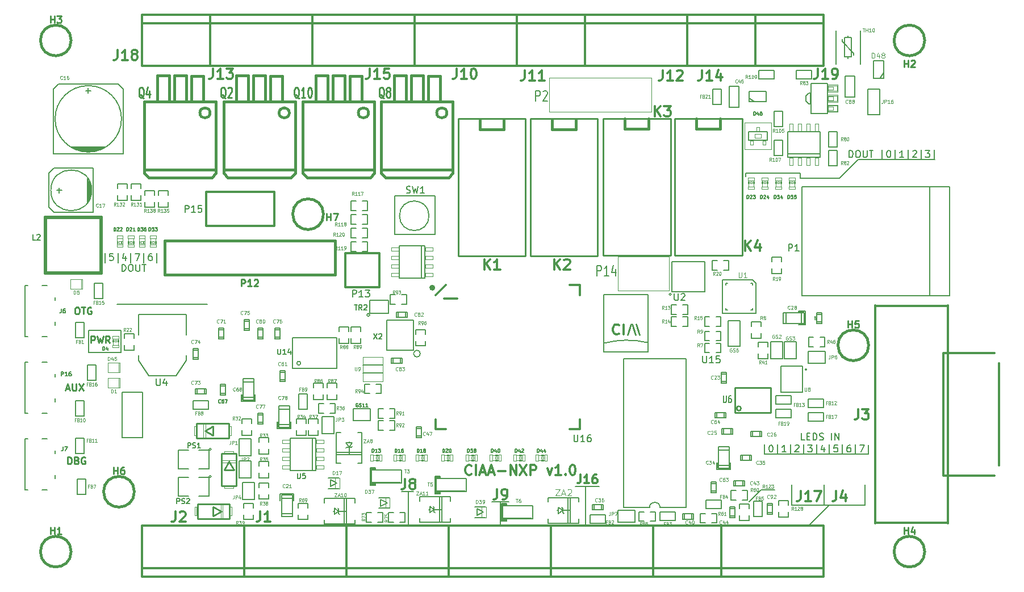
<source format=gto>
G04 (created by PCBNEW (2013-07-07 BZR 4022)-stable) date 07/08/2014 18:27:05*
%MOIN*%
G04 Gerber Fmt 3.4, Leading zero omitted, Abs format*
%FSLAX34Y34*%
G01*
G70*
G90*
G04 APERTURE LIST*
%ADD10C,0.00590551*%
%ADD11C,0.00787402*%
%ADD12C,0.011*%
%ADD13C,0.011811*%
%ADD14C,0.01*%
%ADD15C,0.008*%
%ADD16C,0.005*%
%ADD17C,0.0059*%
%ADD18C,0.0079*%
%ADD19C,0.006*%
%ADD20C,0.015*%
%ADD21C,0.0047*%
%ADD22C,0.0039*%
%ADD23C,0.007*%
%ADD24C,4.72441e-006*%
%ADD25C,0.012*%
%ADD26C,0.0026*%
%ADD27C,0.02*%
%ADD28C,0.004*%
%ADD29C,0.0098*%
%ADD30C,0.0078*%
%ADD31C,0.002*%
%ADD32C,0.0045*%
%ADD33C,0.0075*%
%ADD34C,0.0016*%
G04 APERTURE END LIST*
G54D10*
G54D11*
X9400Y-25100D02*
X9600Y-25100D01*
X9400Y-26400D02*
X9400Y-25100D01*
X11300Y-26400D02*
X9400Y-26400D01*
X11300Y-25100D02*
X11300Y-26400D01*
X9450Y-25100D02*
X11300Y-25100D01*
G54D12*
X41540Y-24740D02*
X41750Y-25350D01*
X41290Y-24740D02*
X41500Y-25350D01*
G54D13*
X40542Y-25282D02*
X40514Y-25310D01*
X40429Y-25339D01*
X40373Y-25339D01*
X40289Y-25310D01*
X40232Y-25254D01*
X40204Y-25198D01*
X40176Y-25085D01*
X40176Y-25001D01*
X40204Y-24889D01*
X40232Y-24832D01*
X40289Y-24776D01*
X40373Y-24748D01*
X40429Y-24748D01*
X40514Y-24776D01*
X40542Y-24804D01*
X40795Y-25339D02*
X40795Y-24748D01*
G54D11*
X42209Y-25814D02*
G75*
G03X39650Y-25849I-1209J-5035D01*
G74*
G01*
G54D12*
X41240Y-24740D02*
X41030Y-25350D01*
G54D11*
X39650Y-23000D02*
X42250Y-23000D01*
X42250Y-26350D02*
X42250Y-23000D01*
X39650Y-26350D02*
X42250Y-26350D01*
X39650Y-23000D02*
X39650Y-26350D01*
X51687Y-36574D02*
X52887Y-35374D01*
X50687Y-35374D02*
X52587Y-35374D01*
X50687Y-34174D02*
X50687Y-35374D01*
X54987Y-35374D02*
X54987Y-34174D01*
X52587Y-35374D02*
X54987Y-35374D01*
X52587Y-34174D02*
X52587Y-35374D01*
G54D14*
X8182Y-32936D02*
X8182Y-32536D01*
X8277Y-32536D01*
X8335Y-32555D01*
X8373Y-32593D01*
X8392Y-32631D01*
X8411Y-32708D01*
X8411Y-32765D01*
X8392Y-32841D01*
X8373Y-32879D01*
X8335Y-32917D01*
X8277Y-32936D01*
X8182Y-32936D01*
X8715Y-32727D02*
X8773Y-32746D01*
X8792Y-32765D01*
X8811Y-32803D01*
X8811Y-32860D01*
X8792Y-32898D01*
X8773Y-32917D01*
X8735Y-32936D01*
X8582Y-32936D01*
X8582Y-32536D01*
X8715Y-32536D01*
X8754Y-32555D01*
X8773Y-32574D01*
X8792Y-32612D01*
X8792Y-32650D01*
X8773Y-32689D01*
X8754Y-32708D01*
X8715Y-32727D01*
X8582Y-32727D01*
X9192Y-32555D02*
X9154Y-32536D01*
X9096Y-32536D01*
X9039Y-32555D01*
X9001Y-32593D01*
X8982Y-32631D01*
X8963Y-32708D01*
X8963Y-32765D01*
X8982Y-32841D01*
X9001Y-32879D01*
X9039Y-32917D01*
X9096Y-32936D01*
X9135Y-32936D01*
X9192Y-32917D01*
X9211Y-32898D01*
X9211Y-32765D01*
X9135Y-32765D01*
X8092Y-28522D02*
X8282Y-28522D01*
X8054Y-28636D02*
X8187Y-28236D01*
X8320Y-28636D01*
X8454Y-28236D02*
X8454Y-28560D01*
X8473Y-28598D01*
X8492Y-28617D01*
X8530Y-28636D01*
X8606Y-28636D01*
X8644Y-28617D01*
X8663Y-28598D01*
X8682Y-28560D01*
X8682Y-28236D01*
X8835Y-28236D02*
X9101Y-28636D01*
X9101Y-28236D02*
X8835Y-28636D01*
X8696Y-23736D02*
X8773Y-23736D01*
X8811Y-23755D01*
X8849Y-23793D01*
X8868Y-23870D01*
X8868Y-24003D01*
X8849Y-24079D01*
X8811Y-24117D01*
X8773Y-24136D01*
X8696Y-24136D01*
X8658Y-24117D01*
X8620Y-24079D01*
X8601Y-24003D01*
X8601Y-23870D01*
X8620Y-23793D01*
X8658Y-23755D01*
X8696Y-23736D01*
X8982Y-23736D02*
X9211Y-23736D01*
X9096Y-24136D02*
X9096Y-23736D01*
X9554Y-23755D02*
X9515Y-23736D01*
X9458Y-23736D01*
X9401Y-23755D01*
X9363Y-23793D01*
X9344Y-23831D01*
X9325Y-23908D01*
X9325Y-23965D01*
X9344Y-24041D01*
X9363Y-24079D01*
X9401Y-24117D01*
X9458Y-24136D01*
X9496Y-24136D01*
X9554Y-24117D01*
X9573Y-24098D01*
X9573Y-23965D01*
X9496Y-23965D01*
X9554Y-25836D02*
X9554Y-25436D01*
X9706Y-25436D01*
X9744Y-25455D01*
X9763Y-25474D01*
X9782Y-25512D01*
X9782Y-25570D01*
X9763Y-25608D01*
X9744Y-25627D01*
X9706Y-25646D01*
X9554Y-25646D01*
X9915Y-25436D02*
X10011Y-25836D01*
X10087Y-25550D01*
X10163Y-25836D01*
X10258Y-25436D01*
X10639Y-25836D02*
X10506Y-25646D01*
X10411Y-25836D02*
X10411Y-25436D01*
X10563Y-25436D01*
X10601Y-25455D01*
X10620Y-25474D01*
X10639Y-25512D01*
X10639Y-25570D01*
X10620Y-25608D01*
X10601Y-25627D01*
X10563Y-25646D01*
X10411Y-25646D01*
G54D11*
X55187Y-32374D02*
X55187Y-31824D01*
X49087Y-32374D02*
X55187Y-32374D01*
G54D15*
X51432Y-31536D02*
X51242Y-31536D01*
X51242Y-31136D01*
X51565Y-31327D02*
X51699Y-31327D01*
X51756Y-31536D02*
X51565Y-31536D01*
X51565Y-31136D01*
X51756Y-31136D01*
X51927Y-31536D02*
X51927Y-31136D01*
X52023Y-31136D01*
X52080Y-31155D01*
X52118Y-31193D01*
X52137Y-31231D01*
X52156Y-31308D01*
X52156Y-31365D01*
X52137Y-31441D01*
X52118Y-31479D01*
X52080Y-31517D01*
X52023Y-31536D01*
X51927Y-31536D01*
X52308Y-31517D02*
X52365Y-31536D01*
X52461Y-31536D01*
X52499Y-31517D01*
X52518Y-31498D01*
X52537Y-31460D01*
X52537Y-31422D01*
X52518Y-31384D01*
X52499Y-31365D01*
X52461Y-31346D01*
X52385Y-31327D01*
X52346Y-31308D01*
X52327Y-31289D01*
X52308Y-31250D01*
X52308Y-31212D01*
X52327Y-31174D01*
X52346Y-31155D01*
X52385Y-31136D01*
X52480Y-31136D01*
X52537Y-31155D01*
X53013Y-31536D02*
X53013Y-31136D01*
X53204Y-31536D02*
X53204Y-31136D01*
X53432Y-31536D01*
X53432Y-31136D01*
X49080Y-32370D02*
X49080Y-31798D01*
X49442Y-31836D02*
X49480Y-31836D01*
X49518Y-31855D01*
X49537Y-31874D01*
X49556Y-31912D01*
X49575Y-31989D01*
X49575Y-32084D01*
X49556Y-32160D01*
X49537Y-32198D01*
X49518Y-32217D01*
X49480Y-32236D01*
X49442Y-32236D01*
X49404Y-32217D01*
X49385Y-32198D01*
X49365Y-32160D01*
X49346Y-32084D01*
X49346Y-31989D01*
X49365Y-31912D01*
X49385Y-31874D01*
X49404Y-31855D01*
X49442Y-31836D01*
X49842Y-32370D02*
X49842Y-31798D01*
X50337Y-32236D02*
X50108Y-32236D01*
X50223Y-32236D02*
X50223Y-31836D01*
X50185Y-31893D01*
X50146Y-31931D01*
X50108Y-31950D01*
X50604Y-32370D02*
X50604Y-31798D01*
X50870Y-31874D02*
X50889Y-31855D01*
X50927Y-31836D01*
X51023Y-31836D01*
X51061Y-31855D01*
X51080Y-31874D01*
X51099Y-31912D01*
X51099Y-31950D01*
X51080Y-32008D01*
X50851Y-32236D01*
X51099Y-32236D01*
X51365Y-32370D02*
X51365Y-31798D01*
X51613Y-31836D02*
X51861Y-31836D01*
X51727Y-31989D01*
X51785Y-31989D01*
X51823Y-32008D01*
X51842Y-32027D01*
X51861Y-32065D01*
X51861Y-32160D01*
X51842Y-32198D01*
X51823Y-32217D01*
X51785Y-32236D01*
X51670Y-32236D01*
X51632Y-32217D01*
X51613Y-32198D01*
X52127Y-32370D02*
X52127Y-31798D01*
X52585Y-31970D02*
X52585Y-32236D01*
X52489Y-31817D02*
X52394Y-32103D01*
X52642Y-32103D01*
X52889Y-32370D02*
X52889Y-31798D01*
X53365Y-31836D02*
X53175Y-31836D01*
X53156Y-32027D01*
X53175Y-32008D01*
X53213Y-31989D01*
X53308Y-31989D01*
X53346Y-32008D01*
X53365Y-32027D01*
X53385Y-32065D01*
X53385Y-32160D01*
X53365Y-32198D01*
X53346Y-32217D01*
X53308Y-32236D01*
X53213Y-32236D01*
X53175Y-32217D01*
X53156Y-32198D01*
X53651Y-32370D02*
X53651Y-31798D01*
X54108Y-31836D02*
X54032Y-31836D01*
X53994Y-31855D01*
X53975Y-31874D01*
X53937Y-31931D01*
X53918Y-32008D01*
X53918Y-32160D01*
X53937Y-32198D01*
X53956Y-32217D01*
X53994Y-32236D01*
X54070Y-32236D01*
X54108Y-32217D01*
X54127Y-32198D01*
X54146Y-32160D01*
X54146Y-32065D01*
X54127Y-32027D01*
X54108Y-32008D01*
X54070Y-31989D01*
X53994Y-31989D01*
X53956Y-32008D01*
X53937Y-32027D01*
X53918Y-32065D01*
X54413Y-32370D02*
X54413Y-31798D01*
X54661Y-31836D02*
X54927Y-31836D01*
X54756Y-32236D01*
G54D13*
X31881Y-33532D02*
X31853Y-33560D01*
X31769Y-33589D01*
X31712Y-33589D01*
X31628Y-33560D01*
X31572Y-33504D01*
X31544Y-33448D01*
X31516Y-33335D01*
X31516Y-33251D01*
X31544Y-33139D01*
X31572Y-33082D01*
X31628Y-33026D01*
X31712Y-32998D01*
X31769Y-32998D01*
X31853Y-33026D01*
X31881Y-33054D01*
X32134Y-33589D02*
X32134Y-32998D01*
X32387Y-33420D02*
X32669Y-33420D01*
X32331Y-33589D02*
X32528Y-32998D01*
X32725Y-33589D01*
X32893Y-33420D02*
X33175Y-33420D01*
X32837Y-33589D02*
X33034Y-32998D01*
X33231Y-33589D01*
X33428Y-33364D02*
X33878Y-33364D01*
X34159Y-33589D02*
X34159Y-32998D01*
X34496Y-33589D01*
X34496Y-32998D01*
X34721Y-32998D02*
X35115Y-33589D01*
X35115Y-32998D02*
X34721Y-33589D01*
X35340Y-33589D02*
X35340Y-32998D01*
X35565Y-32998D01*
X35621Y-33026D01*
X35649Y-33054D01*
X35678Y-33110D01*
X35678Y-33195D01*
X35649Y-33251D01*
X35621Y-33279D01*
X35565Y-33307D01*
X35340Y-33307D01*
X36324Y-33195D02*
X36465Y-33589D01*
X36606Y-33195D01*
X37140Y-33589D02*
X36802Y-33589D01*
X36971Y-33589D02*
X36971Y-32998D01*
X36915Y-33082D01*
X36859Y-33139D01*
X36802Y-33167D01*
X37393Y-33532D02*
X37421Y-33560D01*
X37393Y-33589D01*
X37365Y-33560D01*
X37393Y-33532D01*
X37393Y-33589D01*
X37787Y-32998D02*
X37843Y-32998D01*
X37899Y-33026D01*
X37927Y-33054D01*
X37955Y-33110D01*
X37983Y-33223D01*
X37983Y-33364D01*
X37955Y-33476D01*
X37927Y-33532D01*
X37899Y-33560D01*
X37843Y-33589D01*
X37787Y-33589D01*
X37730Y-33560D01*
X37702Y-33532D01*
X37674Y-33476D01*
X37646Y-33364D01*
X37646Y-33223D01*
X37674Y-33110D01*
X37702Y-33054D01*
X37730Y-33026D01*
X37787Y-32998D01*
G54D11*
X11087Y-23574D02*
X16387Y-23574D01*
X47987Y-15874D02*
X47987Y-16074D01*
X51187Y-15874D02*
X47987Y-15874D01*
X51187Y-16174D02*
X51187Y-15874D01*
X53487Y-16174D02*
X51187Y-16174D01*
X54587Y-15074D02*
X53487Y-16174D01*
X59087Y-15074D02*
X54587Y-15074D01*
G54D15*
X54044Y-14936D02*
X54044Y-14536D01*
X54139Y-14536D01*
X54196Y-14555D01*
X54235Y-14593D01*
X54254Y-14631D01*
X54273Y-14708D01*
X54273Y-14765D01*
X54254Y-14841D01*
X54235Y-14879D01*
X54196Y-14917D01*
X54139Y-14936D01*
X54044Y-14936D01*
X54520Y-14536D02*
X54596Y-14536D01*
X54635Y-14555D01*
X54673Y-14593D01*
X54692Y-14670D01*
X54692Y-14803D01*
X54673Y-14879D01*
X54635Y-14917D01*
X54596Y-14936D01*
X54520Y-14936D01*
X54482Y-14917D01*
X54444Y-14879D01*
X54425Y-14803D01*
X54425Y-14670D01*
X54444Y-14593D01*
X54482Y-14555D01*
X54520Y-14536D01*
X54863Y-14536D02*
X54863Y-14860D01*
X54882Y-14898D01*
X54901Y-14917D01*
X54939Y-14936D01*
X55015Y-14936D01*
X55054Y-14917D01*
X55073Y-14898D01*
X55092Y-14860D01*
X55092Y-14536D01*
X55225Y-14536D02*
X55454Y-14536D01*
X55339Y-14936D02*
X55339Y-14536D01*
X55987Y-15070D02*
X55987Y-14498D01*
X56349Y-14536D02*
X56387Y-14536D01*
X56425Y-14555D01*
X56444Y-14574D01*
X56463Y-14612D01*
X56482Y-14689D01*
X56482Y-14784D01*
X56463Y-14860D01*
X56444Y-14898D01*
X56425Y-14917D01*
X56387Y-14936D01*
X56349Y-14936D01*
X56311Y-14917D01*
X56292Y-14898D01*
X56273Y-14860D01*
X56254Y-14784D01*
X56254Y-14689D01*
X56273Y-14612D01*
X56292Y-14574D01*
X56311Y-14555D01*
X56349Y-14536D01*
X56749Y-15070D02*
X56749Y-14498D01*
X57244Y-14936D02*
X57015Y-14936D01*
X57130Y-14936D02*
X57130Y-14536D01*
X57092Y-14593D01*
X57054Y-14631D01*
X57015Y-14650D01*
X57511Y-15070D02*
X57511Y-14498D01*
X57777Y-14574D02*
X57796Y-14555D01*
X57835Y-14536D01*
X57930Y-14536D01*
X57968Y-14555D01*
X57987Y-14574D01*
X58006Y-14612D01*
X58006Y-14650D01*
X57987Y-14708D01*
X57758Y-14936D01*
X58006Y-14936D01*
X58273Y-15070D02*
X58273Y-14498D01*
X58520Y-14536D02*
X58768Y-14536D01*
X58635Y-14689D01*
X58692Y-14689D01*
X58730Y-14708D01*
X58749Y-14727D01*
X58768Y-14765D01*
X58768Y-14860D01*
X58749Y-14898D01*
X58730Y-14917D01*
X58692Y-14936D01*
X58577Y-14936D01*
X58539Y-14917D01*
X58520Y-14898D01*
X59035Y-15070D02*
X59035Y-14498D01*
X10363Y-21120D02*
X10363Y-20548D01*
X10839Y-20586D02*
X10649Y-20586D01*
X10630Y-20777D01*
X10649Y-20758D01*
X10687Y-20739D01*
X10782Y-20739D01*
X10820Y-20758D01*
X10839Y-20777D01*
X10858Y-20815D01*
X10858Y-20910D01*
X10839Y-20948D01*
X10820Y-20967D01*
X10782Y-20986D01*
X10687Y-20986D01*
X10649Y-20967D01*
X10630Y-20948D01*
X11125Y-21120D02*
X11125Y-20548D01*
X11582Y-20720D02*
X11582Y-20986D01*
X11487Y-20567D02*
X11392Y-20853D01*
X11639Y-20853D01*
X11887Y-21120D02*
X11887Y-20548D01*
X12135Y-20586D02*
X12401Y-20586D01*
X12230Y-20986D01*
X12649Y-21120D02*
X12649Y-20548D01*
X13106Y-20586D02*
X13030Y-20586D01*
X12992Y-20605D01*
X12973Y-20624D01*
X12935Y-20681D01*
X12915Y-20758D01*
X12915Y-20910D01*
X12935Y-20948D01*
X12954Y-20967D01*
X12992Y-20986D01*
X13068Y-20986D01*
X13106Y-20967D01*
X13125Y-20948D01*
X13144Y-20910D01*
X13144Y-20815D01*
X13125Y-20777D01*
X13106Y-20758D01*
X13068Y-20739D01*
X12992Y-20739D01*
X12954Y-20758D01*
X12935Y-20777D01*
X12915Y-20815D01*
X13411Y-21120D02*
X13411Y-20548D01*
X11363Y-21626D02*
X11363Y-21226D01*
X11458Y-21226D01*
X11515Y-21245D01*
X11554Y-21283D01*
X11573Y-21321D01*
X11592Y-21398D01*
X11592Y-21455D01*
X11573Y-21531D01*
X11554Y-21569D01*
X11515Y-21607D01*
X11458Y-21626D01*
X11363Y-21626D01*
X11839Y-21226D02*
X11915Y-21226D01*
X11954Y-21245D01*
X11992Y-21283D01*
X12011Y-21360D01*
X12011Y-21493D01*
X11992Y-21569D01*
X11954Y-21607D01*
X11915Y-21626D01*
X11839Y-21626D01*
X11801Y-21607D01*
X11763Y-21569D01*
X11744Y-21493D01*
X11744Y-21360D01*
X11763Y-21283D01*
X11801Y-21245D01*
X11839Y-21226D01*
X12182Y-21226D02*
X12182Y-21550D01*
X12201Y-21588D01*
X12220Y-21607D01*
X12258Y-21626D01*
X12335Y-21626D01*
X12373Y-21607D01*
X12392Y-21588D01*
X12411Y-21550D01*
X12411Y-21226D01*
X12544Y-21226D02*
X12773Y-21226D01*
X12658Y-21626D02*
X12658Y-21226D01*
G54D11*
X28187Y-34574D02*
X28187Y-36574D01*
X28487Y-34574D02*
X28187Y-34574D01*
X27787Y-34574D02*
X28487Y-34574D01*
X33087Y-35174D02*
X34087Y-35174D01*
X33587Y-35174D02*
X33087Y-35174D01*
X33587Y-36574D02*
X33587Y-35174D01*
X37987Y-34274D02*
X39387Y-34274D01*
X38587Y-34274D02*
X37987Y-34274D01*
X38587Y-36574D02*
X38587Y-34274D01*
G54D16*
X48887Y-34474D02*
X49687Y-34474D01*
X48187Y-35174D02*
X48887Y-34474D01*
G54D17*
X48567Y-22340D02*
X48567Y-24104D01*
X48371Y-22144D02*
X46607Y-22144D01*
X48371Y-22144D02*
X48567Y-22340D01*
G54D18*
X48273Y-22340D02*
X48371Y-22340D01*
X48371Y-22340D02*
X48371Y-22438D01*
X46803Y-22438D02*
X46803Y-22340D01*
X46803Y-22340D02*
X46901Y-22340D01*
X46901Y-23908D02*
X46803Y-23908D01*
X46803Y-23908D02*
X46803Y-23810D01*
X48371Y-23810D02*
X48371Y-23908D01*
X48371Y-23908D02*
X48273Y-23908D01*
G54D17*
X46607Y-24104D02*
X46607Y-22144D01*
X48567Y-24104D02*
X46607Y-24104D01*
G54D14*
X47337Y-28474D02*
X49437Y-28474D01*
X49437Y-28474D02*
X49437Y-29924D01*
X49437Y-29924D02*
X47337Y-29924D01*
X47337Y-29924D02*
X47337Y-28474D01*
X47698Y-29680D02*
G75*
G03X47698Y-29680I-128J0D01*
G74*
G01*
G54D16*
X23987Y-25524D02*
X21387Y-25524D01*
X21387Y-25524D02*
X21387Y-27324D01*
X21387Y-27324D02*
X23987Y-27324D01*
X23987Y-27324D02*
X23987Y-25524D01*
X21849Y-27024D02*
G75*
G03X21849Y-27024I-111J0D01*
G74*
G01*
G54D19*
X42942Y-35493D02*
G75*
G03X42332Y-35493I-305J0D01*
G74*
G01*
X42940Y-35493D02*
X44465Y-35493D01*
X44465Y-35493D02*
X44465Y-26753D01*
X44465Y-26753D02*
X40807Y-26753D01*
X40807Y-26753D02*
X40807Y-35493D01*
X40807Y-35493D02*
X42332Y-35493D01*
G54D20*
X18787Y-11674D02*
X18787Y-10124D01*
X18787Y-10124D02*
X18087Y-10124D01*
X18087Y-10124D02*
X18087Y-11674D01*
X19787Y-11674D02*
X19787Y-10124D01*
X19787Y-10124D02*
X19087Y-10124D01*
X19087Y-10124D02*
X19087Y-11674D01*
X20787Y-11674D02*
X20787Y-10174D01*
X20787Y-10174D02*
X20137Y-10174D01*
X20137Y-10174D02*
X20087Y-10174D01*
X20087Y-10174D02*
X20087Y-11674D01*
X21187Y-12324D02*
G75*
G03X21187Y-12324I-300J0D01*
G74*
G01*
X21537Y-11674D02*
X21537Y-15874D01*
X21537Y-15874D02*
X21287Y-16124D01*
X21287Y-16124D02*
X17737Y-16124D01*
X17737Y-16124D02*
X17637Y-16124D01*
X17637Y-16124D02*
X17587Y-16124D01*
X17587Y-16124D02*
X17337Y-15874D01*
X17337Y-15874D02*
X17337Y-11674D01*
X21537Y-11674D02*
X17337Y-11674D01*
X17337Y-15674D02*
X21537Y-15674D01*
X28037Y-11674D02*
X28037Y-10124D01*
X28037Y-10124D02*
X27337Y-10124D01*
X27337Y-10124D02*
X27337Y-11674D01*
X29037Y-11674D02*
X29037Y-10124D01*
X29037Y-10124D02*
X28337Y-10124D01*
X28337Y-10124D02*
X28337Y-11674D01*
X30037Y-11674D02*
X30037Y-10174D01*
X30037Y-10174D02*
X29387Y-10174D01*
X29387Y-10174D02*
X29337Y-10174D01*
X29337Y-10174D02*
X29337Y-11674D01*
X30437Y-12324D02*
G75*
G03X30437Y-12324I-300J0D01*
G74*
G01*
X30787Y-11674D02*
X30787Y-15874D01*
X30787Y-15874D02*
X30537Y-16124D01*
X30537Y-16124D02*
X26987Y-16124D01*
X26987Y-16124D02*
X26887Y-16124D01*
X26887Y-16124D02*
X26837Y-16124D01*
X26837Y-16124D02*
X26587Y-15874D01*
X26587Y-15874D02*
X26587Y-11674D01*
X30787Y-11674D02*
X26587Y-11674D01*
X26587Y-15674D02*
X30787Y-15674D01*
X14137Y-11674D02*
X14137Y-10124D01*
X14137Y-10124D02*
X13437Y-10124D01*
X13437Y-10124D02*
X13437Y-11674D01*
X15137Y-11674D02*
X15137Y-10124D01*
X15137Y-10124D02*
X14437Y-10124D01*
X14437Y-10124D02*
X14437Y-11674D01*
X16137Y-11674D02*
X16137Y-10174D01*
X16137Y-10174D02*
X15487Y-10174D01*
X15487Y-10174D02*
X15437Y-10174D01*
X15437Y-10174D02*
X15437Y-11674D01*
X16537Y-12324D02*
G75*
G03X16537Y-12324I-300J0D01*
G74*
G01*
X16887Y-11674D02*
X16887Y-15874D01*
X16887Y-15874D02*
X16637Y-16124D01*
X16637Y-16124D02*
X13087Y-16124D01*
X13087Y-16124D02*
X12987Y-16124D01*
X12987Y-16124D02*
X12937Y-16124D01*
X12937Y-16124D02*
X12687Y-15874D01*
X12687Y-15874D02*
X12687Y-11674D01*
X16887Y-11674D02*
X12687Y-11674D01*
X12687Y-15674D02*
X16887Y-15674D01*
X23437Y-11674D02*
X23437Y-10124D01*
X23437Y-10124D02*
X22737Y-10124D01*
X22737Y-10124D02*
X22737Y-11674D01*
X24437Y-11674D02*
X24437Y-10124D01*
X24437Y-10124D02*
X23737Y-10124D01*
X23737Y-10124D02*
X23737Y-11674D01*
X25437Y-11674D02*
X25437Y-10174D01*
X25437Y-10174D02*
X24787Y-10174D01*
X24787Y-10174D02*
X24737Y-10174D01*
X24737Y-10174D02*
X24737Y-11674D01*
X25837Y-12324D02*
G75*
G03X25837Y-12324I-300J0D01*
G74*
G01*
X26187Y-11674D02*
X26187Y-15874D01*
X26187Y-15874D02*
X25937Y-16124D01*
X25937Y-16124D02*
X22387Y-16124D01*
X22387Y-16124D02*
X22287Y-16124D01*
X22287Y-16124D02*
X22237Y-16124D01*
X22237Y-16124D02*
X21987Y-15874D01*
X21987Y-15874D02*
X21987Y-11674D01*
X26187Y-11674D02*
X21987Y-11674D01*
X21987Y-15674D02*
X26187Y-15674D01*
G54D10*
X25901Y-23323D02*
X25901Y-24111D01*
X25901Y-24111D02*
X27003Y-24111D01*
X27003Y-24111D02*
X27003Y-23323D01*
X27003Y-23323D02*
X25901Y-23323D01*
X25901Y-24189D02*
G75*
G03X25901Y-24189I-78J0D01*
G74*
G01*
G54D19*
X51550Y-27394D02*
G75*
G03X51550Y-27394I-47J0D01*
G74*
G01*
X51316Y-27207D02*
X50056Y-27207D01*
X50056Y-27207D02*
X50056Y-28743D01*
X50056Y-28743D02*
X51316Y-28743D01*
X51316Y-28743D02*
X51316Y-27207D01*
G54D15*
X15137Y-25374D02*
X15137Y-24174D01*
X15137Y-24174D02*
X12337Y-24174D01*
X12337Y-24174D02*
X12337Y-25374D01*
X15137Y-26574D02*
X15137Y-26874D01*
X15137Y-26874D02*
X14537Y-27774D01*
X14537Y-27774D02*
X12937Y-27774D01*
X12937Y-27774D02*
X12337Y-26874D01*
X12337Y-26874D02*
X12337Y-26574D01*
G54D21*
X26678Y-28102D02*
X25496Y-28102D01*
X25496Y-28102D02*
X25496Y-27610D01*
X26678Y-27610D02*
X26678Y-28102D01*
X25496Y-27138D02*
X25496Y-26646D01*
X25496Y-26646D02*
X26678Y-26646D01*
X26678Y-26646D02*
X26678Y-27138D01*
X25496Y-27138D02*
X25496Y-27610D01*
X26678Y-27138D02*
X26678Y-27610D01*
G54D16*
X25497Y-27139D02*
X26677Y-27139D01*
X26677Y-27609D02*
X25497Y-27609D01*
G54D22*
X8982Y-22650D02*
X8982Y-22098D01*
X9041Y-22650D02*
X8333Y-22650D01*
X8333Y-22650D02*
X8333Y-22098D01*
X8333Y-22098D02*
X9041Y-22098D01*
X9041Y-22098D02*
X9041Y-22650D01*
X11182Y-27550D02*
X11182Y-26998D01*
X11241Y-27550D02*
X10533Y-27550D01*
X10533Y-27550D02*
X10533Y-26998D01*
X10533Y-26998D02*
X11241Y-26998D01*
X11241Y-26998D02*
X11241Y-27550D01*
X11182Y-28450D02*
X11182Y-27898D01*
X11241Y-28450D02*
X10533Y-28450D01*
X10533Y-28450D02*
X10533Y-27898D01*
X10533Y-27898D02*
X11241Y-27898D01*
X11241Y-27898D02*
X11241Y-28450D01*
G54D16*
X16608Y-32074D02*
G75*
G03X16608Y-32074I-70J0D01*
G74*
G01*
X15887Y-33224D02*
X16487Y-33224D01*
X16487Y-33224D02*
X16487Y-32124D01*
X16487Y-32124D02*
X15887Y-32124D01*
X15287Y-32124D02*
X14687Y-32124D01*
X14687Y-32124D02*
X14687Y-33224D01*
X14687Y-33224D02*
X15287Y-33224D01*
X16608Y-33674D02*
G75*
G03X16608Y-33674I-70J0D01*
G74*
G01*
X15887Y-34824D02*
X16487Y-34824D01*
X16487Y-34824D02*
X16487Y-33724D01*
X16487Y-33724D02*
X15887Y-33724D01*
X15287Y-33724D02*
X14687Y-33724D01*
X14687Y-33724D02*
X14687Y-34824D01*
X14687Y-34824D02*
X15287Y-34824D01*
X19962Y-33077D02*
X19962Y-32799D01*
X19962Y-32799D02*
X19412Y-32799D01*
X19412Y-32799D02*
X19412Y-33077D01*
X19962Y-33749D02*
X19962Y-33471D01*
X19962Y-33749D02*
X19412Y-33749D01*
X19412Y-33749D02*
X19412Y-33471D01*
X43890Y-24299D02*
X43612Y-24299D01*
X43612Y-24299D02*
X43612Y-24849D01*
X43612Y-24849D02*
X43890Y-24849D01*
X44562Y-24299D02*
X44284Y-24299D01*
X44562Y-24299D02*
X44562Y-24849D01*
X44562Y-24849D02*
X44284Y-24849D01*
X19962Y-34327D02*
X19962Y-34049D01*
X19962Y-34049D02*
X19412Y-34049D01*
X19412Y-34049D02*
X19412Y-34327D01*
X19962Y-34999D02*
X19962Y-34721D01*
X19962Y-34999D02*
X19412Y-34999D01*
X19412Y-34999D02*
X19412Y-34721D01*
X46290Y-20999D02*
X46012Y-20999D01*
X46012Y-20999D02*
X46012Y-21549D01*
X46012Y-21549D02*
X46290Y-21549D01*
X46962Y-20999D02*
X46684Y-20999D01*
X46962Y-20999D02*
X46962Y-21549D01*
X46962Y-21549D02*
X46684Y-21549D01*
X19962Y-31677D02*
X19962Y-31399D01*
X19962Y-31399D02*
X19412Y-31399D01*
X19412Y-31399D02*
X19412Y-31677D01*
X19962Y-32349D02*
X19962Y-32071D01*
X19962Y-32349D02*
X19412Y-32349D01*
X19412Y-32349D02*
X19412Y-32071D01*
X12712Y-17571D02*
X12712Y-17849D01*
X12712Y-17849D02*
X13262Y-17849D01*
X13262Y-17849D02*
X13262Y-17571D01*
X12712Y-16899D02*
X12712Y-17177D01*
X12712Y-16899D02*
X13262Y-16899D01*
X13262Y-16899D02*
X13262Y-17177D01*
X45840Y-24299D02*
X45562Y-24299D01*
X45562Y-24299D02*
X45562Y-24849D01*
X45562Y-24849D02*
X45840Y-24849D01*
X46512Y-24299D02*
X46234Y-24299D01*
X46512Y-24299D02*
X46512Y-24849D01*
X46512Y-24849D02*
X46234Y-24849D01*
X19062Y-35527D02*
X19062Y-35249D01*
X19062Y-35249D02*
X18512Y-35249D01*
X18512Y-35249D02*
X18512Y-35527D01*
X19062Y-36199D02*
X19062Y-35921D01*
X19062Y-36199D02*
X18512Y-36199D01*
X18512Y-36199D02*
X18512Y-35921D01*
X18962Y-30577D02*
X18962Y-30299D01*
X18962Y-30299D02*
X18412Y-30299D01*
X18412Y-30299D02*
X18412Y-30577D01*
X18962Y-31249D02*
X18962Y-30971D01*
X18962Y-31249D02*
X18412Y-31249D01*
X18412Y-31249D02*
X18412Y-30971D01*
X21712Y-35921D02*
X21712Y-36199D01*
X21712Y-36199D02*
X22262Y-36199D01*
X22262Y-36199D02*
X22262Y-35921D01*
X21712Y-35249D02*
X21712Y-35527D01*
X21712Y-35249D02*
X22262Y-35249D01*
X22262Y-35249D02*
X22262Y-35527D01*
X26384Y-36349D02*
X26662Y-36349D01*
X26662Y-36349D02*
X26662Y-35799D01*
X26662Y-35799D02*
X26384Y-35799D01*
X25712Y-36349D02*
X25990Y-36349D01*
X25712Y-36349D02*
X25712Y-35799D01*
X25712Y-35799D02*
X25990Y-35799D01*
X27290Y-35799D02*
X27012Y-35799D01*
X27012Y-35799D02*
X27012Y-36349D01*
X27012Y-36349D02*
X27290Y-36349D01*
X27962Y-35799D02*
X27684Y-35799D01*
X27962Y-35799D02*
X27962Y-36349D01*
X27962Y-36349D02*
X27684Y-36349D01*
X22162Y-30577D02*
X22162Y-30299D01*
X22162Y-30299D02*
X21612Y-30299D01*
X21612Y-30299D02*
X21612Y-30577D01*
X22162Y-31249D02*
X22162Y-30971D01*
X22162Y-31249D02*
X21612Y-31249D01*
X21612Y-31249D02*
X21612Y-30971D01*
X13512Y-17571D02*
X13512Y-17849D01*
X13512Y-17849D02*
X14062Y-17849D01*
X14062Y-17849D02*
X14062Y-17571D01*
X13512Y-16899D02*
X13512Y-17177D01*
X13512Y-16899D02*
X14062Y-16899D01*
X14062Y-16899D02*
X14062Y-17177D01*
X51940Y-25499D02*
X51662Y-25499D01*
X51662Y-25499D02*
X51662Y-26049D01*
X51662Y-26049D02*
X51940Y-26049D01*
X52612Y-25499D02*
X52334Y-25499D01*
X52612Y-25499D02*
X52612Y-26049D01*
X52612Y-26049D02*
X52334Y-26049D01*
X11112Y-17171D02*
X11112Y-17449D01*
X11112Y-17449D02*
X11662Y-17449D01*
X11662Y-17449D02*
X11662Y-17171D01*
X11112Y-16499D02*
X11112Y-16777D01*
X11112Y-16499D02*
X11662Y-16499D01*
X11662Y-16499D02*
X11662Y-16777D01*
X22312Y-30971D02*
X22312Y-31249D01*
X22312Y-31249D02*
X22862Y-31249D01*
X22862Y-31249D02*
X22862Y-30971D01*
X22312Y-30299D02*
X22312Y-30577D01*
X22312Y-30299D02*
X22862Y-30299D01*
X22862Y-30299D02*
X22862Y-30577D01*
X23584Y-29949D02*
X23862Y-29949D01*
X23862Y-29949D02*
X23862Y-29399D01*
X23862Y-29399D02*
X23584Y-29399D01*
X22912Y-29949D02*
X23190Y-29949D01*
X22912Y-29949D02*
X22912Y-29399D01*
X22912Y-29399D02*
X23190Y-29399D01*
X11912Y-17171D02*
X11912Y-17449D01*
X11912Y-17449D02*
X12462Y-17449D01*
X12462Y-17449D02*
X12462Y-17171D01*
X11912Y-16499D02*
X11912Y-16777D01*
X11912Y-16499D02*
X12462Y-16499D01*
X12462Y-16499D02*
X12462Y-16777D01*
X48712Y-26471D02*
X48712Y-26749D01*
X48712Y-26749D02*
X49262Y-26749D01*
X49262Y-26749D02*
X49262Y-26471D01*
X48712Y-25799D02*
X48712Y-26077D01*
X48712Y-25799D02*
X49262Y-25799D01*
X49262Y-25799D02*
X49262Y-26077D01*
X25484Y-18049D02*
X25762Y-18049D01*
X25762Y-18049D02*
X25762Y-17499D01*
X25762Y-17499D02*
X25484Y-17499D01*
X24812Y-18049D02*
X25090Y-18049D01*
X24812Y-18049D02*
X24812Y-17499D01*
X24812Y-17499D02*
X25090Y-17499D01*
X25484Y-20449D02*
X25762Y-20449D01*
X25762Y-20449D02*
X25762Y-19899D01*
X25762Y-19899D02*
X25484Y-19899D01*
X24812Y-20449D02*
X25090Y-20449D01*
X24812Y-20449D02*
X24812Y-19899D01*
X24812Y-19899D02*
X25090Y-19899D01*
X25484Y-18849D02*
X25762Y-18849D01*
X25762Y-18849D02*
X25762Y-18299D01*
X25762Y-18299D02*
X25484Y-18299D01*
X24812Y-18849D02*
X25090Y-18849D01*
X24812Y-18849D02*
X24812Y-18299D01*
X24812Y-18299D02*
X25090Y-18299D01*
X25484Y-19649D02*
X25762Y-19649D01*
X25762Y-19649D02*
X25762Y-19099D01*
X25762Y-19099D02*
X25484Y-19099D01*
X24812Y-19649D02*
X25090Y-19649D01*
X24812Y-19649D02*
X24812Y-19099D01*
X24812Y-19099D02*
X25090Y-19099D01*
X48162Y-35577D02*
X48162Y-35299D01*
X48162Y-35299D02*
X47612Y-35299D01*
X47612Y-35299D02*
X47612Y-35577D01*
X48162Y-36249D02*
X48162Y-35971D01*
X48162Y-36249D02*
X47612Y-36249D01*
X47612Y-36249D02*
X47612Y-35971D01*
X27084Y-30949D02*
X27362Y-30949D01*
X27362Y-30949D02*
X27362Y-30399D01*
X27362Y-30399D02*
X27084Y-30399D01*
X26412Y-30949D02*
X26690Y-30949D01*
X26412Y-30949D02*
X26412Y-30399D01*
X26412Y-30399D02*
X26690Y-30399D01*
X23412Y-28871D02*
X23412Y-29149D01*
X23412Y-29149D02*
X23962Y-29149D01*
X23962Y-29149D02*
X23962Y-28871D01*
X23412Y-28199D02*
X23412Y-28477D01*
X23412Y-28199D02*
X23962Y-28199D01*
X23962Y-28199D02*
X23962Y-28477D01*
X22612Y-28871D02*
X22612Y-29149D01*
X22612Y-29149D02*
X23162Y-29149D01*
X23162Y-29149D02*
X23162Y-28871D01*
X22612Y-28199D02*
X22612Y-28477D01*
X22612Y-28199D02*
X23162Y-28199D01*
X23162Y-28199D02*
X23162Y-28477D01*
X24812Y-25571D02*
X24812Y-25849D01*
X24812Y-25849D02*
X25362Y-25849D01*
X25362Y-25849D02*
X25362Y-25571D01*
X24812Y-24899D02*
X24812Y-25177D01*
X24812Y-24899D02*
X25362Y-24899D01*
X25362Y-24899D02*
X25362Y-25177D01*
X24112Y-25571D02*
X24112Y-25849D01*
X24112Y-25849D02*
X24662Y-25849D01*
X24662Y-25849D02*
X24662Y-25571D01*
X24112Y-24899D02*
X24112Y-25177D01*
X24112Y-24899D02*
X24662Y-24899D01*
X24662Y-24899D02*
X24662Y-25177D01*
X12062Y-25577D02*
X12062Y-25299D01*
X12062Y-25299D02*
X11512Y-25299D01*
X11512Y-25299D02*
X11512Y-25577D01*
X12062Y-26249D02*
X12062Y-25971D01*
X12062Y-26249D02*
X11512Y-26249D01*
X11512Y-26249D02*
X11512Y-25971D01*
X43890Y-23599D02*
X43612Y-23599D01*
X43612Y-23599D02*
X43612Y-24149D01*
X43612Y-24149D02*
X43890Y-24149D01*
X44562Y-23599D02*
X44284Y-23599D01*
X44562Y-23599D02*
X44562Y-24149D01*
X44562Y-24149D02*
X44284Y-24149D01*
X28612Y-25721D02*
X28612Y-25999D01*
X28612Y-25999D02*
X29162Y-25999D01*
X29162Y-25999D02*
X29162Y-25721D01*
X28612Y-25049D02*
X28612Y-25327D01*
X28612Y-25049D02*
X29162Y-25049D01*
X29162Y-25049D02*
X29162Y-25327D01*
X26284Y-28799D02*
X26562Y-28799D01*
X26562Y-28799D02*
X26562Y-28249D01*
X26562Y-28249D02*
X26284Y-28249D01*
X25612Y-28799D02*
X25890Y-28799D01*
X25612Y-28799D02*
X25612Y-28249D01*
X25612Y-28249D02*
X25890Y-28249D01*
X27084Y-30249D02*
X27362Y-30249D01*
X27362Y-30249D02*
X27362Y-29699D01*
X27362Y-29699D02*
X27084Y-29699D01*
X26412Y-30249D02*
X26690Y-30249D01*
X26412Y-30249D02*
X26412Y-29699D01*
X26412Y-29699D02*
X26690Y-29699D01*
X27390Y-22999D02*
X27112Y-22999D01*
X27112Y-22999D02*
X27112Y-23549D01*
X27112Y-23549D02*
X27390Y-23549D01*
X28062Y-22999D02*
X27784Y-22999D01*
X28062Y-22999D02*
X28062Y-23549D01*
X28062Y-23549D02*
X27784Y-23549D01*
X49912Y-35771D02*
X49912Y-36049D01*
X49912Y-36049D02*
X50462Y-36049D01*
X50462Y-36049D02*
X50462Y-35771D01*
X49912Y-35099D02*
X49912Y-35377D01*
X49912Y-35099D02*
X50462Y-35099D01*
X50462Y-35099D02*
X50462Y-35377D01*
X47390Y-34499D02*
X47112Y-34499D01*
X47112Y-34499D02*
X47112Y-35049D01*
X47112Y-35049D02*
X47390Y-35049D01*
X48062Y-34499D02*
X47784Y-34499D01*
X48062Y-34499D02*
X48062Y-35049D01*
X48062Y-35049D02*
X47784Y-35049D01*
X42384Y-36299D02*
X42662Y-36299D01*
X42662Y-36299D02*
X42662Y-35749D01*
X42662Y-35749D02*
X42384Y-35749D01*
X41712Y-36299D02*
X41990Y-36299D01*
X41712Y-36299D02*
X41712Y-35749D01*
X41712Y-35749D02*
X41990Y-35749D01*
X49512Y-21471D02*
X49512Y-21749D01*
X49512Y-21749D02*
X50062Y-21749D01*
X50062Y-21749D02*
X50062Y-21471D01*
X49512Y-20799D02*
X49512Y-21077D01*
X49512Y-20799D02*
X50062Y-20799D01*
X50062Y-20799D02*
X50062Y-21077D01*
X45840Y-25849D02*
X45562Y-25849D01*
X45562Y-25849D02*
X45562Y-26399D01*
X45562Y-26399D02*
X45840Y-26399D01*
X46512Y-25849D02*
X46234Y-25849D01*
X46512Y-25849D02*
X46512Y-26399D01*
X46512Y-26399D02*
X46234Y-26399D01*
X48312Y-25271D02*
X48312Y-25549D01*
X48312Y-25549D02*
X48862Y-25549D01*
X48862Y-25549D02*
X48862Y-25271D01*
X48312Y-24599D02*
X48312Y-24877D01*
X48312Y-24599D02*
X48862Y-24599D01*
X48862Y-24599D02*
X48862Y-24877D01*
X45840Y-25149D02*
X45562Y-25149D01*
X45562Y-25149D02*
X45562Y-25699D01*
X45562Y-25699D02*
X45840Y-25699D01*
X46512Y-25149D02*
X46234Y-25149D01*
X46512Y-25149D02*
X46512Y-25699D01*
X46512Y-25699D02*
X46234Y-25699D01*
X45984Y-36399D02*
X46262Y-36399D01*
X46262Y-36399D02*
X46262Y-35849D01*
X46262Y-35849D02*
X45984Y-35849D01*
X45312Y-36399D02*
X45590Y-36399D01*
X45312Y-36399D02*
X45312Y-35849D01*
X45312Y-35849D02*
X45590Y-35849D01*
X9137Y-29224D02*
X9137Y-30124D01*
X9137Y-30124D02*
X8637Y-30124D01*
X8637Y-30124D02*
X8637Y-29224D01*
X8637Y-29224D02*
X9137Y-29224D01*
X9337Y-28024D02*
X9337Y-27124D01*
X9337Y-27124D02*
X9837Y-27124D01*
X9837Y-27124D02*
X9837Y-28024D01*
X9837Y-28024D02*
X9337Y-28024D01*
X48437Y-36024D02*
X48437Y-35124D01*
X48437Y-35124D02*
X48937Y-35124D01*
X48937Y-35124D02*
X48937Y-36024D01*
X48937Y-36024D02*
X48437Y-36024D01*
X38837Y-35924D02*
X39737Y-35924D01*
X39737Y-35924D02*
X39737Y-36424D01*
X39737Y-36424D02*
X38837Y-36424D01*
X38837Y-36424D02*
X38837Y-35924D01*
X9137Y-24624D02*
X9137Y-25524D01*
X9137Y-25524D02*
X8637Y-25524D01*
X8637Y-25524D02*
X8637Y-24624D01*
X8637Y-24624D02*
X9137Y-24624D01*
X51637Y-29924D02*
X52537Y-29924D01*
X52537Y-29924D02*
X52537Y-30424D01*
X52537Y-30424D02*
X51637Y-30424D01*
X51637Y-30424D02*
X51637Y-29924D01*
X49737Y-29724D02*
X50637Y-29724D01*
X50637Y-29724D02*
X50637Y-30224D01*
X50637Y-30224D02*
X49737Y-30224D01*
X49737Y-30224D02*
X49737Y-29724D01*
X9737Y-23224D02*
X9737Y-22324D01*
X9737Y-22324D02*
X10237Y-22324D01*
X10237Y-22324D02*
X10237Y-23224D01*
X10237Y-23224D02*
X9737Y-23224D01*
X51637Y-29124D02*
X52537Y-29124D01*
X52537Y-29124D02*
X52537Y-29624D01*
X52537Y-29624D02*
X51637Y-29624D01*
X51637Y-29624D02*
X51637Y-29124D01*
X49737Y-28924D02*
X50637Y-28924D01*
X50637Y-28924D02*
X50637Y-29424D01*
X50637Y-29424D02*
X49737Y-29424D01*
X49737Y-29424D02*
X49737Y-28924D01*
X8637Y-32324D02*
X8637Y-31424D01*
X8637Y-31424D02*
X9137Y-31424D01*
X9137Y-31424D02*
X9137Y-32324D01*
X9137Y-32324D02*
X8637Y-32324D01*
X16437Y-29724D02*
X15537Y-29724D01*
X15537Y-29724D02*
X15537Y-29224D01*
X15537Y-29224D02*
X16437Y-29224D01*
X16437Y-29224D02*
X16437Y-29724D01*
X8737Y-34724D02*
X8737Y-33824D01*
X8737Y-33824D02*
X9237Y-33824D01*
X9237Y-33824D02*
X9237Y-34724D01*
X9237Y-34724D02*
X8737Y-34724D01*
X45637Y-35074D02*
X46537Y-35074D01*
X46537Y-35074D02*
X46537Y-35574D01*
X46537Y-35574D02*
X45637Y-35574D01*
X45637Y-35574D02*
X45637Y-35074D01*
X21737Y-29724D02*
X21737Y-28824D01*
X21737Y-28824D02*
X22237Y-28824D01*
X22237Y-28824D02*
X22237Y-29724D01*
X22237Y-29724D02*
X21737Y-29724D01*
X42937Y-35774D02*
X43837Y-35774D01*
X43837Y-35774D02*
X43837Y-36274D01*
X43837Y-36274D02*
X42937Y-36274D01*
X42937Y-36274D02*
X42937Y-35774D01*
G54D23*
X58787Y-16674D02*
X58787Y-23074D01*
X51287Y-23074D02*
X59937Y-23074D01*
X51287Y-16674D02*
X59937Y-16674D01*
X51287Y-16674D02*
X51287Y-23074D01*
X59937Y-23074D02*
X59937Y-16674D01*
G54D10*
X29385Y-18366D02*
G75*
G03X29385Y-18366I-866J0D01*
G74*
G01*
X27377Y-19468D02*
X27377Y-17204D01*
X27377Y-17204D02*
X29740Y-17204D01*
X29740Y-17204D02*
X29740Y-19468D01*
X29740Y-19468D02*
X27377Y-19468D01*
G54D24*
X36437Y-12274D02*
X42437Y-12274D01*
X42437Y-12274D02*
X42437Y-10274D01*
X42437Y-10274D02*
X36437Y-10274D01*
X36437Y-10274D02*
X36437Y-12274D01*
G54D25*
X16300Y-16950D02*
X20300Y-16950D01*
X20300Y-16950D02*
X20300Y-18950D01*
X20300Y-18950D02*
X16300Y-18950D01*
X16300Y-18950D02*
X16300Y-16950D01*
G54D24*
X40487Y-22774D02*
X43487Y-22774D01*
X43487Y-22774D02*
X43487Y-20774D01*
X43487Y-20774D02*
X40487Y-20774D01*
X40487Y-20774D02*
X40487Y-22774D01*
G54D25*
X24487Y-20574D02*
X26487Y-20574D01*
X26487Y-20574D02*
X26487Y-22574D01*
X26487Y-22574D02*
X24487Y-22574D01*
X24487Y-22574D02*
X24487Y-20574D01*
G54D15*
X32722Y-35469D02*
X32082Y-35469D01*
X32722Y-36079D02*
X32092Y-36079D01*
X32092Y-36079D02*
X32087Y-36079D01*
G54D26*
X32727Y-35464D02*
X32487Y-35464D01*
X32487Y-35464D02*
X32487Y-36084D01*
X32727Y-36084D02*
X32487Y-36084D01*
X32727Y-35464D02*
X32727Y-36084D01*
G54D15*
X32191Y-35970D02*
X32583Y-35774D01*
X32583Y-35774D02*
X32191Y-35578D01*
X32191Y-35578D02*
X32191Y-35970D01*
X27072Y-34919D02*
X26432Y-34919D01*
X27072Y-35529D02*
X26442Y-35529D01*
X26442Y-35529D02*
X26437Y-35529D01*
G54D26*
X27077Y-34914D02*
X26837Y-34914D01*
X26837Y-34914D02*
X26837Y-35534D01*
X27077Y-35534D02*
X26837Y-35534D01*
X27077Y-34914D02*
X27077Y-35534D01*
G54D15*
X26541Y-35420D02*
X26933Y-35224D01*
X26933Y-35224D02*
X26541Y-35028D01*
X26541Y-35028D02*
X26541Y-35420D01*
X24122Y-33769D02*
X23482Y-33769D01*
X24122Y-34379D02*
X23492Y-34379D01*
X23492Y-34379D02*
X23487Y-34379D01*
G54D26*
X24127Y-33764D02*
X23887Y-33764D01*
X23887Y-33764D02*
X23887Y-34384D01*
X24127Y-34384D02*
X23887Y-34384D01*
X24127Y-33764D02*
X24127Y-34384D01*
G54D15*
X23591Y-34270D02*
X23983Y-34074D01*
X23983Y-34074D02*
X23591Y-33878D01*
X23591Y-33878D02*
X23591Y-34270D01*
G54D25*
X30364Y-22442D02*
X29773Y-23033D01*
X30364Y-30906D02*
X29773Y-30906D01*
X29773Y-30906D02*
X29773Y-30315D01*
X37646Y-30906D02*
X38237Y-30906D01*
X38237Y-30906D02*
X38237Y-30315D01*
X37646Y-22442D02*
X38237Y-22442D01*
X38237Y-22442D02*
X38237Y-23033D01*
X30265Y-23230D02*
X31053Y-23230D01*
G54D27*
X29650Y-22590D02*
G75*
G03X29650Y-22590I-74J0D01*
G74*
G01*
G54D26*
X36164Y-32397D02*
X36164Y-32751D01*
X36164Y-32751D02*
X36321Y-32751D01*
X36321Y-32397D02*
X36321Y-32751D01*
X36164Y-32397D02*
X36321Y-32397D01*
X35653Y-32397D02*
X35653Y-32751D01*
X35653Y-32751D02*
X35810Y-32751D01*
X35810Y-32397D02*
X35810Y-32751D01*
X35653Y-32397D02*
X35810Y-32397D01*
X35987Y-32397D02*
X35987Y-32456D01*
X35987Y-32456D02*
X36105Y-32456D01*
X36105Y-32397D02*
X36105Y-32456D01*
X35987Y-32397D02*
X36105Y-32397D01*
X35987Y-32692D02*
X35987Y-32751D01*
X35987Y-32751D02*
X36105Y-32751D01*
X36105Y-32692D02*
X36105Y-32751D01*
X35987Y-32692D02*
X36105Y-32692D01*
X35987Y-32515D02*
X35987Y-32633D01*
X35987Y-32633D02*
X36105Y-32633D01*
X36105Y-32515D02*
X36105Y-32633D01*
X35987Y-32515D02*
X36105Y-32515D01*
G54D28*
X36164Y-32417D02*
X35810Y-32417D01*
X36164Y-32731D02*
X35810Y-32731D01*
G54D26*
X49710Y-16297D02*
X50064Y-16297D01*
X50064Y-16297D02*
X50064Y-16140D01*
X49710Y-16140D02*
X50064Y-16140D01*
X49710Y-16297D02*
X49710Y-16140D01*
X49710Y-16808D02*
X50064Y-16808D01*
X50064Y-16808D02*
X50064Y-16651D01*
X49710Y-16651D02*
X50064Y-16651D01*
X49710Y-16808D02*
X49710Y-16651D01*
X49710Y-16474D02*
X49769Y-16474D01*
X49769Y-16474D02*
X49769Y-16356D01*
X49710Y-16356D02*
X49769Y-16356D01*
X49710Y-16474D02*
X49710Y-16356D01*
X50005Y-16474D02*
X50064Y-16474D01*
X50064Y-16474D02*
X50064Y-16356D01*
X50005Y-16356D02*
X50064Y-16356D01*
X50005Y-16474D02*
X50005Y-16356D01*
X49828Y-16474D02*
X49946Y-16474D01*
X49946Y-16474D02*
X49946Y-16356D01*
X49828Y-16356D02*
X49946Y-16356D01*
X49828Y-16474D02*
X49828Y-16356D01*
G54D28*
X49730Y-16297D02*
X49730Y-16651D01*
X50044Y-16297D02*
X50044Y-16651D01*
G54D26*
X33464Y-32397D02*
X33464Y-32751D01*
X33464Y-32751D02*
X33621Y-32751D01*
X33621Y-32397D02*
X33621Y-32751D01*
X33464Y-32397D02*
X33621Y-32397D01*
X32953Y-32397D02*
X32953Y-32751D01*
X32953Y-32751D02*
X33110Y-32751D01*
X33110Y-32397D02*
X33110Y-32751D01*
X32953Y-32397D02*
X33110Y-32397D01*
X33287Y-32397D02*
X33287Y-32456D01*
X33287Y-32456D02*
X33405Y-32456D01*
X33405Y-32397D02*
X33405Y-32456D01*
X33287Y-32397D02*
X33405Y-32397D01*
X33287Y-32692D02*
X33287Y-32751D01*
X33287Y-32751D02*
X33405Y-32751D01*
X33405Y-32692D02*
X33405Y-32751D01*
X33287Y-32692D02*
X33405Y-32692D01*
X33287Y-32515D02*
X33287Y-32633D01*
X33287Y-32633D02*
X33405Y-32633D01*
X33405Y-32515D02*
X33405Y-32633D01*
X33287Y-32515D02*
X33405Y-32515D01*
G54D28*
X33464Y-32417D02*
X33110Y-32417D01*
X33464Y-32731D02*
X33110Y-32731D01*
G54D26*
X32064Y-32397D02*
X32064Y-32751D01*
X32064Y-32751D02*
X32221Y-32751D01*
X32221Y-32397D02*
X32221Y-32751D01*
X32064Y-32397D02*
X32221Y-32397D01*
X31553Y-32397D02*
X31553Y-32751D01*
X31553Y-32751D02*
X31710Y-32751D01*
X31710Y-32397D02*
X31710Y-32751D01*
X31553Y-32397D02*
X31710Y-32397D01*
X31887Y-32397D02*
X31887Y-32456D01*
X31887Y-32456D02*
X32005Y-32456D01*
X32005Y-32397D02*
X32005Y-32456D01*
X31887Y-32397D02*
X32005Y-32397D01*
X31887Y-32692D02*
X31887Y-32751D01*
X31887Y-32751D02*
X32005Y-32751D01*
X32005Y-32692D02*
X32005Y-32751D01*
X31887Y-32692D02*
X32005Y-32692D01*
X31887Y-32515D02*
X31887Y-32633D01*
X31887Y-32633D02*
X32005Y-32633D01*
X32005Y-32515D02*
X32005Y-32633D01*
X31887Y-32515D02*
X32005Y-32515D01*
G54D28*
X32064Y-32417D02*
X31710Y-32417D01*
X32064Y-32731D02*
X31710Y-32731D01*
G54D26*
X30614Y-32397D02*
X30614Y-32751D01*
X30614Y-32751D02*
X30771Y-32751D01*
X30771Y-32397D02*
X30771Y-32751D01*
X30614Y-32397D02*
X30771Y-32397D01*
X30103Y-32397D02*
X30103Y-32751D01*
X30103Y-32751D02*
X30260Y-32751D01*
X30260Y-32397D02*
X30260Y-32751D01*
X30103Y-32397D02*
X30260Y-32397D01*
X30437Y-32397D02*
X30437Y-32456D01*
X30437Y-32456D02*
X30555Y-32456D01*
X30555Y-32397D02*
X30555Y-32456D01*
X30437Y-32397D02*
X30555Y-32397D01*
X30437Y-32692D02*
X30437Y-32751D01*
X30437Y-32751D02*
X30555Y-32751D01*
X30555Y-32692D02*
X30555Y-32751D01*
X30437Y-32692D02*
X30555Y-32692D01*
X30437Y-32515D02*
X30437Y-32633D01*
X30437Y-32633D02*
X30555Y-32633D01*
X30555Y-32515D02*
X30555Y-32633D01*
X30437Y-32515D02*
X30555Y-32515D01*
G54D28*
X30614Y-32417D02*
X30260Y-32417D01*
X30614Y-32731D02*
X30260Y-32731D01*
G54D26*
X29114Y-32397D02*
X29114Y-32751D01*
X29114Y-32751D02*
X29271Y-32751D01*
X29271Y-32397D02*
X29271Y-32751D01*
X29114Y-32397D02*
X29271Y-32397D01*
X28603Y-32397D02*
X28603Y-32751D01*
X28603Y-32751D02*
X28760Y-32751D01*
X28760Y-32397D02*
X28760Y-32751D01*
X28603Y-32397D02*
X28760Y-32397D01*
X28937Y-32397D02*
X28937Y-32456D01*
X28937Y-32456D02*
X29055Y-32456D01*
X29055Y-32397D02*
X29055Y-32456D01*
X28937Y-32397D02*
X29055Y-32397D01*
X28937Y-32692D02*
X28937Y-32751D01*
X28937Y-32751D02*
X29055Y-32751D01*
X29055Y-32692D02*
X29055Y-32751D01*
X28937Y-32692D02*
X29055Y-32692D01*
X28937Y-32515D02*
X28937Y-32633D01*
X28937Y-32633D02*
X29055Y-32633D01*
X29055Y-32515D02*
X29055Y-32633D01*
X28937Y-32515D02*
X29055Y-32515D01*
G54D28*
X29114Y-32417D02*
X28760Y-32417D01*
X29114Y-32731D02*
X28760Y-32731D01*
G54D26*
X27814Y-32397D02*
X27814Y-32751D01*
X27814Y-32751D02*
X27971Y-32751D01*
X27971Y-32397D02*
X27971Y-32751D01*
X27814Y-32397D02*
X27971Y-32397D01*
X27303Y-32397D02*
X27303Y-32751D01*
X27303Y-32751D02*
X27460Y-32751D01*
X27460Y-32397D02*
X27460Y-32751D01*
X27303Y-32397D02*
X27460Y-32397D01*
X27637Y-32397D02*
X27637Y-32456D01*
X27637Y-32456D02*
X27755Y-32456D01*
X27755Y-32397D02*
X27755Y-32456D01*
X27637Y-32397D02*
X27755Y-32397D01*
X27637Y-32692D02*
X27637Y-32751D01*
X27637Y-32751D02*
X27755Y-32751D01*
X27755Y-32692D02*
X27755Y-32751D01*
X27637Y-32692D02*
X27755Y-32692D01*
X27637Y-32515D02*
X27637Y-32633D01*
X27637Y-32633D02*
X27755Y-32633D01*
X27755Y-32515D02*
X27755Y-32633D01*
X27637Y-32515D02*
X27755Y-32515D01*
G54D28*
X27814Y-32417D02*
X27460Y-32417D01*
X27814Y-32731D02*
X27460Y-32731D01*
G54D26*
X26464Y-32397D02*
X26464Y-32751D01*
X26464Y-32751D02*
X26621Y-32751D01*
X26621Y-32397D02*
X26621Y-32751D01*
X26464Y-32397D02*
X26621Y-32397D01*
X25953Y-32397D02*
X25953Y-32751D01*
X25953Y-32751D02*
X26110Y-32751D01*
X26110Y-32397D02*
X26110Y-32751D01*
X25953Y-32397D02*
X26110Y-32397D01*
X26287Y-32397D02*
X26287Y-32456D01*
X26287Y-32456D02*
X26405Y-32456D01*
X26405Y-32397D02*
X26405Y-32456D01*
X26287Y-32397D02*
X26405Y-32397D01*
X26287Y-32692D02*
X26287Y-32751D01*
X26287Y-32751D02*
X26405Y-32751D01*
X26405Y-32692D02*
X26405Y-32751D01*
X26287Y-32692D02*
X26405Y-32692D01*
X26287Y-32515D02*
X26287Y-32633D01*
X26287Y-32633D02*
X26405Y-32633D01*
X26405Y-32515D02*
X26405Y-32633D01*
X26287Y-32515D02*
X26405Y-32515D01*
G54D28*
X26464Y-32417D02*
X26110Y-32417D01*
X26464Y-32731D02*
X26110Y-32731D01*
G54D26*
X12064Y-20051D02*
X11710Y-20051D01*
X11710Y-20051D02*
X11710Y-20208D01*
X12064Y-20208D02*
X11710Y-20208D01*
X12064Y-20051D02*
X12064Y-20208D01*
X12064Y-19540D02*
X11710Y-19540D01*
X11710Y-19540D02*
X11710Y-19697D01*
X12064Y-19697D02*
X11710Y-19697D01*
X12064Y-19540D02*
X12064Y-19697D01*
X12064Y-19874D02*
X12005Y-19874D01*
X12005Y-19874D02*
X12005Y-19992D01*
X12064Y-19992D02*
X12005Y-19992D01*
X12064Y-19874D02*
X12064Y-19992D01*
X11769Y-19874D02*
X11710Y-19874D01*
X11710Y-19874D02*
X11710Y-19992D01*
X11769Y-19992D02*
X11710Y-19992D01*
X11769Y-19874D02*
X11769Y-19992D01*
X11946Y-19874D02*
X11828Y-19874D01*
X11828Y-19874D02*
X11828Y-19992D01*
X11946Y-19992D02*
X11828Y-19992D01*
X11946Y-19874D02*
X11946Y-19992D01*
G54D28*
X12044Y-20051D02*
X12044Y-19697D01*
X11730Y-20051D02*
X11730Y-19697D01*
G54D26*
X11414Y-20051D02*
X11060Y-20051D01*
X11060Y-20051D02*
X11060Y-20208D01*
X11414Y-20208D02*
X11060Y-20208D01*
X11414Y-20051D02*
X11414Y-20208D01*
X11414Y-19540D02*
X11060Y-19540D01*
X11060Y-19540D02*
X11060Y-19697D01*
X11414Y-19697D02*
X11060Y-19697D01*
X11414Y-19540D02*
X11414Y-19697D01*
X11414Y-19874D02*
X11355Y-19874D01*
X11355Y-19874D02*
X11355Y-19992D01*
X11414Y-19992D02*
X11355Y-19992D01*
X11414Y-19874D02*
X11414Y-19992D01*
X11119Y-19874D02*
X11060Y-19874D01*
X11060Y-19874D02*
X11060Y-19992D01*
X11119Y-19992D02*
X11060Y-19992D01*
X11119Y-19874D02*
X11119Y-19992D01*
X11296Y-19874D02*
X11178Y-19874D01*
X11178Y-19874D02*
X11178Y-19992D01*
X11296Y-19992D02*
X11178Y-19992D01*
X11296Y-19874D02*
X11296Y-19992D01*
G54D28*
X11394Y-20051D02*
X11394Y-19697D01*
X11080Y-20051D02*
X11080Y-19697D01*
G54D26*
X13364Y-20051D02*
X13010Y-20051D01*
X13010Y-20051D02*
X13010Y-20208D01*
X13364Y-20208D02*
X13010Y-20208D01*
X13364Y-20051D02*
X13364Y-20208D01*
X13364Y-19540D02*
X13010Y-19540D01*
X13010Y-19540D02*
X13010Y-19697D01*
X13364Y-19697D02*
X13010Y-19697D01*
X13364Y-19540D02*
X13364Y-19697D01*
X13364Y-19874D02*
X13305Y-19874D01*
X13305Y-19874D02*
X13305Y-19992D01*
X13364Y-19992D02*
X13305Y-19992D01*
X13364Y-19874D02*
X13364Y-19992D01*
X13069Y-19874D02*
X13010Y-19874D01*
X13010Y-19874D02*
X13010Y-19992D01*
X13069Y-19992D02*
X13010Y-19992D01*
X13069Y-19874D02*
X13069Y-19992D01*
X13246Y-19874D02*
X13128Y-19874D01*
X13128Y-19874D02*
X13128Y-19992D01*
X13246Y-19992D02*
X13128Y-19992D01*
X13246Y-19874D02*
X13246Y-19992D01*
G54D28*
X13344Y-20051D02*
X13344Y-19697D01*
X13030Y-20051D02*
X13030Y-19697D01*
G54D26*
X12714Y-20051D02*
X12360Y-20051D01*
X12360Y-20051D02*
X12360Y-20208D01*
X12714Y-20208D02*
X12360Y-20208D01*
X12714Y-20051D02*
X12714Y-20208D01*
X12714Y-19540D02*
X12360Y-19540D01*
X12360Y-19540D02*
X12360Y-19697D01*
X12714Y-19697D02*
X12360Y-19697D01*
X12714Y-19540D02*
X12714Y-19697D01*
X12714Y-19874D02*
X12655Y-19874D01*
X12655Y-19874D02*
X12655Y-19992D01*
X12714Y-19992D02*
X12655Y-19992D01*
X12714Y-19874D02*
X12714Y-19992D01*
X12419Y-19874D02*
X12360Y-19874D01*
X12360Y-19874D02*
X12360Y-19992D01*
X12419Y-19992D02*
X12360Y-19992D01*
X12419Y-19874D02*
X12419Y-19992D01*
X12596Y-19874D02*
X12478Y-19874D01*
X12478Y-19874D02*
X12478Y-19992D01*
X12596Y-19992D02*
X12478Y-19992D01*
X12596Y-19874D02*
X12596Y-19992D01*
G54D28*
X12694Y-20051D02*
X12694Y-19697D01*
X12380Y-20051D02*
X12380Y-19697D01*
G54D26*
X48110Y-16297D02*
X48464Y-16297D01*
X48464Y-16297D02*
X48464Y-16140D01*
X48110Y-16140D02*
X48464Y-16140D01*
X48110Y-16297D02*
X48110Y-16140D01*
X48110Y-16808D02*
X48464Y-16808D01*
X48464Y-16808D02*
X48464Y-16651D01*
X48110Y-16651D02*
X48464Y-16651D01*
X48110Y-16808D02*
X48110Y-16651D01*
X48110Y-16474D02*
X48169Y-16474D01*
X48169Y-16474D02*
X48169Y-16356D01*
X48110Y-16356D02*
X48169Y-16356D01*
X48110Y-16474D02*
X48110Y-16356D01*
X48405Y-16474D02*
X48464Y-16474D01*
X48464Y-16474D02*
X48464Y-16356D01*
X48405Y-16356D02*
X48464Y-16356D01*
X48405Y-16474D02*
X48405Y-16356D01*
X48228Y-16474D02*
X48346Y-16474D01*
X48346Y-16474D02*
X48346Y-16356D01*
X48228Y-16356D02*
X48346Y-16356D01*
X48228Y-16474D02*
X48228Y-16356D01*
G54D28*
X48130Y-16297D02*
X48130Y-16651D01*
X48444Y-16297D02*
X48444Y-16651D01*
G54D26*
X48910Y-16297D02*
X49264Y-16297D01*
X49264Y-16297D02*
X49264Y-16140D01*
X48910Y-16140D02*
X49264Y-16140D01*
X48910Y-16297D02*
X48910Y-16140D01*
X48910Y-16808D02*
X49264Y-16808D01*
X49264Y-16808D02*
X49264Y-16651D01*
X48910Y-16651D02*
X49264Y-16651D01*
X48910Y-16808D02*
X48910Y-16651D01*
X48910Y-16474D02*
X48969Y-16474D01*
X48969Y-16474D02*
X48969Y-16356D01*
X48910Y-16356D02*
X48969Y-16356D01*
X48910Y-16474D02*
X48910Y-16356D01*
X49205Y-16474D02*
X49264Y-16474D01*
X49264Y-16474D02*
X49264Y-16356D01*
X49205Y-16356D02*
X49264Y-16356D01*
X49205Y-16474D02*
X49205Y-16356D01*
X49028Y-16474D02*
X49146Y-16474D01*
X49146Y-16474D02*
X49146Y-16356D01*
X49028Y-16356D02*
X49146Y-16356D01*
X49028Y-16474D02*
X49028Y-16356D01*
G54D28*
X48930Y-16297D02*
X48930Y-16651D01*
X49244Y-16297D02*
X49244Y-16651D01*
G54D26*
X50510Y-16297D02*
X50864Y-16297D01*
X50864Y-16297D02*
X50864Y-16140D01*
X50510Y-16140D02*
X50864Y-16140D01*
X50510Y-16297D02*
X50510Y-16140D01*
X50510Y-16808D02*
X50864Y-16808D01*
X50864Y-16808D02*
X50864Y-16651D01*
X50510Y-16651D02*
X50864Y-16651D01*
X50510Y-16808D02*
X50510Y-16651D01*
X50510Y-16474D02*
X50569Y-16474D01*
X50569Y-16474D02*
X50569Y-16356D01*
X50510Y-16356D02*
X50569Y-16356D01*
X50510Y-16474D02*
X50510Y-16356D01*
X50805Y-16474D02*
X50864Y-16474D01*
X50864Y-16474D02*
X50864Y-16356D01*
X50805Y-16356D02*
X50864Y-16356D01*
X50805Y-16474D02*
X50805Y-16356D01*
X50628Y-16474D02*
X50746Y-16474D01*
X50746Y-16474D02*
X50746Y-16356D01*
X50628Y-16356D02*
X50746Y-16356D01*
X50628Y-16474D02*
X50628Y-16356D01*
G54D28*
X50530Y-16297D02*
X50530Y-16651D01*
X50844Y-16297D02*
X50844Y-16651D01*
G54D26*
X34864Y-32397D02*
X34864Y-32751D01*
X34864Y-32751D02*
X35021Y-32751D01*
X35021Y-32397D02*
X35021Y-32751D01*
X34864Y-32397D02*
X35021Y-32397D01*
X34353Y-32397D02*
X34353Y-32751D01*
X34353Y-32751D02*
X34510Y-32751D01*
X34510Y-32397D02*
X34510Y-32751D01*
X34353Y-32397D02*
X34510Y-32397D01*
X34687Y-32397D02*
X34687Y-32456D01*
X34687Y-32456D02*
X34805Y-32456D01*
X34805Y-32397D02*
X34805Y-32456D01*
X34687Y-32397D02*
X34805Y-32397D01*
X34687Y-32692D02*
X34687Y-32751D01*
X34687Y-32751D02*
X34805Y-32751D01*
X34805Y-32692D02*
X34805Y-32751D01*
X34687Y-32692D02*
X34805Y-32692D01*
X34687Y-32515D02*
X34687Y-32633D01*
X34687Y-32633D02*
X34805Y-32633D01*
X34805Y-32515D02*
X34805Y-32633D01*
X34687Y-32515D02*
X34805Y-32515D01*
G54D28*
X34864Y-32417D02*
X34510Y-32417D01*
X34864Y-32731D02*
X34510Y-32731D01*
G54D26*
X10810Y-25597D02*
X11164Y-25597D01*
X11164Y-25597D02*
X11164Y-25440D01*
X10810Y-25440D02*
X11164Y-25440D01*
X10810Y-25597D02*
X10810Y-25440D01*
X10810Y-26108D02*
X11164Y-26108D01*
X11164Y-26108D02*
X11164Y-25951D01*
X10810Y-25951D02*
X11164Y-25951D01*
X10810Y-26108D02*
X10810Y-25951D01*
X10810Y-25774D02*
X10869Y-25774D01*
X10869Y-25774D02*
X10869Y-25656D01*
X10810Y-25656D02*
X10869Y-25656D01*
X10810Y-25774D02*
X10810Y-25656D01*
X11105Y-25774D02*
X11164Y-25774D01*
X11164Y-25774D02*
X11164Y-25656D01*
X11105Y-25656D02*
X11164Y-25656D01*
X11105Y-25774D02*
X11105Y-25656D01*
X10928Y-25774D02*
X11046Y-25774D01*
X11046Y-25774D02*
X11046Y-25656D01*
X10928Y-25656D02*
X11046Y-25656D01*
X10928Y-25774D02*
X10928Y-25656D01*
G54D28*
X10830Y-25597D02*
X10830Y-25951D01*
X11144Y-25597D02*
X11144Y-25951D01*
G54D16*
X46937Y-24524D02*
X46937Y-26024D01*
X46937Y-26024D02*
X47637Y-26024D01*
X47637Y-26024D02*
X47637Y-24524D01*
X46937Y-24524D02*
X47637Y-24524D01*
X41487Y-35674D02*
X40487Y-35674D01*
X40487Y-36374D02*
X41487Y-36374D01*
X40487Y-36374D02*
X40487Y-35674D01*
X41487Y-35674D02*
X41487Y-36374D01*
X49437Y-25774D02*
X49437Y-26774D01*
X50137Y-26774D02*
X50137Y-25774D01*
X50137Y-26774D02*
X49437Y-26774D01*
X49437Y-25774D02*
X50137Y-25774D01*
X23100Y-30150D02*
X23100Y-31150D01*
X23800Y-31150D02*
X23800Y-30150D01*
X23800Y-31150D02*
X23100Y-31150D01*
X23100Y-30150D02*
X23800Y-30150D01*
X52637Y-26324D02*
X51637Y-26324D01*
X51637Y-27024D02*
X52637Y-27024D01*
X51637Y-27024D02*
X51637Y-26324D01*
X52637Y-26324D02*
X52637Y-27024D01*
X19137Y-35024D02*
X19137Y-34024D01*
X18437Y-34024D02*
X18437Y-35024D01*
X18437Y-34024D02*
X19137Y-34024D01*
X19137Y-35024D02*
X18437Y-35024D01*
X18937Y-33774D02*
X18937Y-32774D01*
X18237Y-32774D02*
X18237Y-33774D01*
X18237Y-32774D02*
X18937Y-32774D01*
X18937Y-33774D02*
X18237Y-33774D01*
X18937Y-32474D02*
X18937Y-31474D01*
X18237Y-31474D02*
X18237Y-32474D01*
X18237Y-31474D02*
X18937Y-31474D01*
X18937Y-32474D02*
X18237Y-32474D01*
X50237Y-25774D02*
X50237Y-26774D01*
X50937Y-26774D02*
X50937Y-25774D01*
X50937Y-26774D02*
X50237Y-26774D01*
X50237Y-25774D02*
X50937Y-25774D01*
G54D20*
X46487Y-12674D02*
X46487Y-13274D01*
X46487Y-13274D02*
X45087Y-13274D01*
X45087Y-13274D02*
X45087Y-12674D01*
G54D29*
X47762Y-20699D02*
X47762Y-12649D01*
X43812Y-20699D02*
X43812Y-12649D01*
X43812Y-12649D02*
X47762Y-12649D01*
X43812Y-20699D02*
X43812Y-12649D01*
X47762Y-20699D02*
X47762Y-12649D01*
X43812Y-20699D02*
X47762Y-20699D01*
G54D20*
X33770Y-12691D02*
X33770Y-13291D01*
X33770Y-13291D02*
X32370Y-13291D01*
X32370Y-13291D02*
X32370Y-12691D01*
G54D29*
X35045Y-20716D02*
X35045Y-12666D01*
X31095Y-20716D02*
X31095Y-12666D01*
X31095Y-12666D02*
X35045Y-12666D01*
X31095Y-20716D02*
X31095Y-12666D01*
X35045Y-20716D02*
X35045Y-12666D01*
X31095Y-20716D02*
X35045Y-20716D01*
G54D20*
X38012Y-12691D02*
X38012Y-13291D01*
X38012Y-13291D02*
X36612Y-13291D01*
X36612Y-13291D02*
X36612Y-12691D01*
G54D29*
X39287Y-20716D02*
X39287Y-12666D01*
X35337Y-20716D02*
X35337Y-12666D01*
X35337Y-12666D02*
X39287Y-12666D01*
X35337Y-20716D02*
X35337Y-12666D01*
X39287Y-20716D02*
X39287Y-12666D01*
X35337Y-20716D02*
X39287Y-20716D01*
G54D20*
X42287Y-12674D02*
X42287Y-13274D01*
X42287Y-13274D02*
X40887Y-13274D01*
X40887Y-13274D02*
X40887Y-12674D01*
G54D29*
X43562Y-20699D02*
X43562Y-12649D01*
X39612Y-20699D02*
X39612Y-12649D01*
X39612Y-12649D02*
X43562Y-12649D01*
X39612Y-20699D02*
X39612Y-12649D01*
X43562Y-20699D02*
X43562Y-12649D01*
X39612Y-20699D02*
X43562Y-20699D01*
G54D10*
X28874Y-26465D02*
G75*
G03X28874Y-26465I-196J0D01*
G74*
G01*
X26906Y-26268D02*
X28481Y-26268D01*
X28481Y-26268D02*
X28481Y-24496D01*
X28481Y-24496D02*
X26906Y-24496D01*
X26906Y-24496D02*
X26906Y-26268D01*
G54D16*
X36987Y-35674D02*
X36907Y-35674D01*
X36387Y-34924D02*
X38187Y-34924D01*
X38187Y-34924D02*
X38187Y-35174D01*
X37547Y-36424D02*
X37547Y-34924D01*
X37677Y-36424D02*
X37677Y-34924D01*
X36387Y-36174D02*
X36387Y-36424D01*
X36387Y-36424D02*
X38187Y-36424D01*
X38187Y-36424D02*
X38187Y-36174D01*
X36387Y-35174D02*
X36387Y-34924D01*
X37237Y-35674D02*
X36987Y-35487D01*
X36987Y-35487D02*
X36987Y-35674D01*
X36987Y-35674D02*
X36987Y-35861D01*
X36987Y-35861D02*
X37237Y-35674D01*
X37237Y-35674D02*
X37237Y-35549D01*
X37237Y-35549D02*
X37175Y-35487D01*
X37237Y-35674D02*
X37237Y-35799D01*
X37237Y-35799D02*
X37299Y-35861D01*
X37237Y-35674D02*
X37674Y-35674D01*
X29437Y-35624D02*
X29357Y-35624D01*
X28837Y-34874D02*
X30637Y-34874D01*
X30637Y-34874D02*
X30637Y-35124D01*
X29997Y-36374D02*
X29997Y-34874D01*
X30127Y-36374D02*
X30127Y-34874D01*
X28837Y-36124D02*
X28837Y-36374D01*
X28837Y-36374D02*
X30637Y-36374D01*
X30637Y-36374D02*
X30637Y-36124D01*
X28837Y-35124D02*
X28837Y-34874D01*
X29687Y-35624D02*
X29437Y-35437D01*
X29437Y-35437D02*
X29437Y-35624D01*
X29437Y-35624D02*
X29437Y-35811D01*
X29437Y-35811D02*
X29687Y-35624D01*
X29687Y-35624D02*
X29687Y-35499D01*
X29687Y-35499D02*
X29625Y-35437D01*
X29687Y-35624D02*
X29687Y-35749D01*
X29687Y-35749D02*
X29749Y-35811D01*
X29687Y-35624D02*
X30124Y-35624D01*
X24700Y-31700D02*
X24700Y-31620D01*
X25450Y-31100D02*
X25450Y-32900D01*
X25450Y-32900D02*
X25200Y-32900D01*
X23950Y-32260D02*
X25450Y-32260D01*
X23950Y-32390D02*
X25450Y-32390D01*
X24200Y-31100D02*
X23950Y-31100D01*
X23950Y-31100D02*
X23950Y-32900D01*
X23950Y-32900D02*
X24200Y-32900D01*
X25200Y-31100D02*
X25450Y-31100D01*
X24700Y-31950D02*
X24887Y-31700D01*
X24887Y-31700D02*
X24700Y-31700D01*
X24700Y-31700D02*
X24513Y-31700D01*
X24513Y-31700D02*
X24700Y-31950D01*
X24700Y-31950D02*
X24825Y-31950D01*
X24825Y-31950D02*
X24887Y-31888D01*
X24700Y-31950D02*
X24575Y-31950D01*
X24575Y-31950D02*
X24513Y-32012D01*
X24700Y-31950D02*
X24700Y-32387D01*
X23837Y-35724D02*
X23757Y-35724D01*
X23237Y-34974D02*
X25037Y-34974D01*
X25037Y-34974D02*
X25037Y-35224D01*
X24397Y-36474D02*
X24397Y-34974D01*
X24527Y-36474D02*
X24527Y-34974D01*
X23237Y-36224D02*
X23237Y-36474D01*
X23237Y-36474D02*
X25037Y-36474D01*
X25037Y-36474D02*
X25037Y-36224D01*
X23237Y-35224D02*
X23237Y-34974D01*
X24087Y-35724D02*
X23837Y-35537D01*
X23837Y-35537D02*
X23837Y-35724D01*
X23837Y-35724D02*
X23837Y-35911D01*
X23837Y-35911D02*
X24087Y-35724D01*
X24087Y-35724D02*
X24087Y-35599D01*
X24087Y-35599D02*
X24025Y-35537D01*
X24087Y-35724D02*
X24087Y-35849D01*
X24087Y-35849D02*
X24149Y-35911D01*
X24087Y-35724D02*
X24524Y-35724D01*
X46267Y-29914D02*
X46267Y-30234D01*
X46707Y-30224D02*
X46707Y-29914D01*
X46807Y-30234D02*
X46167Y-30234D01*
X46167Y-30234D02*
X46167Y-29914D01*
X46167Y-29914D02*
X46807Y-29914D01*
X46807Y-29914D02*
X46807Y-30234D01*
X49547Y-35354D02*
X49227Y-35354D01*
X49237Y-35794D02*
X49547Y-35794D01*
X49227Y-35894D02*
X49227Y-35254D01*
X49227Y-35254D02*
X49547Y-35254D01*
X49547Y-35254D02*
X49547Y-35894D01*
X49547Y-35894D02*
X49227Y-35894D01*
X20947Y-27554D02*
X20627Y-27554D01*
X20637Y-27994D02*
X20947Y-27994D01*
X20627Y-28094D02*
X20627Y-27454D01*
X20627Y-27454D02*
X20947Y-27454D01*
X20947Y-27454D02*
X20947Y-28094D01*
X20947Y-28094D02*
X20627Y-28094D01*
X47347Y-35554D02*
X47027Y-35554D01*
X47037Y-35994D02*
X47347Y-35994D01*
X47027Y-36094D02*
X47027Y-35454D01*
X47027Y-35454D02*
X47347Y-35454D01*
X47347Y-35454D02*
X47347Y-36094D01*
X47347Y-36094D02*
X47027Y-36094D01*
X19647Y-25054D02*
X19327Y-25054D01*
X19337Y-25494D02*
X19647Y-25494D01*
X19327Y-25594D02*
X19327Y-24954D01*
X19327Y-24954D02*
X19647Y-24954D01*
X19647Y-24954D02*
X19647Y-25594D01*
X19647Y-25594D02*
X19327Y-25594D01*
X19647Y-30054D02*
X19327Y-30054D01*
X19337Y-30494D02*
X19647Y-30494D01*
X19327Y-30594D02*
X19327Y-29954D01*
X19327Y-29954D02*
X19647Y-29954D01*
X19647Y-29954D02*
X19647Y-30594D01*
X19647Y-30594D02*
X19327Y-30594D01*
X28627Y-31294D02*
X28947Y-31294D01*
X28937Y-30854D02*
X28627Y-30854D01*
X28947Y-30754D02*
X28947Y-31394D01*
X28947Y-31394D02*
X28627Y-31394D01*
X28627Y-31394D02*
X28627Y-30754D01*
X28627Y-30754D02*
X28947Y-30754D01*
X45927Y-34544D02*
X46247Y-34544D01*
X46237Y-34104D02*
X45927Y-34104D01*
X46247Y-34004D02*
X46247Y-34644D01*
X46247Y-34644D02*
X45927Y-34644D01*
X45927Y-34644D02*
X45927Y-34004D01*
X45927Y-34004D02*
X46247Y-34004D01*
X27267Y-26714D02*
X27267Y-27034D01*
X27707Y-27024D02*
X27707Y-26714D01*
X27807Y-27034D02*
X27167Y-27034D01*
X27167Y-27034D02*
X27167Y-26714D01*
X27167Y-26714D02*
X27807Y-26714D01*
X27807Y-26714D02*
X27807Y-27034D01*
X27567Y-24014D02*
X27567Y-24334D01*
X28007Y-24324D02*
X28007Y-24014D01*
X28107Y-24334D02*
X27467Y-24334D01*
X27467Y-24334D02*
X27467Y-24014D01*
X27467Y-24014D02*
X28107Y-24014D01*
X28107Y-24014D02*
X28107Y-24334D01*
X47767Y-32414D02*
X47767Y-32734D01*
X48207Y-32724D02*
X48207Y-32414D01*
X48307Y-32734D02*
X47667Y-32734D01*
X47667Y-32734D02*
X47667Y-32414D01*
X47667Y-32414D02*
X48307Y-32414D01*
X48307Y-32414D02*
X48307Y-32734D01*
X39067Y-35314D02*
X39067Y-35634D01*
X39507Y-35624D02*
X39507Y-35314D01*
X39607Y-35634D02*
X38967Y-35634D01*
X38967Y-35634D02*
X38967Y-35314D01*
X38967Y-35314D02*
X39607Y-35314D01*
X39607Y-35314D02*
X39607Y-35634D01*
X48367Y-31014D02*
X48367Y-31334D01*
X48807Y-31324D02*
X48807Y-31014D01*
X48907Y-31334D02*
X48267Y-31334D01*
X48267Y-31334D02*
X48267Y-31014D01*
X48267Y-31014D02*
X48907Y-31014D01*
X48907Y-31014D02*
X48907Y-31334D01*
X47107Y-31184D02*
X47107Y-30864D01*
X46667Y-30874D02*
X46667Y-31184D01*
X46567Y-30864D02*
X47207Y-30864D01*
X47207Y-30864D02*
X47207Y-31184D01*
X47207Y-31184D02*
X46567Y-31184D01*
X46567Y-31184D02*
X46567Y-30864D01*
X46527Y-28094D02*
X46847Y-28094D01*
X46837Y-27654D02*
X46527Y-27654D01*
X46847Y-27554D02*
X46847Y-28194D01*
X46847Y-28194D02*
X46527Y-28194D01*
X46527Y-28194D02*
X46527Y-27554D01*
X46527Y-27554D02*
X46847Y-27554D01*
X52447Y-24154D02*
X52127Y-24154D01*
X52137Y-24594D02*
X52447Y-24594D01*
X52127Y-24694D02*
X52127Y-24054D01*
X52127Y-24054D02*
X52447Y-24054D01*
X52447Y-24054D02*
X52447Y-24694D01*
X52447Y-24694D02*
X52127Y-24694D01*
X17347Y-25054D02*
X17027Y-25054D01*
X17037Y-25494D02*
X17347Y-25494D01*
X17027Y-25594D02*
X17027Y-24954D01*
X17027Y-24954D02*
X17347Y-24954D01*
X17347Y-24954D02*
X17347Y-25594D01*
X17347Y-25594D02*
X17027Y-25594D01*
X15767Y-28514D02*
X15767Y-28834D01*
X16207Y-28824D02*
X16207Y-28514D01*
X16307Y-28834D02*
X15667Y-28834D01*
X15667Y-28834D02*
X15667Y-28514D01*
X15667Y-28514D02*
X16307Y-28514D01*
X16307Y-28514D02*
X16307Y-28834D01*
X15847Y-26254D02*
X15527Y-26254D01*
X15537Y-26694D02*
X15847Y-26694D01*
X15527Y-26794D02*
X15527Y-26154D01*
X15527Y-26154D02*
X15847Y-26154D01*
X15847Y-26154D02*
X15847Y-26794D01*
X15847Y-26794D02*
X15527Y-26794D01*
X18847Y-24554D02*
X18527Y-24554D01*
X18537Y-24994D02*
X18847Y-24994D01*
X18527Y-25094D02*
X18527Y-24454D01*
X18527Y-24454D02*
X18847Y-24454D01*
X18847Y-24454D02*
X18847Y-25094D01*
X18847Y-25094D02*
X18527Y-25094D01*
X44367Y-35864D02*
X44367Y-36184D01*
X44807Y-36174D02*
X44807Y-35864D01*
X44907Y-36184D02*
X44267Y-36184D01*
X44267Y-36184D02*
X44267Y-35864D01*
X44267Y-35864D02*
X44907Y-35864D01*
X44907Y-35864D02*
X44907Y-36184D01*
X20647Y-25054D02*
X20327Y-25054D01*
X20337Y-25494D02*
X20647Y-25494D01*
X20327Y-25594D02*
X20327Y-24954D01*
X20327Y-24954D02*
X20647Y-24954D01*
X20647Y-24954D02*
X20647Y-25594D01*
X20647Y-25594D02*
X20327Y-25594D01*
X47807Y-34234D02*
X47807Y-33914D01*
X47367Y-33924D02*
X47367Y-34234D01*
X47267Y-33914D02*
X47907Y-33914D01*
X47907Y-33914D02*
X47907Y-34234D01*
X47907Y-34234D02*
X47267Y-34234D01*
X47267Y-34234D02*
X47267Y-33914D01*
G54D25*
X30537Y-39574D02*
X30537Y-36574D01*
X36537Y-39574D02*
X36537Y-36574D01*
X30537Y-39074D02*
X36537Y-39074D01*
X30537Y-36574D02*
X36537Y-36574D01*
X30537Y-39574D02*
X36537Y-39574D01*
X34537Y-6574D02*
X34537Y-9574D01*
X28537Y-6574D02*
X28537Y-9574D01*
X34537Y-7074D02*
X28537Y-7074D01*
X34537Y-9574D02*
X28537Y-9574D01*
X34537Y-6574D02*
X28537Y-6574D01*
X24537Y-39574D02*
X24537Y-36574D01*
X30537Y-39574D02*
X30537Y-36574D01*
X24537Y-39074D02*
X30537Y-39074D01*
X24537Y-36574D02*
X30537Y-36574D01*
X24537Y-39574D02*
X30537Y-39574D01*
X18537Y-39574D02*
X18537Y-36574D01*
X24537Y-39574D02*
X24537Y-36574D01*
X18537Y-39074D02*
X24537Y-39074D01*
X18537Y-36574D02*
X24537Y-36574D01*
X18537Y-39574D02*
X24537Y-39574D01*
X12537Y-39574D02*
X12537Y-36574D01*
X18537Y-39574D02*
X18537Y-36574D01*
X12537Y-39074D02*
X18537Y-39074D01*
X12537Y-36574D02*
X18537Y-36574D01*
X12537Y-39574D02*
X18537Y-39574D01*
X46537Y-39574D02*
X46537Y-36574D01*
X52537Y-39574D02*
X52537Y-36574D01*
X46537Y-39074D02*
X52537Y-39074D01*
X46537Y-36574D02*
X52537Y-36574D01*
X46537Y-39574D02*
X52537Y-39574D01*
X36537Y-39574D02*
X36537Y-36574D01*
X42537Y-39574D02*
X42537Y-36574D01*
X36537Y-39074D02*
X42537Y-39074D01*
X36537Y-36574D02*
X42537Y-36574D01*
X36537Y-39574D02*
X42537Y-39574D01*
X44537Y-6574D02*
X44537Y-9574D01*
X38537Y-6574D02*
X38537Y-9574D01*
X44537Y-7074D02*
X38537Y-7074D01*
X44537Y-9574D02*
X38537Y-9574D01*
X44537Y-6574D02*
X38537Y-6574D01*
X22537Y-6574D02*
X22537Y-9574D01*
X16537Y-6574D02*
X16537Y-9574D01*
X22537Y-7074D02*
X16537Y-7074D01*
X22537Y-9574D02*
X16537Y-9574D01*
X22537Y-6574D02*
X16537Y-6574D01*
X28537Y-6574D02*
X28537Y-9574D01*
X22537Y-6574D02*
X22537Y-9574D01*
X28537Y-7074D02*
X22537Y-7074D01*
X28537Y-9574D02*
X22537Y-9574D01*
X28537Y-6574D02*
X22537Y-6574D01*
X12537Y-7074D02*
X16537Y-7074D01*
X12537Y-6574D02*
X12537Y-9574D01*
X12537Y-9574D02*
X16537Y-9574D01*
X16537Y-9574D02*
X16537Y-6574D01*
X16537Y-6574D02*
X12537Y-6574D01*
X46537Y-39074D02*
X42537Y-39074D01*
X46537Y-39574D02*
X46537Y-36574D01*
X46537Y-36574D02*
X42537Y-36574D01*
X42537Y-36574D02*
X42537Y-39574D01*
X42537Y-39574D02*
X46537Y-39574D01*
X44537Y-7074D02*
X48537Y-7074D01*
X44537Y-6574D02*
X44537Y-9574D01*
X44537Y-9574D02*
X48537Y-9574D01*
X48537Y-9574D02*
X48537Y-6574D01*
X48537Y-6574D02*
X44537Y-6574D01*
X48537Y-7074D02*
X52537Y-7074D01*
X48537Y-6574D02*
X48537Y-9574D01*
X48537Y-9574D02*
X52537Y-9574D01*
X52537Y-9574D02*
X52537Y-6574D01*
X52537Y-6574D02*
X48537Y-6574D01*
G54D10*
X43608Y-22974D02*
G75*
G03X43608Y-22974I-70J0D01*
G74*
G01*
X43637Y-21074D02*
X43637Y-22824D01*
X43637Y-22824D02*
X45587Y-22824D01*
X45587Y-22824D02*
X45587Y-21074D01*
X45587Y-21074D02*
X43637Y-21074D01*
G54D26*
X29607Y-21920D02*
X29607Y-21727D01*
X29607Y-21727D02*
X29174Y-21727D01*
X29174Y-21920D02*
X29174Y-21727D01*
X29607Y-21920D02*
X29174Y-21920D01*
X29607Y-21420D02*
X29607Y-21227D01*
X29607Y-21227D02*
X29174Y-21227D01*
X29174Y-21420D02*
X29174Y-21227D01*
X29607Y-21420D02*
X29174Y-21420D01*
X29607Y-20921D02*
X29607Y-20728D01*
X29607Y-20728D02*
X29174Y-20728D01*
X29174Y-20921D02*
X29174Y-20728D01*
X29607Y-20921D02*
X29174Y-20921D01*
X29607Y-20421D02*
X29607Y-20228D01*
X29607Y-20228D02*
X29174Y-20228D01*
X29174Y-20421D02*
X29174Y-20228D01*
X29607Y-20421D02*
X29174Y-20421D01*
X27600Y-20421D02*
X27600Y-20228D01*
X27600Y-20228D02*
X27167Y-20228D01*
X27167Y-20421D02*
X27167Y-20228D01*
X27600Y-20421D02*
X27167Y-20421D01*
X27600Y-20921D02*
X27600Y-20728D01*
X27600Y-20728D02*
X27167Y-20728D01*
X27167Y-20921D02*
X27167Y-20728D01*
X27600Y-20921D02*
X27167Y-20921D01*
X27600Y-21420D02*
X27600Y-21227D01*
X27600Y-21227D02*
X27167Y-21227D01*
X27167Y-21420D02*
X27167Y-21227D01*
X27600Y-21420D02*
X27167Y-21420D01*
X27600Y-21920D02*
X27600Y-21727D01*
X27600Y-21727D02*
X27167Y-21727D01*
X27167Y-21920D02*
X27167Y-21727D01*
X27600Y-21920D02*
X27167Y-21920D01*
G54D15*
X27639Y-20130D02*
X28938Y-20130D01*
X28938Y-20130D02*
X29135Y-20130D01*
X29135Y-20130D02*
X29135Y-22018D01*
X29135Y-22018D02*
X28938Y-22018D01*
X28938Y-22018D02*
X27639Y-22018D01*
X27639Y-22018D02*
X27639Y-20130D01*
X28938Y-20130D02*
X28938Y-22018D01*
G54D25*
X34537Y-7074D02*
X38537Y-7074D01*
X34537Y-6574D02*
X34537Y-9574D01*
X34537Y-9574D02*
X38537Y-9574D01*
X38537Y-9574D02*
X38537Y-6574D01*
X38537Y-6574D02*
X34537Y-6574D01*
G54D26*
X23207Y-33220D02*
X23207Y-33027D01*
X23207Y-33027D02*
X22774Y-33027D01*
X22774Y-33220D02*
X22774Y-33027D01*
X23207Y-33220D02*
X22774Y-33220D01*
X23207Y-32720D02*
X23207Y-32527D01*
X23207Y-32527D02*
X22774Y-32527D01*
X22774Y-32720D02*
X22774Y-32527D01*
X23207Y-32720D02*
X22774Y-32720D01*
X23207Y-32221D02*
X23207Y-32028D01*
X23207Y-32028D02*
X22774Y-32028D01*
X22774Y-32221D02*
X22774Y-32028D01*
X23207Y-32221D02*
X22774Y-32221D01*
X23207Y-31721D02*
X23207Y-31528D01*
X23207Y-31528D02*
X22774Y-31528D01*
X22774Y-31721D02*
X22774Y-31528D01*
X23207Y-31721D02*
X22774Y-31721D01*
X21200Y-31721D02*
X21200Y-31528D01*
X21200Y-31528D02*
X20767Y-31528D01*
X20767Y-31721D02*
X20767Y-31528D01*
X21200Y-31721D02*
X20767Y-31721D01*
X21200Y-32221D02*
X21200Y-32028D01*
X21200Y-32028D02*
X20767Y-32028D01*
X20767Y-32221D02*
X20767Y-32028D01*
X21200Y-32221D02*
X20767Y-32221D01*
X21200Y-32720D02*
X21200Y-32527D01*
X21200Y-32527D02*
X20767Y-32527D01*
X20767Y-32720D02*
X20767Y-32527D01*
X21200Y-32720D02*
X20767Y-32720D01*
X21200Y-33220D02*
X21200Y-33027D01*
X21200Y-33027D02*
X20767Y-33027D01*
X20767Y-33220D02*
X20767Y-33027D01*
X21200Y-33220D02*
X20767Y-33220D01*
G54D15*
X21239Y-31430D02*
X22538Y-31430D01*
X22538Y-31430D02*
X22735Y-31430D01*
X22735Y-31430D02*
X22735Y-33318D01*
X22735Y-33318D02*
X22538Y-33318D01*
X22538Y-33318D02*
X21239Y-33318D01*
X21239Y-33318D02*
X21239Y-31430D01*
X22538Y-31430D02*
X22538Y-33318D01*
G54D16*
X9537Y-17174D02*
X9537Y-16574D01*
X9487Y-16424D02*
X9487Y-17324D01*
X9437Y-17424D02*
X9437Y-16324D01*
X9387Y-16224D02*
X9387Y-17524D01*
X9337Y-17574D02*
X9337Y-16174D01*
X9587Y-16874D02*
G75*
G03X9587Y-16874I-1200J0D01*
G74*
G01*
X9687Y-18174D02*
X9687Y-15574D01*
X9687Y-15574D02*
X7387Y-15574D01*
X7387Y-15574D02*
X7087Y-15874D01*
X7087Y-15874D02*
X7087Y-17874D01*
X7087Y-17874D02*
X7387Y-18174D01*
X7387Y-18174D02*
X9687Y-18174D01*
X7537Y-16874D02*
X7837Y-16874D01*
X7687Y-17024D02*
X7687Y-16724D01*
X56087Y-9974D02*
X55887Y-10274D01*
X56087Y-9274D02*
X56087Y-10299D01*
X56087Y-10299D02*
X55487Y-10299D01*
X55487Y-10299D02*
X55487Y-9274D01*
X55487Y-9274D02*
X56087Y-9274D01*
X48487Y-11674D02*
X48187Y-11474D01*
X49187Y-11674D02*
X48162Y-11674D01*
X48162Y-11674D02*
X48162Y-11074D01*
X48162Y-11074D02*
X49187Y-11074D01*
X49187Y-11074D02*
X49187Y-11674D01*
G54D19*
X47011Y-10755D02*
X47011Y-11994D01*
X47011Y-11994D02*
X47565Y-11994D01*
X47565Y-11994D02*
X47565Y-10755D01*
X47565Y-10755D02*
X47011Y-10755D01*
X53811Y-10155D02*
X53811Y-11394D01*
X53811Y-11394D02*
X54365Y-11394D01*
X54365Y-11394D02*
X54365Y-10155D01*
X54365Y-10155D02*
X53811Y-10155D01*
G54D16*
X53337Y-13424D02*
X53337Y-14324D01*
X53337Y-14324D02*
X52837Y-14324D01*
X52837Y-14324D02*
X52837Y-13424D01*
X52837Y-13424D02*
X53337Y-13424D01*
X52837Y-15424D02*
X52837Y-14524D01*
X52837Y-14524D02*
X53337Y-14524D01*
X53337Y-14524D02*
X53337Y-15424D01*
X53337Y-15424D02*
X52837Y-15424D01*
X46037Y-11824D02*
X46037Y-10924D01*
X46037Y-10924D02*
X46537Y-10924D01*
X46537Y-10924D02*
X46537Y-11824D01*
X46537Y-11824D02*
X46037Y-11824D01*
X50137Y-13924D02*
X50137Y-14824D01*
X50137Y-14824D02*
X49637Y-14824D01*
X49637Y-14824D02*
X49637Y-13924D01*
X49637Y-13924D02*
X50137Y-13924D01*
X49637Y-13124D02*
X49637Y-12224D01*
X49637Y-12224D02*
X50137Y-12224D01*
X50137Y-12224D02*
X50137Y-13124D01*
X50137Y-13124D02*
X49637Y-13124D01*
X51837Y-10324D02*
X50937Y-10324D01*
X50937Y-10324D02*
X50937Y-9824D01*
X50937Y-9824D02*
X51837Y-9824D01*
X51837Y-9824D02*
X51837Y-10324D01*
X48737Y-9824D02*
X49637Y-9824D01*
X49637Y-9824D02*
X49637Y-10324D01*
X49637Y-10324D02*
X48737Y-10324D01*
X48737Y-10324D02*
X48737Y-9824D01*
X55837Y-12424D02*
X55837Y-10924D01*
X55837Y-10924D02*
X55137Y-10924D01*
X55137Y-10924D02*
X55137Y-12424D01*
X55837Y-12424D02*
X55137Y-12424D01*
G54D26*
X50541Y-15394D02*
X50734Y-15394D01*
X50734Y-15394D02*
X50734Y-14961D01*
X50541Y-14961D02*
X50734Y-14961D01*
X50541Y-15394D02*
X50541Y-14961D01*
X51041Y-15394D02*
X51234Y-15394D01*
X51234Y-15394D02*
X51234Y-14961D01*
X51041Y-14961D02*
X51234Y-14961D01*
X51041Y-15394D02*
X51041Y-14961D01*
X51540Y-15394D02*
X51733Y-15394D01*
X51733Y-15394D02*
X51733Y-14961D01*
X51540Y-14961D02*
X51733Y-14961D01*
X51540Y-15394D02*
X51540Y-14961D01*
X52040Y-15394D02*
X52233Y-15394D01*
X52233Y-15394D02*
X52233Y-14961D01*
X52040Y-14961D02*
X52233Y-14961D01*
X52040Y-15394D02*
X52040Y-14961D01*
X52040Y-13387D02*
X52233Y-13387D01*
X52233Y-13387D02*
X52233Y-12954D01*
X52040Y-12954D02*
X52233Y-12954D01*
X52040Y-13387D02*
X52040Y-12954D01*
X51540Y-13387D02*
X51733Y-13387D01*
X51733Y-13387D02*
X51733Y-12954D01*
X51540Y-12954D02*
X51733Y-12954D01*
X51540Y-13387D02*
X51540Y-12954D01*
X51041Y-13387D02*
X51234Y-13387D01*
X51234Y-13387D02*
X51234Y-12954D01*
X51041Y-12954D02*
X51234Y-12954D01*
X51041Y-13387D02*
X51041Y-12954D01*
X50541Y-13387D02*
X50734Y-13387D01*
X50734Y-13387D02*
X50734Y-12954D01*
X50541Y-12954D02*
X50734Y-12954D01*
X50541Y-13387D02*
X50541Y-12954D01*
G54D15*
X52331Y-13426D02*
X52331Y-14725D01*
X52331Y-14725D02*
X52331Y-14922D01*
X52331Y-14922D02*
X50443Y-14922D01*
X50443Y-14922D02*
X50443Y-14725D01*
X50443Y-14725D02*
X50443Y-13426D01*
X50443Y-13426D02*
X52331Y-13426D01*
X52331Y-14725D02*
X50443Y-14725D01*
G54D26*
X53117Y-12154D02*
X53117Y-11974D01*
X53117Y-11974D02*
X52787Y-11974D01*
X52787Y-12154D02*
X52787Y-11974D01*
X53117Y-12154D02*
X52787Y-12154D01*
X53117Y-10974D02*
X53117Y-10794D01*
X53117Y-10794D02*
X52787Y-10794D01*
X52787Y-10974D02*
X52787Y-10794D01*
X53117Y-10974D02*
X52787Y-10974D01*
X53117Y-11584D02*
X53117Y-11364D01*
X53117Y-11364D02*
X52787Y-11364D01*
X52787Y-11584D02*
X52787Y-11364D01*
X53117Y-11584D02*
X52787Y-11584D01*
X53342Y-11631D02*
X53342Y-11317D01*
X53342Y-11317D02*
X52790Y-11317D01*
X52790Y-11631D02*
X52790Y-11317D01*
X53342Y-11631D02*
X52790Y-11631D01*
X53379Y-12271D02*
X53379Y-11857D01*
X53379Y-11857D02*
X52759Y-11857D01*
X52759Y-12271D02*
X52759Y-11857D01*
X53379Y-12271D02*
X52759Y-12271D01*
X53379Y-11091D02*
X53379Y-10677D01*
X53379Y-10677D02*
X52759Y-10677D01*
X52759Y-11091D02*
X52759Y-10677D01*
X53379Y-11091D02*
X52759Y-11091D01*
X53379Y-11680D02*
X53379Y-11268D01*
X53379Y-11268D02*
X52759Y-11268D01*
X52759Y-11680D02*
X52759Y-11268D01*
X53379Y-11680D02*
X52759Y-11680D01*
X53342Y-11041D02*
X53342Y-10726D01*
X53342Y-10726D02*
X52790Y-10726D01*
X52790Y-11041D02*
X52790Y-10726D01*
X53342Y-11041D02*
X52790Y-11041D01*
X53342Y-12222D02*
X53342Y-11907D01*
X53342Y-11907D02*
X52790Y-11907D01*
X52790Y-12222D02*
X52790Y-11907D01*
X53342Y-12222D02*
X52790Y-12222D01*
G54D16*
X52777Y-10595D02*
X52777Y-12353D01*
X51808Y-10595D02*
X52777Y-10595D01*
X52777Y-12353D02*
X51808Y-12353D01*
X51808Y-12353D02*
X51808Y-10595D01*
G54D30*
X51667Y-11784D02*
X51497Y-11614D01*
X51497Y-11614D02*
X51497Y-11334D01*
X51497Y-11334D02*
X51667Y-11164D01*
X51667Y-11164D02*
X51778Y-11164D01*
X51778Y-11164D02*
X51778Y-11784D01*
X51778Y-11784D02*
X51667Y-11784D01*
X51767Y-11784D02*
X51667Y-11784D01*
X51667Y-11784D02*
X51497Y-11614D01*
X51497Y-11614D02*
X51497Y-11354D01*
X51497Y-11354D02*
X51497Y-11334D01*
X51497Y-11334D02*
X51667Y-11164D01*
X51667Y-11164D02*
X51778Y-11164D01*
X51778Y-11164D02*
X51778Y-11784D01*
X51778Y-11784D02*
X51767Y-11784D01*
G54D26*
X48597Y-13394D02*
X48777Y-13394D01*
X48777Y-13394D02*
X48777Y-13165D01*
X48597Y-13165D02*
X48777Y-13165D01*
X48597Y-13394D02*
X48597Y-13165D01*
X48967Y-14183D02*
X49147Y-14183D01*
X49147Y-14183D02*
X49147Y-13954D01*
X48967Y-13954D02*
X49147Y-13954D01*
X48967Y-14183D02*
X48967Y-13954D01*
X48227Y-14183D02*
X48407Y-14183D01*
X48407Y-14183D02*
X48407Y-13954D01*
X48227Y-13954D02*
X48407Y-13954D01*
X48227Y-14183D02*
X48227Y-13954D01*
X48491Y-13792D02*
X48883Y-13792D01*
X48883Y-13792D02*
X48883Y-13556D01*
X48491Y-13556D02*
X48883Y-13556D01*
X48491Y-13792D02*
X48491Y-13556D01*
G54D31*
X47911Y-12894D02*
X49463Y-12894D01*
X49463Y-14454D02*
X47911Y-14454D01*
X47911Y-14454D02*
X47911Y-12894D01*
X49463Y-12894D02*
X49463Y-14454D01*
G54D19*
X49246Y-13415D02*
X49246Y-13933D01*
X49246Y-13933D02*
X48128Y-13933D01*
X48128Y-13933D02*
X48128Y-13415D01*
X48128Y-13415D02*
X49246Y-13415D01*
G54D10*
X53637Y-7994D02*
X53637Y-8144D01*
X53637Y-8144D02*
X54307Y-8814D01*
X54307Y-8814D02*
X54307Y-8944D01*
X53987Y-9034D02*
X53787Y-9034D01*
X53787Y-7894D02*
X53787Y-9014D01*
X53987Y-7894D02*
X53787Y-7894D01*
X53987Y-7794D02*
X53987Y-7894D01*
X53987Y-7894D02*
X54187Y-7894D01*
X54187Y-7894D02*
X54187Y-9034D01*
X54187Y-9034D02*
X53987Y-9034D01*
X53987Y-9034D02*
X53987Y-9114D01*
X53278Y-9459D02*
X53278Y-7490D01*
X54696Y-7490D02*
X54696Y-9459D01*
G54D20*
X8380Y-38090D02*
G75*
G03X8380Y-38090I-900J0D01*
G74*
G01*
X8380Y-8070D02*
G75*
G03X8380Y-8070I-900J0D01*
G74*
G01*
X58478Y-38090D02*
G75*
G03X58478Y-38090I-900J0D01*
G74*
G01*
X58478Y-8070D02*
G75*
G03X58478Y-8070I-900J0D01*
G74*
G01*
X23887Y-21824D02*
X23887Y-19824D01*
X23887Y-19824D02*
X13887Y-19824D01*
X13887Y-19824D02*
X13887Y-21824D01*
X13887Y-21824D02*
X23887Y-21824D01*
G54D15*
X11387Y-28744D02*
X11387Y-31404D01*
X11387Y-31404D02*
X12587Y-31404D01*
X12587Y-31404D02*
X12587Y-28744D01*
X12587Y-28744D02*
X11387Y-28744D01*
G54D23*
X7444Y-24801D02*
X7444Y-24604D01*
X7444Y-23147D02*
X7444Y-23344D01*
X6657Y-22478D02*
X6972Y-22478D01*
X6657Y-25470D02*
X6972Y-25470D01*
X5673Y-22478D02*
X5673Y-25470D01*
X5673Y-25470D02*
X5830Y-25470D01*
X5673Y-22478D02*
X5830Y-22478D01*
X7444Y-29301D02*
X7444Y-29104D01*
X7444Y-27647D02*
X7444Y-27844D01*
X6657Y-26978D02*
X6972Y-26978D01*
X6657Y-29970D02*
X6972Y-29970D01*
X5673Y-26978D02*
X5673Y-29970D01*
X5673Y-29970D02*
X5830Y-29970D01*
X5673Y-26978D02*
X5830Y-26978D01*
X7444Y-33801D02*
X7444Y-33604D01*
X7444Y-32147D02*
X7444Y-32344D01*
X6657Y-31478D02*
X6972Y-31478D01*
X6657Y-34470D02*
X6972Y-34470D01*
X5673Y-31478D02*
X5673Y-34470D01*
X5673Y-34470D02*
X5830Y-34470D01*
X5673Y-31478D02*
X5830Y-31478D01*
G54D25*
X59587Y-26420D02*
X62587Y-26420D01*
X59587Y-26420D02*
X62587Y-26420D01*
X59587Y-26420D02*
X62587Y-26420D01*
X59587Y-26420D02*
X62587Y-26420D01*
X55650Y-36380D02*
X58650Y-36380D01*
X55650Y-36380D02*
X58650Y-36380D01*
X55650Y-36380D02*
X58650Y-36380D01*
X55650Y-36380D02*
X58650Y-36380D01*
X56831Y-36380D02*
X59831Y-36380D01*
X56831Y-36380D02*
X59831Y-36380D01*
X56831Y-36380D02*
X59831Y-36380D01*
X56831Y-36380D02*
X59831Y-36380D01*
X59587Y-33624D02*
X62587Y-33624D01*
X59587Y-33624D02*
X62587Y-33624D01*
X59587Y-33624D02*
X62587Y-33624D01*
X58650Y-23668D02*
X55650Y-23668D01*
X58650Y-23668D02*
X55650Y-23668D01*
X58650Y-23668D02*
X55650Y-23668D01*
X58650Y-23668D02*
X55650Y-23668D01*
X59831Y-23668D02*
X56831Y-23668D01*
X59831Y-23668D02*
X56831Y-23668D01*
X59831Y-23668D02*
X56831Y-23668D01*
X55587Y-23624D02*
X55587Y-36424D01*
X59831Y-36424D02*
X59831Y-23624D01*
X59831Y-23668D02*
X56831Y-23668D01*
X59587Y-26424D02*
X59587Y-33624D01*
X59587Y-33624D02*
X62587Y-33624D01*
X62837Y-27024D02*
X62837Y-33024D01*
G54D14*
X10160Y-18499D02*
X10062Y-18401D01*
X6814Y-18499D02*
X6912Y-18401D01*
X6912Y-21747D02*
X6814Y-21649D01*
X10062Y-21747D02*
X10160Y-21649D01*
X10160Y-21747D02*
X6814Y-21747D01*
X6814Y-21747D02*
X6814Y-18401D01*
X6814Y-18401D02*
X10160Y-18401D01*
X10160Y-18401D02*
X10160Y-21747D01*
X10062Y-21649D02*
X6912Y-21649D01*
X6912Y-21649D02*
X6912Y-18499D01*
X6912Y-18499D02*
X10062Y-18499D01*
X10062Y-18499D02*
X10062Y-21649D01*
G54D20*
X55187Y-25974D02*
G75*
G03X55187Y-25974I-900J0D01*
G74*
G01*
X12087Y-34574D02*
G75*
G03X12087Y-34574I-900J0D01*
G74*
G01*
X23187Y-18274D02*
G75*
G03X23187Y-18274I-900J0D01*
G74*
G01*
G54D10*
X21450Y-34800D02*
X21450Y-35100D01*
X21450Y-34800D02*
X21450Y-34700D01*
X21450Y-34700D02*
X20650Y-34700D01*
X20650Y-34700D02*
X20650Y-35100D01*
X20656Y-34809D02*
X20656Y-35104D01*
X21443Y-34809D02*
X21443Y-35104D01*
G54D16*
X20730Y-35850D02*
X21370Y-35850D01*
X21370Y-34950D02*
X20730Y-34950D01*
X21370Y-34770D02*
X20730Y-34770D01*
X20730Y-34770D02*
X20730Y-36030D01*
X20730Y-36030D02*
X21370Y-36030D01*
X21370Y-36030D02*
X21370Y-34770D01*
G54D10*
X51387Y-24774D02*
X51087Y-24774D01*
X51387Y-24774D02*
X51487Y-24774D01*
X51487Y-24774D02*
X51487Y-23974D01*
X51487Y-23974D02*
X51087Y-23974D01*
X51377Y-23981D02*
X51082Y-23981D01*
X51377Y-24768D02*
X51082Y-24768D01*
G54D16*
X50337Y-24054D02*
X50337Y-24694D01*
X51237Y-24694D02*
X51237Y-24054D01*
X51417Y-24694D02*
X51417Y-24054D01*
X51417Y-24054D02*
X50157Y-24054D01*
X50157Y-24054D02*
X50157Y-24694D01*
X50157Y-24694D02*
X51417Y-24694D01*
X17127Y-28794D02*
X17447Y-28794D01*
X17437Y-28354D02*
X17127Y-28354D01*
X17447Y-28254D02*
X17447Y-28894D01*
X17447Y-28894D02*
X17127Y-28894D01*
X17127Y-28894D02*
X17127Y-28254D01*
X17127Y-28254D02*
X17447Y-28254D01*
G54D10*
X46287Y-33174D02*
X46287Y-32874D01*
X46287Y-33174D02*
X46287Y-33274D01*
X46287Y-33274D02*
X47087Y-33274D01*
X47087Y-33274D02*
X47087Y-32874D01*
X47081Y-33165D02*
X47081Y-32870D01*
X46293Y-33165D02*
X46293Y-32870D01*
G54D16*
X47007Y-32124D02*
X46367Y-32124D01*
X46367Y-33024D02*
X47007Y-33024D01*
X46367Y-33204D02*
X47007Y-33204D01*
X47007Y-33204D02*
X47007Y-31944D01*
X47007Y-31944D02*
X46367Y-31944D01*
X46367Y-31944D02*
X46367Y-33204D01*
G54D10*
X20487Y-30774D02*
X20487Y-30474D01*
X20487Y-30774D02*
X20487Y-30874D01*
X20487Y-30874D02*
X21287Y-30874D01*
X21287Y-30874D02*
X21287Y-30474D01*
X21281Y-30765D02*
X21281Y-30470D01*
X20493Y-30765D02*
X20493Y-30470D01*
G54D16*
X21207Y-29724D02*
X20567Y-29724D01*
X20567Y-30624D02*
X21207Y-30624D01*
X20567Y-30804D02*
X21207Y-30804D01*
X21207Y-30804D02*
X21207Y-29544D01*
X21207Y-29544D02*
X20567Y-29544D01*
X20567Y-29544D02*
X20567Y-30804D01*
X24950Y-30400D02*
X25950Y-30400D01*
X25950Y-29700D02*
X24950Y-29700D01*
X25950Y-29700D02*
X25950Y-30400D01*
X24950Y-30400D02*
X24950Y-29700D01*
G54D19*
X33880Y-35252D02*
X33634Y-35252D01*
X33880Y-35252D02*
X33634Y-35252D01*
X33881Y-36311D02*
X33635Y-36311D01*
X33881Y-36311D02*
X33635Y-36311D01*
X33704Y-35329D02*
X33704Y-35250D01*
X33671Y-35329D02*
X33671Y-35250D01*
X33704Y-35329D02*
X33704Y-35250D01*
X33703Y-35397D02*
X33703Y-35318D01*
X33670Y-35397D02*
X33670Y-35318D01*
X33703Y-35397D02*
X33703Y-35318D01*
X33702Y-36311D02*
X33702Y-36232D01*
X33669Y-36311D02*
X33669Y-36232D01*
X33702Y-36311D02*
X33702Y-36232D01*
X33703Y-36243D02*
X33703Y-36164D01*
X33670Y-36243D02*
X33670Y-36164D01*
X33703Y-36243D02*
X33703Y-36164D01*
X33636Y-35253D02*
X33636Y-36001D01*
X33636Y-35560D02*
X33636Y-36308D01*
X33636Y-36145D02*
X35408Y-36145D01*
X33636Y-35397D02*
X33636Y-36145D01*
X35408Y-35397D02*
X33636Y-35397D01*
X33947Y-35254D02*
X33701Y-35254D01*
X33947Y-35333D02*
X33947Y-35254D01*
X33750Y-35333D02*
X33750Y-35254D01*
X33783Y-35333D02*
X33783Y-35254D01*
X33816Y-35333D02*
X33816Y-35254D01*
X33849Y-35333D02*
X33849Y-35254D01*
X33881Y-35333D02*
X33881Y-35254D01*
X33914Y-35333D02*
X33914Y-35254D01*
X33947Y-35333D02*
X33947Y-35254D01*
X33696Y-36145D02*
X33696Y-36224D01*
X33696Y-36145D02*
X33696Y-36224D01*
X33696Y-36228D02*
X33696Y-36307D01*
X33696Y-36228D02*
X33696Y-36307D01*
X33946Y-36311D02*
X33700Y-36311D01*
X33946Y-36232D02*
X33946Y-36311D01*
X33749Y-36232D02*
X33749Y-36311D01*
X33782Y-36232D02*
X33782Y-36311D01*
X33815Y-36232D02*
X33815Y-36311D01*
X33848Y-36232D02*
X33848Y-36311D01*
X33880Y-36232D02*
X33880Y-36311D01*
X33913Y-36232D02*
X33913Y-36311D01*
X33946Y-36232D02*
X33946Y-36311D01*
X33946Y-36232D02*
X33946Y-36311D01*
X33913Y-36232D02*
X33913Y-36311D01*
X33880Y-36232D02*
X33880Y-36311D01*
X33848Y-36232D02*
X33848Y-36311D01*
X33815Y-36232D02*
X33815Y-36311D01*
X33782Y-36232D02*
X33782Y-36311D01*
X33749Y-36232D02*
X33749Y-36311D01*
X33946Y-36232D02*
X33946Y-36311D01*
X33946Y-36311D02*
X33700Y-36311D01*
X33946Y-36228D02*
X33700Y-36228D01*
X33946Y-36149D02*
X33946Y-36228D01*
X33749Y-36149D02*
X33749Y-36228D01*
X33782Y-36149D02*
X33782Y-36228D01*
X33815Y-36149D02*
X33815Y-36228D01*
X33848Y-36149D02*
X33848Y-36228D01*
X33880Y-36149D02*
X33880Y-36228D01*
X33913Y-36149D02*
X33913Y-36228D01*
X33946Y-36149D02*
X33946Y-36228D01*
X33946Y-35401D02*
X33946Y-35322D01*
X33946Y-36149D02*
X33946Y-36228D01*
X33913Y-35401D02*
X33913Y-35322D01*
X33913Y-36149D02*
X33913Y-36228D01*
X33880Y-35401D02*
X33880Y-35322D01*
X33880Y-36149D02*
X33880Y-36228D01*
X33848Y-35401D02*
X33848Y-35322D01*
X33848Y-36149D02*
X33848Y-36228D01*
X33815Y-35401D02*
X33815Y-35322D01*
X33815Y-36149D02*
X33815Y-36228D01*
X33782Y-35401D02*
X33782Y-35322D01*
X33782Y-36149D02*
X33782Y-36228D01*
X33749Y-35401D02*
X33749Y-35322D01*
X33749Y-36149D02*
X33749Y-36228D01*
X33946Y-36149D02*
X33946Y-36228D01*
X33946Y-36228D02*
X33700Y-36228D01*
X33946Y-35401D02*
X33946Y-35322D01*
X33946Y-35322D02*
X33700Y-35322D01*
X35472Y-35401D02*
X33700Y-35401D01*
X33700Y-35401D02*
X33700Y-36149D01*
X33700Y-36149D02*
X35472Y-36149D01*
X35472Y-36149D02*
X35472Y-35401D01*
X29980Y-33652D02*
X29734Y-33652D01*
X29980Y-33652D02*
X29734Y-33652D01*
X29981Y-34711D02*
X29735Y-34711D01*
X29981Y-34711D02*
X29735Y-34711D01*
X29804Y-33729D02*
X29804Y-33650D01*
X29771Y-33729D02*
X29771Y-33650D01*
X29804Y-33729D02*
X29804Y-33650D01*
X29803Y-33797D02*
X29803Y-33718D01*
X29770Y-33797D02*
X29770Y-33718D01*
X29803Y-33797D02*
X29803Y-33718D01*
X29802Y-34711D02*
X29802Y-34632D01*
X29769Y-34711D02*
X29769Y-34632D01*
X29802Y-34711D02*
X29802Y-34632D01*
X29803Y-34643D02*
X29803Y-34564D01*
X29770Y-34643D02*
X29770Y-34564D01*
X29803Y-34643D02*
X29803Y-34564D01*
X29736Y-33653D02*
X29736Y-34401D01*
X29736Y-33960D02*
X29736Y-34708D01*
X29736Y-34545D02*
X31508Y-34545D01*
X29736Y-33797D02*
X29736Y-34545D01*
X31508Y-33797D02*
X29736Y-33797D01*
X30047Y-33654D02*
X29801Y-33654D01*
X30047Y-33733D02*
X30047Y-33654D01*
X29850Y-33733D02*
X29850Y-33654D01*
X29883Y-33733D02*
X29883Y-33654D01*
X29916Y-33733D02*
X29916Y-33654D01*
X29949Y-33733D02*
X29949Y-33654D01*
X29981Y-33733D02*
X29981Y-33654D01*
X30014Y-33733D02*
X30014Y-33654D01*
X30047Y-33733D02*
X30047Y-33654D01*
X29796Y-34545D02*
X29796Y-34624D01*
X29796Y-34545D02*
X29796Y-34624D01*
X29796Y-34628D02*
X29796Y-34707D01*
X29796Y-34628D02*
X29796Y-34707D01*
X30046Y-34711D02*
X29800Y-34711D01*
X30046Y-34632D02*
X30046Y-34711D01*
X29849Y-34632D02*
X29849Y-34711D01*
X29882Y-34632D02*
X29882Y-34711D01*
X29915Y-34632D02*
X29915Y-34711D01*
X29948Y-34632D02*
X29948Y-34711D01*
X29980Y-34632D02*
X29980Y-34711D01*
X30013Y-34632D02*
X30013Y-34711D01*
X30046Y-34632D02*
X30046Y-34711D01*
X30046Y-34632D02*
X30046Y-34711D01*
X30013Y-34632D02*
X30013Y-34711D01*
X29980Y-34632D02*
X29980Y-34711D01*
X29948Y-34632D02*
X29948Y-34711D01*
X29915Y-34632D02*
X29915Y-34711D01*
X29882Y-34632D02*
X29882Y-34711D01*
X29849Y-34632D02*
X29849Y-34711D01*
X30046Y-34632D02*
X30046Y-34711D01*
X30046Y-34711D02*
X29800Y-34711D01*
X30046Y-34628D02*
X29800Y-34628D01*
X30046Y-34549D02*
X30046Y-34628D01*
X29849Y-34549D02*
X29849Y-34628D01*
X29882Y-34549D02*
X29882Y-34628D01*
X29915Y-34549D02*
X29915Y-34628D01*
X29948Y-34549D02*
X29948Y-34628D01*
X29980Y-34549D02*
X29980Y-34628D01*
X30013Y-34549D02*
X30013Y-34628D01*
X30046Y-34549D02*
X30046Y-34628D01*
X30046Y-33801D02*
X30046Y-33722D01*
X30046Y-34549D02*
X30046Y-34628D01*
X30013Y-33801D02*
X30013Y-33722D01*
X30013Y-34549D02*
X30013Y-34628D01*
X29980Y-33801D02*
X29980Y-33722D01*
X29980Y-34549D02*
X29980Y-34628D01*
X29948Y-33801D02*
X29948Y-33722D01*
X29948Y-34549D02*
X29948Y-34628D01*
X29915Y-33801D02*
X29915Y-33722D01*
X29915Y-34549D02*
X29915Y-34628D01*
X29882Y-33801D02*
X29882Y-33722D01*
X29882Y-34549D02*
X29882Y-34628D01*
X29849Y-33801D02*
X29849Y-33722D01*
X29849Y-34549D02*
X29849Y-34628D01*
X30046Y-34549D02*
X30046Y-34628D01*
X30046Y-34628D02*
X29800Y-34628D01*
X30046Y-33801D02*
X30046Y-33722D01*
X30046Y-33722D02*
X29800Y-33722D01*
X31572Y-33801D02*
X29800Y-33801D01*
X29800Y-33801D02*
X29800Y-34549D01*
X29800Y-34549D02*
X31572Y-34549D01*
X31572Y-34549D02*
X31572Y-33801D01*
X26180Y-33152D02*
X25934Y-33152D01*
X26180Y-33152D02*
X25934Y-33152D01*
X26181Y-34211D02*
X25935Y-34211D01*
X26181Y-34211D02*
X25935Y-34211D01*
X26004Y-33229D02*
X26004Y-33150D01*
X25971Y-33229D02*
X25971Y-33150D01*
X26004Y-33229D02*
X26004Y-33150D01*
X26003Y-33297D02*
X26003Y-33218D01*
X25970Y-33297D02*
X25970Y-33218D01*
X26003Y-33297D02*
X26003Y-33218D01*
X26002Y-34211D02*
X26002Y-34132D01*
X25969Y-34211D02*
X25969Y-34132D01*
X26002Y-34211D02*
X26002Y-34132D01*
X26003Y-34143D02*
X26003Y-34064D01*
X25970Y-34143D02*
X25970Y-34064D01*
X26003Y-34143D02*
X26003Y-34064D01*
X25936Y-33153D02*
X25936Y-33901D01*
X25936Y-33460D02*
X25936Y-34208D01*
X25936Y-34045D02*
X27708Y-34045D01*
X25936Y-33297D02*
X25936Y-34045D01*
X27708Y-33297D02*
X25936Y-33297D01*
X26247Y-33154D02*
X26001Y-33154D01*
X26247Y-33233D02*
X26247Y-33154D01*
X26050Y-33233D02*
X26050Y-33154D01*
X26083Y-33233D02*
X26083Y-33154D01*
X26116Y-33233D02*
X26116Y-33154D01*
X26149Y-33233D02*
X26149Y-33154D01*
X26181Y-33233D02*
X26181Y-33154D01*
X26214Y-33233D02*
X26214Y-33154D01*
X26247Y-33233D02*
X26247Y-33154D01*
X25996Y-34045D02*
X25996Y-34124D01*
X25996Y-34045D02*
X25996Y-34124D01*
X25996Y-34128D02*
X25996Y-34207D01*
X25996Y-34128D02*
X25996Y-34207D01*
X26246Y-34211D02*
X26000Y-34211D01*
X26246Y-34132D02*
X26246Y-34211D01*
X26049Y-34132D02*
X26049Y-34211D01*
X26082Y-34132D02*
X26082Y-34211D01*
X26115Y-34132D02*
X26115Y-34211D01*
X26148Y-34132D02*
X26148Y-34211D01*
X26180Y-34132D02*
X26180Y-34211D01*
X26213Y-34132D02*
X26213Y-34211D01*
X26246Y-34132D02*
X26246Y-34211D01*
X26246Y-34132D02*
X26246Y-34211D01*
X26213Y-34132D02*
X26213Y-34211D01*
X26180Y-34132D02*
X26180Y-34211D01*
X26148Y-34132D02*
X26148Y-34211D01*
X26115Y-34132D02*
X26115Y-34211D01*
X26082Y-34132D02*
X26082Y-34211D01*
X26049Y-34132D02*
X26049Y-34211D01*
X26246Y-34132D02*
X26246Y-34211D01*
X26246Y-34211D02*
X26000Y-34211D01*
X26246Y-34128D02*
X26000Y-34128D01*
X26246Y-34049D02*
X26246Y-34128D01*
X26049Y-34049D02*
X26049Y-34128D01*
X26082Y-34049D02*
X26082Y-34128D01*
X26115Y-34049D02*
X26115Y-34128D01*
X26148Y-34049D02*
X26148Y-34128D01*
X26180Y-34049D02*
X26180Y-34128D01*
X26213Y-34049D02*
X26213Y-34128D01*
X26246Y-34049D02*
X26246Y-34128D01*
X26246Y-33301D02*
X26246Y-33222D01*
X26246Y-34049D02*
X26246Y-34128D01*
X26213Y-33301D02*
X26213Y-33222D01*
X26213Y-34049D02*
X26213Y-34128D01*
X26180Y-33301D02*
X26180Y-33222D01*
X26180Y-34049D02*
X26180Y-34128D01*
X26148Y-33301D02*
X26148Y-33222D01*
X26148Y-34049D02*
X26148Y-34128D01*
X26115Y-33301D02*
X26115Y-33222D01*
X26115Y-34049D02*
X26115Y-34128D01*
X26082Y-33301D02*
X26082Y-33222D01*
X26082Y-34049D02*
X26082Y-34128D01*
X26049Y-33301D02*
X26049Y-33222D01*
X26049Y-34049D02*
X26049Y-34128D01*
X26246Y-34049D02*
X26246Y-34128D01*
X26246Y-34128D02*
X26000Y-34128D01*
X26246Y-33301D02*
X26246Y-33222D01*
X26246Y-33222D02*
X26000Y-33222D01*
X27772Y-33301D02*
X26000Y-33301D01*
X26000Y-33301D02*
X26000Y-34049D01*
X26000Y-34049D02*
X27772Y-34049D01*
X27772Y-34049D02*
X27772Y-33301D01*
G54D10*
X18387Y-29174D02*
X18387Y-28874D01*
X18387Y-29174D02*
X18387Y-29274D01*
X18387Y-29274D02*
X19187Y-29274D01*
X19187Y-29274D02*
X19187Y-28874D01*
X19181Y-29165D02*
X19181Y-28870D01*
X18393Y-29165D02*
X18393Y-28870D01*
G54D16*
X19107Y-28124D02*
X18467Y-28124D01*
X18467Y-29024D02*
X19107Y-29024D01*
X18467Y-29204D02*
X19107Y-29204D01*
X19107Y-29204D02*
X19107Y-27944D01*
X19107Y-27944D02*
X18467Y-27944D01*
X18467Y-27944D02*
X18467Y-29204D01*
X9787Y-14574D02*
X8987Y-14574D01*
X8837Y-14524D02*
X9987Y-14524D01*
X10087Y-14474D02*
X8687Y-14474D01*
X8537Y-14424D02*
X10237Y-14424D01*
X10337Y-14374D02*
X8437Y-14374D01*
X8387Y-14324D02*
X10387Y-14324D01*
X11337Y-12674D02*
G75*
G03X11337Y-12674I-1950J0D01*
G74*
G01*
X7337Y-14724D02*
X11437Y-14724D01*
X11437Y-14724D02*
X11437Y-10924D01*
X11437Y-10924D02*
X11137Y-10624D01*
X11137Y-10624D02*
X7637Y-10624D01*
X7637Y-10624D02*
X7337Y-10924D01*
X7337Y-10924D02*
X7337Y-14724D01*
X9387Y-10874D02*
X9387Y-11174D01*
X9237Y-11024D02*
X9537Y-11024D01*
G54D26*
X17818Y-35447D02*
X17720Y-35447D01*
X17720Y-35447D02*
X17720Y-35977D01*
X17818Y-35977D02*
X17720Y-35977D01*
X17818Y-35447D02*
X17818Y-35977D01*
X15752Y-35447D02*
X15654Y-35447D01*
X15654Y-35447D02*
X15654Y-35977D01*
X15752Y-35977D02*
X15654Y-35977D01*
X15752Y-35447D02*
X15752Y-35977D01*
X17287Y-35309D02*
X17169Y-35309D01*
X17169Y-35309D02*
X17169Y-36135D01*
X17287Y-36135D02*
X17169Y-36135D01*
X17287Y-35309D02*
X17287Y-36135D01*
G54D14*
X17680Y-36155D02*
X15792Y-36155D01*
X15792Y-36155D02*
X15792Y-35289D01*
X15792Y-35289D02*
X17680Y-35289D01*
X17680Y-35289D02*
X17680Y-36155D01*
X17208Y-35722D02*
X16717Y-35997D01*
X16717Y-35997D02*
X16717Y-35447D01*
X16717Y-35447D02*
X17208Y-35722D01*
G54D26*
X17375Y-32200D02*
X17375Y-32298D01*
X17375Y-32298D02*
X17905Y-32298D01*
X17905Y-32200D02*
X17905Y-32298D01*
X17375Y-32200D02*
X17905Y-32200D01*
X17375Y-34266D02*
X17375Y-34364D01*
X17375Y-34364D02*
X17905Y-34364D01*
X17905Y-34266D02*
X17905Y-34364D01*
X17375Y-34266D02*
X17905Y-34266D01*
X17237Y-32731D02*
X17237Y-32849D01*
X17237Y-32849D02*
X18063Y-32849D01*
X18063Y-32731D02*
X18063Y-32849D01*
X17237Y-32731D02*
X18063Y-32731D01*
G54D14*
X18083Y-32338D02*
X18083Y-34226D01*
X18083Y-34226D02*
X17217Y-34226D01*
X17217Y-34226D02*
X17217Y-32338D01*
X17217Y-32338D02*
X18083Y-32338D01*
X17650Y-32810D02*
X17925Y-33301D01*
X17925Y-33301D02*
X17375Y-33301D01*
X17375Y-33301D02*
X17650Y-32810D01*
G54D26*
X15618Y-31275D02*
X15716Y-31275D01*
X15716Y-31275D02*
X15716Y-30745D01*
X15618Y-30745D02*
X15716Y-30745D01*
X15618Y-31275D02*
X15618Y-30745D01*
X17684Y-31275D02*
X17782Y-31275D01*
X17782Y-31275D02*
X17782Y-30745D01*
X17684Y-30745D02*
X17782Y-30745D01*
X17684Y-31275D02*
X17684Y-30745D01*
X16149Y-31413D02*
X16267Y-31413D01*
X16267Y-31413D02*
X16267Y-30587D01*
X16149Y-30587D02*
X16267Y-30587D01*
X16149Y-31413D02*
X16149Y-30587D01*
G54D14*
X15756Y-30567D02*
X17644Y-30567D01*
X17644Y-30567D02*
X17644Y-31433D01*
X17644Y-31433D02*
X15756Y-31433D01*
X15756Y-31433D02*
X15756Y-30567D01*
X16228Y-31000D02*
X16719Y-30725D01*
X16719Y-30725D02*
X16719Y-31275D01*
X16719Y-31275D02*
X16228Y-31000D01*
G54D32*
X47558Y-21696D02*
X47558Y-21939D01*
X47573Y-21967D01*
X47587Y-21981D01*
X47615Y-21996D01*
X47673Y-21996D01*
X47701Y-21981D01*
X47715Y-21967D01*
X47730Y-21939D01*
X47730Y-21696D01*
X48030Y-21996D02*
X47858Y-21996D01*
X47944Y-21996D02*
X47944Y-21696D01*
X47915Y-21739D01*
X47887Y-21767D01*
X47858Y-21781D01*
G54D33*
X46658Y-28936D02*
X46658Y-29260D01*
X46673Y-29298D01*
X46687Y-29317D01*
X46715Y-29336D01*
X46773Y-29336D01*
X46801Y-29317D01*
X46815Y-29298D01*
X46830Y-29260D01*
X46830Y-28936D01*
X47101Y-28936D02*
X47044Y-28936D01*
X47015Y-28955D01*
X47001Y-28974D01*
X46973Y-29031D01*
X46958Y-29108D01*
X46958Y-29260D01*
X46973Y-29298D01*
X46987Y-29317D01*
X47015Y-29336D01*
X47073Y-29336D01*
X47101Y-29317D01*
X47115Y-29298D01*
X47130Y-29260D01*
X47130Y-29165D01*
X47115Y-29127D01*
X47101Y-29108D01*
X47073Y-29089D01*
X47015Y-29089D01*
X46987Y-29108D01*
X46973Y-29127D01*
X46958Y-29165D01*
G54D17*
X20497Y-26187D02*
X20497Y-26442D01*
X20512Y-26472D01*
X20527Y-26487D01*
X20557Y-26502D01*
X20617Y-26502D01*
X20647Y-26487D01*
X20662Y-26472D01*
X20677Y-26442D01*
X20677Y-26187D01*
X20992Y-26502D02*
X20812Y-26502D01*
X20902Y-26502D02*
X20902Y-26187D01*
X20872Y-26232D01*
X20842Y-26262D01*
X20812Y-26277D01*
X21262Y-26292D02*
X21262Y-26502D01*
X21187Y-26172D02*
X21112Y-26397D01*
X21307Y-26397D01*
G54D19*
X45454Y-26611D02*
X45454Y-26935D01*
X45473Y-26973D01*
X45492Y-26992D01*
X45530Y-27011D01*
X45607Y-27011D01*
X45645Y-26992D01*
X45664Y-26973D01*
X45683Y-26935D01*
X45683Y-26611D01*
X46083Y-27011D02*
X45854Y-27011D01*
X45969Y-27011D02*
X45969Y-26611D01*
X45930Y-26669D01*
X45892Y-26707D01*
X45854Y-26726D01*
X46445Y-26611D02*
X46254Y-26611D01*
X46235Y-26802D01*
X46254Y-26783D01*
X46292Y-26764D01*
X46388Y-26764D01*
X46426Y-26783D01*
X46445Y-26802D01*
X46464Y-26840D01*
X46464Y-26935D01*
X46445Y-26973D01*
X46426Y-26992D01*
X46388Y-27011D01*
X46292Y-27011D01*
X46254Y-26992D01*
X46235Y-26973D01*
G54D14*
X17449Y-11474D02*
X17411Y-11446D01*
X17373Y-11389D01*
X17315Y-11303D01*
X17277Y-11274D01*
X17239Y-11274D01*
X17258Y-11417D02*
X17220Y-11389D01*
X17182Y-11331D01*
X17163Y-11217D01*
X17163Y-11017D01*
X17182Y-10903D01*
X17220Y-10846D01*
X17258Y-10817D01*
X17335Y-10817D01*
X17373Y-10846D01*
X17411Y-10903D01*
X17430Y-11017D01*
X17430Y-11217D01*
X17411Y-11331D01*
X17373Y-11389D01*
X17335Y-11417D01*
X17258Y-11417D01*
X17582Y-10874D02*
X17601Y-10846D01*
X17639Y-10817D01*
X17735Y-10817D01*
X17773Y-10846D01*
X17792Y-10874D01*
X17811Y-10931D01*
X17811Y-10989D01*
X17792Y-11074D01*
X17563Y-11417D01*
X17811Y-11417D01*
X26749Y-11474D02*
X26711Y-11446D01*
X26673Y-11389D01*
X26615Y-11303D01*
X26577Y-11274D01*
X26539Y-11274D01*
X26558Y-11417D02*
X26520Y-11389D01*
X26482Y-11331D01*
X26463Y-11217D01*
X26463Y-11017D01*
X26482Y-10903D01*
X26520Y-10846D01*
X26558Y-10817D01*
X26635Y-10817D01*
X26673Y-10846D01*
X26711Y-10903D01*
X26730Y-11017D01*
X26730Y-11217D01*
X26711Y-11331D01*
X26673Y-11389D01*
X26635Y-11417D01*
X26558Y-11417D01*
X26958Y-11074D02*
X26920Y-11046D01*
X26901Y-11017D01*
X26882Y-10960D01*
X26882Y-10931D01*
X26901Y-10874D01*
X26920Y-10846D01*
X26958Y-10817D01*
X27035Y-10817D01*
X27073Y-10846D01*
X27092Y-10874D01*
X27111Y-10931D01*
X27111Y-10960D01*
X27092Y-11017D01*
X27073Y-11046D01*
X27035Y-11074D01*
X26958Y-11074D01*
X26920Y-11103D01*
X26901Y-11131D01*
X26882Y-11189D01*
X26882Y-11303D01*
X26901Y-11360D01*
X26920Y-11389D01*
X26958Y-11417D01*
X27035Y-11417D01*
X27073Y-11389D01*
X27092Y-11360D01*
X27111Y-11303D01*
X27111Y-11189D01*
X27092Y-11131D01*
X27073Y-11103D01*
X27035Y-11074D01*
X12649Y-11474D02*
X12611Y-11446D01*
X12573Y-11389D01*
X12515Y-11303D01*
X12477Y-11274D01*
X12439Y-11274D01*
X12458Y-11417D02*
X12420Y-11389D01*
X12382Y-11331D01*
X12363Y-11217D01*
X12363Y-11017D01*
X12382Y-10903D01*
X12420Y-10846D01*
X12458Y-10817D01*
X12535Y-10817D01*
X12573Y-10846D01*
X12611Y-10903D01*
X12630Y-11017D01*
X12630Y-11217D01*
X12611Y-11331D01*
X12573Y-11389D01*
X12535Y-11417D01*
X12458Y-11417D01*
X12973Y-11017D02*
X12973Y-11417D01*
X12877Y-10789D02*
X12782Y-11217D01*
X13030Y-11217D01*
X21758Y-11474D02*
X21720Y-11446D01*
X21682Y-11389D01*
X21625Y-11303D01*
X21587Y-11274D01*
X21549Y-11274D01*
X21568Y-11417D02*
X21530Y-11389D01*
X21492Y-11331D01*
X21473Y-11217D01*
X21473Y-11017D01*
X21492Y-10903D01*
X21530Y-10846D01*
X21568Y-10817D01*
X21644Y-10817D01*
X21682Y-10846D01*
X21720Y-10903D01*
X21739Y-11017D01*
X21739Y-11217D01*
X21720Y-11331D01*
X21682Y-11389D01*
X21644Y-11417D01*
X21568Y-11417D01*
X22120Y-11417D02*
X21892Y-11417D01*
X22006Y-11417D02*
X22006Y-10817D01*
X21968Y-10903D01*
X21930Y-10960D01*
X21892Y-10989D01*
X22368Y-10817D02*
X22406Y-10817D01*
X22444Y-10846D01*
X22463Y-10874D01*
X22482Y-10931D01*
X22501Y-11046D01*
X22501Y-11189D01*
X22482Y-11303D01*
X22463Y-11360D01*
X22444Y-11389D01*
X22406Y-11417D01*
X22368Y-11417D01*
X22330Y-11389D01*
X22311Y-11360D01*
X22292Y-11303D01*
X22273Y-11189D01*
X22273Y-11046D01*
X22292Y-10931D01*
X22311Y-10874D01*
X22330Y-10846D01*
X22368Y-10817D01*
G54D16*
X25008Y-23596D02*
X25180Y-23596D01*
X25094Y-23896D02*
X25094Y-23596D01*
X25451Y-23896D02*
X25351Y-23753D01*
X25280Y-23896D02*
X25280Y-23596D01*
X25394Y-23596D01*
X25423Y-23610D01*
X25437Y-23624D01*
X25451Y-23653D01*
X25451Y-23696D01*
X25437Y-23724D01*
X25423Y-23739D01*
X25394Y-23753D01*
X25280Y-23753D01*
X25565Y-23624D02*
X25580Y-23610D01*
X25608Y-23596D01*
X25680Y-23596D01*
X25708Y-23610D01*
X25723Y-23624D01*
X25737Y-23653D01*
X25737Y-23681D01*
X25723Y-23724D01*
X25551Y-23896D01*
X25737Y-23896D01*
G54D32*
X51435Y-28455D02*
X51435Y-28617D01*
X51444Y-28636D01*
X51454Y-28646D01*
X51473Y-28655D01*
X51511Y-28655D01*
X51530Y-28646D01*
X51539Y-28636D01*
X51549Y-28617D01*
X51549Y-28455D01*
X51673Y-28541D02*
X51654Y-28531D01*
X51644Y-28522D01*
X51635Y-28503D01*
X51635Y-28493D01*
X51644Y-28474D01*
X51654Y-28465D01*
X51673Y-28455D01*
X51711Y-28455D01*
X51730Y-28465D01*
X51739Y-28474D01*
X51749Y-28493D01*
X51749Y-28503D01*
X51739Y-28522D01*
X51730Y-28531D01*
X51711Y-28541D01*
X51673Y-28541D01*
X51654Y-28550D01*
X51644Y-28560D01*
X51635Y-28579D01*
X51635Y-28617D01*
X51644Y-28636D01*
X51654Y-28646D01*
X51673Y-28655D01*
X51711Y-28655D01*
X51730Y-28646D01*
X51739Y-28636D01*
X51749Y-28617D01*
X51749Y-28579D01*
X51739Y-28560D01*
X51730Y-28550D01*
X51711Y-28541D01*
G54D15*
X13382Y-27936D02*
X13382Y-28260D01*
X13401Y-28298D01*
X13420Y-28317D01*
X13458Y-28336D01*
X13535Y-28336D01*
X13573Y-28317D01*
X13592Y-28298D01*
X13611Y-28260D01*
X13611Y-27936D01*
X13973Y-28070D02*
X13973Y-28336D01*
X13877Y-27917D02*
X13782Y-28203D01*
X14030Y-28203D01*
G54D22*
X25037Y-27257D02*
X25037Y-27417D01*
X25046Y-27435D01*
X25056Y-27445D01*
X25074Y-27454D01*
X25112Y-27454D01*
X25131Y-27445D01*
X25140Y-27435D01*
X25149Y-27417D01*
X25149Y-27257D01*
X25253Y-27454D02*
X25290Y-27454D01*
X25309Y-27445D01*
X25318Y-27435D01*
X25337Y-27407D01*
X25346Y-27370D01*
X25346Y-27295D01*
X25337Y-27276D01*
X25328Y-27266D01*
X25309Y-27257D01*
X25271Y-27257D01*
X25253Y-27266D01*
X25243Y-27276D01*
X25234Y-27295D01*
X25234Y-27341D01*
X25243Y-27360D01*
X25253Y-27370D01*
X25271Y-27379D01*
X25309Y-27379D01*
X25328Y-27370D01*
X25337Y-27360D01*
X25346Y-27341D01*
G54D32*
X8539Y-22955D02*
X8539Y-22755D01*
X8587Y-22755D01*
X8615Y-22765D01*
X8635Y-22784D01*
X8644Y-22803D01*
X8654Y-22841D01*
X8654Y-22870D01*
X8644Y-22908D01*
X8635Y-22927D01*
X8615Y-22946D01*
X8587Y-22955D01*
X8539Y-22955D01*
X8835Y-22755D02*
X8739Y-22755D01*
X8730Y-22850D01*
X8739Y-22841D01*
X8758Y-22831D01*
X8806Y-22831D01*
X8825Y-22841D01*
X8835Y-22850D01*
X8844Y-22870D01*
X8844Y-22917D01*
X8835Y-22936D01*
X8825Y-22946D01*
X8806Y-22955D01*
X8758Y-22955D01*
X8739Y-22946D01*
X8730Y-22936D01*
X10544Y-26855D02*
X10544Y-26655D01*
X10592Y-26655D01*
X10620Y-26665D01*
X10639Y-26684D01*
X10649Y-26703D01*
X10658Y-26741D01*
X10658Y-26770D01*
X10649Y-26808D01*
X10639Y-26827D01*
X10620Y-26846D01*
X10592Y-26855D01*
X10544Y-26855D01*
X10830Y-26722D02*
X10830Y-26855D01*
X10782Y-26646D02*
X10735Y-26789D01*
X10858Y-26789D01*
X11030Y-26655D02*
X10935Y-26655D01*
X10925Y-26750D01*
X10935Y-26741D01*
X10954Y-26731D01*
X11001Y-26731D01*
X11020Y-26741D01*
X11030Y-26750D01*
X11039Y-26770D01*
X11039Y-26817D01*
X11030Y-26836D01*
X11020Y-26846D01*
X11001Y-26855D01*
X10954Y-26855D01*
X10935Y-26846D01*
X10925Y-26836D01*
X10739Y-28755D02*
X10739Y-28555D01*
X10787Y-28555D01*
X10815Y-28565D01*
X10835Y-28584D01*
X10844Y-28603D01*
X10854Y-28641D01*
X10854Y-28670D01*
X10844Y-28708D01*
X10835Y-28727D01*
X10815Y-28746D01*
X10787Y-28755D01*
X10739Y-28755D01*
X11044Y-28755D02*
X10930Y-28755D01*
X10987Y-28755D02*
X10987Y-28555D01*
X10968Y-28584D01*
X10949Y-28603D01*
X10930Y-28612D01*
G54D16*
X15223Y-31996D02*
X15223Y-31696D01*
X15337Y-31696D01*
X15365Y-31710D01*
X15380Y-31724D01*
X15394Y-31753D01*
X15394Y-31796D01*
X15380Y-31824D01*
X15365Y-31839D01*
X15337Y-31853D01*
X15223Y-31853D01*
X15508Y-31981D02*
X15551Y-31996D01*
X15623Y-31996D01*
X15651Y-31981D01*
X15665Y-31967D01*
X15680Y-31939D01*
X15680Y-31910D01*
X15665Y-31881D01*
X15651Y-31867D01*
X15623Y-31853D01*
X15565Y-31839D01*
X15537Y-31824D01*
X15523Y-31810D01*
X15508Y-31781D01*
X15508Y-31753D01*
X15523Y-31724D01*
X15537Y-31710D01*
X15565Y-31696D01*
X15637Y-31696D01*
X15680Y-31710D01*
X15965Y-31996D02*
X15794Y-31996D01*
X15880Y-31996D02*
X15880Y-31696D01*
X15851Y-31739D01*
X15823Y-31767D01*
X15794Y-31781D01*
X14585Y-35271D02*
X14585Y-34971D01*
X14700Y-34971D01*
X14728Y-34985D01*
X14742Y-35000D01*
X14757Y-35028D01*
X14757Y-35071D01*
X14742Y-35100D01*
X14728Y-35114D01*
X14700Y-35128D01*
X14585Y-35128D01*
X14871Y-35257D02*
X14914Y-35271D01*
X14985Y-35271D01*
X15014Y-35257D01*
X15028Y-35242D01*
X15042Y-35214D01*
X15042Y-35185D01*
X15028Y-35157D01*
X15014Y-35142D01*
X14985Y-35128D01*
X14928Y-35114D01*
X14900Y-35100D01*
X14885Y-35085D01*
X14871Y-35057D01*
X14871Y-35028D01*
X14885Y-35000D01*
X14900Y-34985D01*
X14928Y-34971D01*
X15000Y-34971D01*
X15042Y-34985D01*
X15157Y-35000D02*
X15171Y-34985D01*
X15200Y-34971D01*
X15271Y-34971D01*
X15300Y-34985D01*
X15314Y-35000D01*
X15328Y-35028D01*
X15328Y-35057D01*
X15314Y-35100D01*
X15142Y-35271D01*
X15328Y-35271D01*
G54D32*
X19571Y-32754D02*
X19511Y-32660D01*
X19468Y-32754D02*
X19468Y-32557D01*
X19537Y-32557D01*
X19554Y-32566D01*
X19563Y-32576D01*
X19571Y-32595D01*
X19571Y-32623D01*
X19563Y-32641D01*
X19554Y-32651D01*
X19537Y-32660D01*
X19468Y-32660D01*
X19631Y-32557D02*
X19743Y-32557D01*
X19683Y-32632D01*
X19708Y-32632D01*
X19725Y-32641D01*
X19734Y-32651D01*
X19743Y-32670D01*
X19743Y-32717D01*
X19734Y-32735D01*
X19725Y-32745D01*
X19708Y-32754D01*
X19657Y-32754D01*
X19640Y-32745D01*
X19631Y-32735D01*
X19905Y-32557D02*
X19820Y-32557D01*
X19811Y-32651D01*
X19820Y-32641D01*
X19837Y-32632D01*
X19880Y-32632D01*
X19897Y-32641D01*
X19905Y-32651D01*
X19914Y-32670D01*
X19914Y-32717D01*
X19905Y-32735D01*
X19897Y-32745D01*
X19880Y-32754D01*
X19837Y-32754D01*
X19820Y-32745D01*
X19811Y-32735D01*
X43171Y-24654D02*
X43111Y-24560D01*
X43068Y-24654D02*
X43068Y-24457D01*
X43137Y-24457D01*
X43154Y-24466D01*
X43163Y-24476D01*
X43171Y-24495D01*
X43171Y-24523D01*
X43163Y-24541D01*
X43154Y-24551D01*
X43137Y-24560D01*
X43068Y-24560D01*
X43343Y-24654D02*
X43240Y-24654D01*
X43291Y-24654D02*
X43291Y-24457D01*
X43274Y-24485D01*
X43257Y-24504D01*
X43240Y-24513D01*
X43497Y-24523D02*
X43497Y-24654D01*
X43454Y-24448D02*
X43411Y-24588D01*
X43523Y-24588D01*
X19571Y-35354D02*
X19511Y-35260D01*
X19468Y-35354D02*
X19468Y-35157D01*
X19537Y-35157D01*
X19554Y-35166D01*
X19563Y-35176D01*
X19571Y-35195D01*
X19571Y-35223D01*
X19563Y-35241D01*
X19554Y-35251D01*
X19537Y-35260D01*
X19468Y-35260D01*
X19631Y-35157D02*
X19743Y-35157D01*
X19683Y-35232D01*
X19708Y-35232D01*
X19725Y-35241D01*
X19734Y-35251D01*
X19743Y-35270D01*
X19743Y-35317D01*
X19734Y-35335D01*
X19725Y-35345D01*
X19708Y-35354D01*
X19657Y-35354D01*
X19640Y-35345D01*
X19631Y-35335D01*
X19845Y-35241D02*
X19828Y-35232D01*
X19820Y-35223D01*
X19811Y-35204D01*
X19811Y-35195D01*
X19820Y-35176D01*
X19828Y-35166D01*
X19845Y-35157D01*
X19880Y-35157D01*
X19897Y-35166D01*
X19905Y-35176D01*
X19914Y-35195D01*
X19914Y-35204D01*
X19905Y-35223D01*
X19897Y-35232D01*
X19880Y-35241D01*
X19845Y-35241D01*
X19828Y-35251D01*
X19820Y-35260D01*
X19811Y-35279D01*
X19811Y-35317D01*
X19820Y-35335D01*
X19828Y-35345D01*
X19845Y-35354D01*
X19880Y-35354D01*
X19897Y-35345D01*
X19905Y-35335D01*
X19914Y-35317D01*
X19914Y-35279D01*
X19905Y-35260D01*
X19897Y-35251D01*
X19880Y-35241D01*
X46171Y-21854D02*
X46111Y-21760D01*
X46068Y-21854D02*
X46068Y-21657D01*
X46137Y-21657D01*
X46154Y-21666D01*
X46163Y-21676D01*
X46171Y-21695D01*
X46171Y-21723D01*
X46163Y-21741D01*
X46154Y-21751D01*
X46137Y-21760D01*
X46068Y-21760D01*
X46240Y-21676D02*
X46248Y-21666D01*
X46265Y-21657D01*
X46308Y-21657D01*
X46325Y-21666D01*
X46334Y-21676D01*
X46343Y-21695D01*
X46343Y-21713D01*
X46334Y-21741D01*
X46231Y-21854D01*
X46343Y-21854D01*
X46454Y-21657D02*
X46471Y-21657D01*
X46488Y-21666D01*
X46497Y-21676D01*
X46505Y-21695D01*
X46514Y-21732D01*
X46514Y-21779D01*
X46505Y-21817D01*
X46497Y-21835D01*
X46488Y-21845D01*
X46471Y-21854D01*
X46454Y-21854D01*
X46437Y-21845D01*
X46428Y-21835D01*
X46420Y-21817D01*
X46411Y-21779D01*
X46411Y-21732D01*
X46420Y-21695D01*
X46428Y-21676D01*
X46437Y-21666D01*
X46454Y-21657D01*
X19571Y-31354D02*
X19511Y-31260D01*
X19468Y-31354D02*
X19468Y-31157D01*
X19537Y-31157D01*
X19554Y-31166D01*
X19563Y-31176D01*
X19571Y-31195D01*
X19571Y-31223D01*
X19563Y-31241D01*
X19554Y-31251D01*
X19537Y-31260D01*
X19468Y-31260D01*
X19631Y-31157D02*
X19743Y-31157D01*
X19683Y-31232D01*
X19708Y-31232D01*
X19725Y-31241D01*
X19734Y-31251D01*
X19743Y-31270D01*
X19743Y-31317D01*
X19734Y-31335D01*
X19725Y-31345D01*
X19708Y-31354D01*
X19657Y-31354D01*
X19640Y-31345D01*
X19631Y-31335D01*
X19803Y-31157D02*
X19914Y-31157D01*
X19854Y-31232D01*
X19880Y-31232D01*
X19897Y-31241D01*
X19905Y-31251D01*
X19914Y-31270D01*
X19914Y-31317D01*
X19905Y-31335D01*
X19897Y-31345D01*
X19880Y-31354D01*
X19828Y-31354D01*
X19811Y-31345D01*
X19803Y-31335D01*
X12785Y-18154D02*
X12725Y-18060D01*
X12683Y-18154D02*
X12683Y-17957D01*
X12751Y-17957D01*
X12768Y-17966D01*
X12777Y-17976D01*
X12785Y-17995D01*
X12785Y-18023D01*
X12777Y-18041D01*
X12768Y-18051D01*
X12751Y-18060D01*
X12683Y-18060D01*
X12957Y-18154D02*
X12854Y-18154D01*
X12905Y-18154D02*
X12905Y-17957D01*
X12888Y-17985D01*
X12871Y-18004D01*
X12854Y-18013D01*
X13017Y-17957D02*
X13128Y-17957D01*
X13068Y-18032D01*
X13094Y-18032D01*
X13111Y-18041D01*
X13120Y-18051D01*
X13128Y-18070D01*
X13128Y-18117D01*
X13120Y-18135D01*
X13111Y-18145D01*
X13094Y-18154D01*
X13043Y-18154D01*
X13025Y-18145D01*
X13017Y-18135D01*
X13231Y-18041D02*
X13214Y-18032D01*
X13205Y-18023D01*
X13197Y-18004D01*
X13197Y-17995D01*
X13205Y-17976D01*
X13214Y-17966D01*
X13231Y-17957D01*
X13265Y-17957D01*
X13283Y-17966D01*
X13291Y-17976D01*
X13300Y-17995D01*
X13300Y-18004D01*
X13291Y-18023D01*
X13283Y-18032D01*
X13265Y-18041D01*
X13231Y-18041D01*
X13214Y-18051D01*
X13205Y-18060D01*
X13197Y-18079D01*
X13197Y-18117D01*
X13205Y-18135D01*
X13214Y-18145D01*
X13231Y-18154D01*
X13265Y-18154D01*
X13283Y-18145D01*
X13291Y-18135D01*
X13300Y-18117D01*
X13300Y-18079D01*
X13291Y-18060D01*
X13283Y-18051D01*
X13265Y-18041D01*
X45071Y-24454D02*
X45011Y-24360D01*
X44968Y-24454D02*
X44968Y-24257D01*
X45037Y-24257D01*
X45054Y-24266D01*
X45063Y-24276D01*
X45071Y-24295D01*
X45071Y-24323D01*
X45063Y-24341D01*
X45054Y-24351D01*
X45037Y-24360D01*
X44968Y-24360D01*
X45243Y-24454D02*
X45140Y-24454D01*
X45191Y-24454D02*
X45191Y-24257D01*
X45174Y-24285D01*
X45157Y-24304D01*
X45140Y-24313D01*
X45405Y-24257D02*
X45320Y-24257D01*
X45311Y-24351D01*
X45320Y-24341D01*
X45337Y-24332D01*
X45380Y-24332D01*
X45397Y-24341D01*
X45405Y-24351D01*
X45414Y-24370D01*
X45414Y-24417D01*
X45405Y-24435D01*
X45397Y-24445D01*
X45380Y-24454D01*
X45337Y-24454D01*
X45320Y-24445D01*
X45311Y-24435D01*
X18184Y-36479D02*
X18124Y-36385D01*
X18081Y-36479D02*
X18081Y-36282D01*
X18150Y-36282D01*
X18167Y-36292D01*
X18175Y-36301D01*
X18184Y-36320D01*
X18184Y-36348D01*
X18175Y-36367D01*
X18167Y-36376D01*
X18150Y-36385D01*
X18081Y-36385D01*
X18244Y-36282D02*
X18355Y-36282D01*
X18295Y-36357D01*
X18321Y-36357D01*
X18338Y-36367D01*
X18347Y-36376D01*
X18355Y-36395D01*
X18355Y-36442D01*
X18347Y-36460D01*
X18338Y-36470D01*
X18321Y-36479D01*
X18270Y-36479D01*
X18252Y-36470D01*
X18244Y-36460D01*
X18441Y-36479D02*
X18475Y-36479D01*
X18492Y-36470D01*
X18501Y-36460D01*
X18518Y-36432D01*
X18527Y-36395D01*
X18527Y-36320D01*
X18518Y-36301D01*
X18510Y-36292D01*
X18492Y-36282D01*
X18458Y-36282D01*
X18441Y-36292D01*
X18432Y-36301D01*
X18424Y-36320D01*
X18424Y-36367D01*
X18432Y-36385D01*
X18441Y-36395D01*
X18458Y-36404D01*
X18492Y-36404D01*
X18510Y-36395D01*
X18518Y-36385D01*
X18527Y-36367D01*
X17971Y-30354D02*
X17911Y-30260D01*
X17868Y-30354D02*
X17868Y-30157D01*
X17937Y-30157D01*
X17954Y-30166D01*
X17963Y-30176D01*
X17971Y-30195D01*
X17971Y-30223D01*
X17963Y-30241D01*
X17954Y-30251D01*
X17937Y-30260D01*
X17868Y-30260D01*
X18031Y-30157D02*
X18143Y-30157D01*
X18083Y-30232D01*
X18108Y-30232D01*
X18125Y-30241D01*
X18134Y-30251D01*
X18143Y-30270D01*
X18143Y-30317D01*
X18134Y-30335D01*
X18125Y-30345D01*
X18108Y-30354D01*
X18057Y-30354D01*
X18040Y-30345D01*
X18031Y-30335D01*
X18211Y-30176D02*
X18220Y-30166D01*
X18237Y-30157D01*
X18280Y-30157D01*
X18297Y-30166D01*
X18305Y-30176D01*
X18314Y-30195D01*
X18314Y-30213D01*
X18305Y-30241D01*
X18203Y-30354D01*
X18314Y-30354D01*
X21871Y-35154D02*
X21811Y-35060D01*
X21768Y-35154D02*
X21768Y-34957D01*
X21837Y-34957D01*
X21854Y-34966D01*
X21863Y-34976D01*
X21871Y-34995D01*
X21871Y-35023D01*
X21863Y-35041D01*
X21854Y-35051D01*
X21837Y-35060D01*
X21768Y-35060D01*
X22025Y-34957D02*
X21991Y-34957D01*
X21974Y-34966D01*
X21965Y-34976D01*
X21948Y-35004D01*
X21940Y-35041D01*
X21940Y-35117D01*
X21948Y-35135D01*
X21957Y-35145D01*
X21974Y-35154D01*
X22008Y-35154D01*
X22025Y-35145D01*
X22034Y-35135D01*
X22043Y-35117D01*
X22043Y-35070D01*
X22034Y-35051D01*
X22025Y-35041D01*
X22008Y-35032D01*
X21974Y-35032D01*
X21957Y-35041D01*
X21948Y-35051D01*
X21940Y-35070D01*
X22128Y-35154D02*
X22163Y-35154D01*
X22180Y-35145D01*
X22188Y-35135D01*
X22205Y-35107D01*
X22214Y-35070D01*
X22214Y-34995D01*
X22205Y-34976D01*
X22197Y-34966D01*
X22180Y-34957D01*
X22145Y-34957D01*
X22128Y-34966D01*
X22120Y-34976D01*
X22111Y-34995D01*
X22111Y-35041D01*
X22120Y-35060D01*
X22128Y-35070D01*
X22145Y-35079D01*
X22180Y-35079D01*
X22197Y-35070D01*
X22205Y-35060D01*
X22214Y-35041D01*
X25629Y-36165D02*
X25535Y-36225D01*
X25629Y-36268D02*
X25432Y-36268D01*
X25432Y-36200D01*
X25442Y-36182D01*
X25451Y-36174D01*
X25470Y-36165D01*
X25498Y-36165D01*
X25517Y-36174D01*
X25526Y-36182D01*
X25535Y-36200D01*
X25535Y-36268D01*
X25432Y-36105D02*
X25432Y-35985D01*
X25629Y-36062D01*
X25432Y-35934D02*
X25432Y-35822D01*
X25507Y-35882D01*
X25507Y-35857D01*
X25517Y-35840D01*
X25526Y-35831D01*
X25545Y-35822D01*
X25592Y-35822D01*
X25610Y-35831D01*
X25620Y-35840D01*
X25629Y-35857D01*
X25629Y-35908D01*
X25620Y-35925D01*
X25610Y-35934D01*
X26979Y-36215D02*
X26885Y-36275D01*
X26979Y-36318D02*
X26782Y-36318D01*
X26782Y-36250D01*
X26792Y-36232D01*
X26801Y-36224D01*
X26820Y-36215D01*
X26848Y-36215D01*
X26867Y-36224D01*
X26876Y-36232D01*
X26885Y-36250D01*
X26885Y-36318D01*
X26782Y-36155D02*
X26782Y-36035D01*
X26979Y-36112D01*
X26782Y-35881D02*
X26782Y-35967D01*
X26876Y-35975D01*
X26867Y-35967D01*
X26857Y-35950D01*
X26857Y-35907D01*
X26867Y-35890D01*
X26876Y-35881D01*
X26895Y-35872D01*
X26942Y-35872D01*
X26960Y-35881D01*
X26970Y-35890D01*
X26979Y-35907D01*
X26979Y-35950D01*
X26970Y-35967D01*
X26960Y-35975D01*
X21771Y-30254D02*
X21711Y-30160D01*
X21668Y-30254D02*
X21668Y-30057D01*
X21737Y-30057D01*
X21754Y-30066D01*
X21763Y-30076D01*
X21771Y-30095D01*
X21771Y-30123D01*
X21763Y-30141D01*
X21754Y-30151D01*
X21737Y-30160D01*
X21668Y-30160D01*
X21831Y-30057D02*
X21943Y-30057D01*
X21883Y-30132D01*
X21908Y-30132D01*
X21925Y-30141D01*
X21934Y-30151D01*
X21943Y-30170D01*
X21943Y-30217D01*
X21934Y-30235D01*
X21925Y-30245D01*
X21908Y-30254D01*
X21857Y-30254D01*
X21840Y-30245D01*
X21831Y-30235D01*
X22097Y-30123D02*
X22097Y-30254D01*
X22054Y-30048D02*
X22011Y-30188D01*
X22123Y-30188D01*
X13585Y-18154D02*
X13525Y-18060D01*
X13483Y-18154D02*
X13483Y-17957D01*
X13551Y-17957D01*
X13568Y-17966D01*
X13577Y-17976D01*
X13585Y-17995D01*
X13585Y-18023D01*
X13577Y-18041D01*
X13568Y-18051D01*
X13551Y-18060D01*
X13483Y-18060D01*
X13757Y-18154D02*
X13654Y-18154D01*
X13705Y-18154D02*
X13705Y-17957D01*
X13688Y-17985D01*
X13671Y-18004D01*
X13654Y-18013D01*
X13817Y-17957D02*
X13928Y-17957D01*
X13868Y-18032D01*
X13894Y-18032D01*
X13911Y-18041D01*
X13920Y-18051D01*
X13928Y-18070D01*
X13928Y-18117D01*
X13920Y-18135D01*
X13911Y-18145D01*
X13894Y-18154D01*
X13843Y-18154D01*
X13825Y-18145D01*
X13817Y-18135D01*
X14091Y-17957D02*
X14005Y-17957D01*
X13997Y-18051D01*
X14005Y-18041D01*
X14023Y-18032D01*
X14065Y-18032D01*
X14083Y-18041D01*
X14091Y-18051D01*
X14100Y-18070D01*
X14100Y-18117D01*
X14091Y-18135D01*
X14083Y-18145D01*
X14065Y-18154D01*
X14023Y-18154D01*
X14005Y-18145D01*
X13997Y-18135D01*
X52871Y-25854D02*
X52811Y-25760D01*
X52768Y-25854D02*
X52768Y-25657D01*
X52837Y-25657D01*
X52854Y-25666D01*
X52863Y-25676D01*
X52871Y-25695D01*
X52871Y-25723D01*
X52863Y-25741D01*
X52854Y-25751D01*
X52837Y-25760D01*
X52768Y-25760D01*
X53025Y-25723D02*
X53025Y-25854D01*
X52983Y-25648D02*
X52940Y-25788D01*
X53051Y-25788D01*
X53197Y-25657D02*
X53163Y-25657D01*
X53145Y-25666D01*
X53137Y-25676D01*
X53120Y-25704D01*
X53111Y-25741D01*
X53111Y-25817D01*
X53120Y-25835D01*
X53128Y-25845D01*
X53145Y-25854D01*
X53180Y-25854D01*
X53197Y-25845D01*
X53205Y-25835D01*
X53214Y-25817D01*
X53214Y-25770D01*
X53205Y-25751D01*
X53197Y-25741D01*
X53180Y-25732D01*
X53145Y-25732D01*
X53128Y-25741D01*
X53120Y-25751D01*
X53111Y-25770D01*
X10998Y-17779D02*
X10938Y-17685D01*
X10895Y-17779D02*
X10895Y-17582D01*
X10964Y-17582D01*
X10981Y-17592D01*
X10990Y-17601D01*
X10998Y-17620D01*
X10998Y-17648D01*
X10990Y-17667D01*
X10981Y-17676D01*
X10964Y-17685D01*
X10895Y-17685D01*
X11170Y-17779D02*
X11067Y-17779D01*
X11118Y-17779D02*
X11118Y-17582D01*
X11101Y-17610D01*
X11084Y-17629D01*
X11067Y-17639D01*
X11230Y-17582D02*
X11341Y-17582D01*
X11281Y-17657D01*
X11307Y-17657D01*
X11324Y-17667D01*
X11332Y-17676D01*
X11341Y-17695D01*
X11341Y-17742D01*
X11332Y-17760D01*
X11324Y-17770D01*
X11307Y-17779D01*
X11255Y-17779D01*
X11238Y-17770D01*
X11230Y-17760D01*
X11410Y-17601D02*
X11418Y-17592D01*
X11435Y-17582D01*
X11478Y-17582D01*
X11495Y-17592D01*
X11504Y-17601D01*
X11512Y-17620D01*
X11512Y-17639D01*
X11504Y-17667D01*
X11401Y-17779D01*
X11512Y-17779D01*
X22471Y-30254D02*
X22411Y-30160D01*
X22368Y-30254D02*
X22368Y-30057D01*
X22437Y-30057D01*
X22454Y-30066D01*
X22463Y-30076D01*
X22471Y-30095D01*
X22471Y-30123D01*
X22463Y-30141D01*
X22454Y-30151D01*
X22437Y-30160D01*
X22368Y-30160D01*
X22531Y-30057D02*
X22643Y-30057D01*
X22583Y-30132D01*
X22608Y-30132D01*
X22625Y-30141D01*
X22634Y-30151D01*
X22643Y-30170D01*
X22643Y-30217D01*
X22634Y-30235D01*
X22625Y-30245D01*
X22608Y-30254D01*
X22557Y-30254D01*
X22540Y-30245D01*
X22531Y-30235D01*
X22703Y-30057D02*
X22823Y-30057D01*
X22745Y-30254D01*
X24071Y-29754D02*
X24011Y-29660D01*
X23968Y-29754D02*
X23968Y-29557D01*
X24037Y-29557D01*
X24054Y-29566D01*
X24063Y-29576D01*
X24071Y-29595D01*
X24071Y-29623D01*
X24063Y-29641D01*
X24054Y-29651D01*
X24037Y-29660D01*
X23968Y-29660D01*
X24131Y-29557D02*
X24243Y-29557D01*
X24183Y-29632D01*
X24208Y-29632D01*
X24225Y-29641D01*
X24234Y-29651D01*
X24243Y-29670D01*
X24243Y-29717D01*
X24234Y-29735D01*
X24225Y-29745D01*
X24208Y-29754D01*
X24157Y-29754D01*
X24140Y-29745D01*
X24131Y-29735D01*
X24397Y-29557D02*
X24363Y-29557D01*
X24345Y-29566D01*
X24337Y-29576D01*
X24320Y-29604D01*
X24311Y-29641D01*
X24311Y-29717D01*
X24320Y-29735D01*
X24328Y-29745D01*
X24345Y-29754D01*
X24380Y-29754D01*
X24397Y-29745D01*
X24405Y-29735D01*
X24414Y-29717D01*
X24414Y-29670D01*
X24405Y-29651D01*
X24397Y-29641D01*
X24380Y-29632D01*
X24345Y-29632D01*
X24328Y-29641D01*
X24320Y-29651D01*
X24311Y-29670D01*
X11998Y-17779D02*
X11938Y-17685D01*
X11895Y-17779D02*
X11895Y-17582D01*
X11964Y-17582D01*
X11981Y-17592D01*
X11990Y-17601D01*
X11998Y-17620D01*
X11998Y-17648D01*
X11990Y-17667D01*
X11981Y-17676D01*
X11964Y-17685D01*
X11895Y-17685D01*
X12170Y-17779D02*
X12067Y-17779D01*
X12118Y-17779D02*
X12118Y-17582D01*
X12101Y-17610D01*
X12084Y-17629D01*
X12067Y-17639D01*
X12230Y-17582D02*
X12341Y-17582D01*
X12281Y-17657D01*
X12307Y-17657D01*
X12324Y-17667D01*
X12332Y-17676D01*
X12341Y-17695D01*
X12341Y-17742D01*
X12332Y-17760D01*
X12324Y-17770D01*
X12307Y-17779D01*
X12255Y-17779D01*
X12238Y-17770D01*
X12230Y-17760D01*
X12512Y-17779D02*
X12410Y-17779D01*
X12461Y-17779D02*
X12461Y-17582D01*
X12444Y-17610D01*
X12427Y-17629D01*
X12410Y-17639D01*
X48871Y-27054D02*
X48811Y-26960D01*
X48768Y-27054D02*
X48768Y-26857D01*
X48837Y-26857D01*
X48854Y-26866D01*
X48863Y-26876D01*
X48871Y-26895D01*
X48871Y-26923D01*
X48863Y-26941D01*
X48854Y-26951D01*
X48837Y-26960D01*
X48768Y-26960D01*
X49025Y-26923D02*
X49025Y-27054D01*
X48983Y-26848D02*
X48940Y-26988D01*
X49051Y-26988D01*
X49214Y-27054D02*
X49111Y-27054D01*
X49163Y-27054D02*
X49163Y-26857D01*
X49145Y-26885D01*
X49128Y-26904D01*
X49111Y-26913D01*
X24985Y-17154D02*
X24925Y-17060D01*
X24883Y-17154D02*
X24883Y-16957D01*
X24951Y-16957D01*
X24968Y-16966D01*
X24977Y-16976D01*
X24985Y-16995D01*
X24985Y-17023D01*
X24977Y-17041D01*
X24968Y-17051D01*
X24951Y-17060D01*
X24883Y-17060D01*
X25157Y-17154D02*
X25054Y-17154D01*
X25105Y-17154D02*
X25105Y-16957D01*
X25088Y-16985D01*
X25071Y-17004D01*
X25054Y-17013D01*
X25328Y-17154D02*
X25225Y-17154D01*
X25277Y-17154D02*
X25277Y-16957D01*
X25260Y-16985D01*
X25243Y-17004D01*
X25225Y-17013D01*
X25388Y-16957D02*
X25508Y-16957D01*
X25431Y-17154D01*
X23985Y-20354D02*
X23925Y-20260D01*
X23883Y-20354D02*
X23883Y-20157D01*
X23951Y-20157D01*
X23968Y-20166D01*
X23977Y-20176D01*
X23985Y-20195D01*
X23985Y-20223D01*
X23977Y-20241D01*
X23968Y-20251D01*
X23951Y-20260D01*
X23883Y-20260D01*
X24157Y-20354D02*
X24054Y-20354D01*
X24105Y-20354D02*
X24105Y-20157D01*
X24088Y-20185D01*
X24071Y-20204D01*
X24054Y-20213D01*
X24328Y-20354D02*
X24225Y-20354D01*
X24277Y-20354D02*
X24277Y-20157D01*
X24260Y-20185D01*
X24243Y-20204D01*
X24225Y-20213D01*
X24414Y-20354D02*
X24448Y-20354D01*
X24465Y-20345D01*
X24474Y-20335D01*
X24491Y-20307D01*
X24500Y-20270D01*
X24500Y-20195D01*
X24491Y-20176D01*
X24483Y-20166D01*
X24465Y-20157D01*
X24431Y-20157D01*
X24414Y-20166D01*
X24405Y-20176D01*
X24397Y-20195D01*
X24397Y-20241D01*
X24405Y-20260D01*
X24414Y-20270D01*
X24431Y-20279D01*
X24465Y-20279D01*
X24483Y-20270D01*
X24491Y-20260D01*
X24500Y-20241D01*
X23985Y-18954D02*
X23925Y-18860D01*
X23883Y-18954D02*
X23883Y-18757D01*
X23951Y-18757D01*
X23968Y-18766D01*
X23977Y-18776D01*
X23985Y-18795D01*
X23985Y-18823D01*
X23977Y-18841D01*
X23968Y-18851D01*
X23951Y-18860D01*
X23883Y-18860D01*
X24157Y-18954D02*
X24054Y-18954D01*
X24105Y-18954D02*
X24105Y-18757D01*
X24088Y-18785D01*
X24071Y-18804D01*
X24054Y-18813D01*
X24328Y-18954D02*
X24225Y-18954D01*
X24277Y-18954D02*
X24277Y-18757D01*
X24260Y-18785D01*
X24243Y-18804D01*
X24225Y-18813D01*
X24431Y-18841D02*
X24414Y-18832D01*
X24405Y-18823D01*
X24397Y-18804D01*
X24397Y-18795D01*
X24405Y-18776D01*
X24414Y-18766D01*
X24431Y-18757D01*
X24465Y-18757D01*
X24483Y-18766D01*
X24491Y-18776D01*
X24500Y-18795D01*
X24500Y-18804D01*
X24491Y-18823D01*
X24483Y-18832D01*
X24465Y-18841D01*
X24431Y-18841D01*
X24414Y-18851D01*
X24405Y-18860D01*
X24397Y-18879D01*
X24397Y-18917D01*
X24405Y-18935D01*
X24414Y-18945D01*
X24431Y-18954D01*
X24465Y-18954D01*
X24483Y-18945D01*
X24491Y-18935D01*
X24500Y-18917D01*
X24500Y-18879D01*
X24491Y-18860D01*
X24483Y-18851D01*
X24465Y-18841D01*
X23885Y-19554D02*
X23825Y-19460D01*
X23783Y-19554D02*
X23783Y-19357D01*
X23851Y-19357D01*
X23868Y-19366D01*
X23877Y-19376D01*
X23885Y-19395D01*
X23885Y-19423D01*
X23877Y-19441D01*
X23868Y-19451D01*
X23851Y-19460D01*
X23783Y-19460D01*
X24057Y-19554D02*
X23954Y-19554D01*
X24005Y-19554D02*
X24005Y-19357D01*
X23988Y-19385D01*
X23971Y-19404D01*
X23954Y-19413D01*
X24125Y-19376D02*
X24134Y-19366D01*
X24151Y-19357D01*
X24194Y-19357D01*
X24211Y-19366D01*
X24220Y-19376D01*
X24228Y-19395D01*
X24228Y-19413D01*
X24220Y-19441D01*
X24117Y-19554D01*
X24228Y-19554D01*
X24340Y-19357D02*
X24357Y-19357D01*
X24374Y-19366D01*
X24383Y-19376D01*
X24391Y-19395D01*
X24400Y-19432D01*
X24400Y-19479D01*
X24391Y-19517D01*
X24383Y-19535D01*
X24374Y-19545D01*
X24357Y-19554D01*
X24340Y-19554D01*
X24323Y-19545D01*
X24314Y-19535D01*
X24305Y-19517D01*
X24297Y-19479D01*
X24297Y-19432D01*
X24305Y-19395D01*
X24314Y-19376D01*
X24323Y-19366D01*
X24340Y-19357D01*
X49085Y-34354D02*
X49025Y-34260D01*
X48983Y-34354D02*
X48983Y-34157D01*
X49051Y-34157D01*
X49068Y-34166D01*
X49077Y-34176D01*
X49085Y-34195D01*
X49085Y-34223D01*
X49077Y-34241D01*
X49068Y-34251D01*
X49051Y-34260D01*
X48983Y-34260D01*
X49257Y-34354D02*
X49154Y-34354D01*
X49205Y-34354D02*
X49205Y-34157D01*
X49188Y-34185D01*
X49171Y-34204D01*
X49154Y-34213D01*
X49325Y-34176D02*
X49334Y-34166D01*
X49351Y-34157D01*
X49394Y-34157D01*
X49411Y-34166D01*
X49420Y-34176D01*
X49428Y-34195D01*
X49428Y-34213D01*
X49420Y-34241D01*
X49317Y-34354D01*
X49428Y-34354D01*
X49488Y-34157D02*
X49600Y-34157D01*
X49540Y-34232D01*
X49565Y-34232D01*
X49583Y-34241D01*
X49591Y-34251D01*
X49600Y-34270D01*
X49600Y-34317D01*
X49591Y-34335D01*
X49583Y-34345D01*
X49565Y-34354D01*
X49514Y-34354D01*
X49497Y-34345D01*
X49488Y-34335D01*
X27571Y-30754D02*
X27511Y-30660D01*
X27468Y-30754D02*
X27468Y-30557D01*
X27537Y-30557D01*
X27554Y-30566D01*
X27563Y-30576D01*
X27571Y-30595D01*
X27571Y-30623D01*
X27563Y-30641D01*
X27554Y-30651D01*
X27537Y-30660D01*
X27468Y-30660D01*
X27657Y-30754D02*
X27691Y-30754D01*
X27708Y-30745D01*
X27717Y-30735D01*
X27734Y-30707D01*
X27743Y-30670D01*
X27743Y-30595D01*
X27734Y-30576D01*
X27725Y-30566D01*
X27708Y-30557D01*
X27674Y-30557D01*
X27657Y-30566D01*
X27648Y-30576D01*
X27640Y-30595D01*
X27640Y-30641D01*
X27648Y-30660D01*
X27657Y-30670D01*
X27674Y-30679D01*
X27708Y-30679D01*
X27725Y-30670D01*
X27734Y-30660D01*
X27743Y-30641D01*
X27811Y-30576D02*
X27820Y-30566D01*
X27837Y-30557D01*
X27880Y-30557D01*
X27897Y-30566D01*
X27905Y-30576D01*
X27914Y-30595D01*
X27914Y-30613D01*
X27905Y-30641D01*
X27803Y-30754D01*
X27914Y-30754D01*
X23571Y-28154D02*
X23511Y-28060D01*
X23468Y-28154D02*
X23468Y-27957D01*
X23537Y-27957D01*
X23554Y-27966D01*
X23563Y-27976D01*
X23571Y-27995D01*
X23571Y-28023D01*
X23563Y-28041D01*
X23554Y-28051D01*
X23537Y-28060D01*
X23468Y-28060D01*
X23674Y-28041D02*
X23657Y-28032D01*
X23648Y-28023D01*
X23640Y-28004D01*
X23640Y-27995D01*
X23648Y-27976D01*
X23657Y-27966D01*
X23674Y-27957D01*
X23708Y-27957D01*
X23725Y-27966D01*
X23734Y-27976D01*
X23743Y-27995D01*
X23743Y-28004D01*
X23734Y-28023D01*
X23725Y-28032D01*
X23708Y-28041D01*
X23674Y-28041D01*
X23657Y-28051D01*
X23648Y-28060D01*
X23640Y-28079D01*
X23640Y-28117D01*
X23648Y-28135D01*
X23657Y-28145D01*
X23674Y-28154D01*
X23708Y-28154D01*
X23725Y-28145D01*
X23734Y-28135D01*
X23743Y-28117D01*
X23743Y-28079D01*
X23734Y-28060D01*
X23725Y-28051D01*
X23708Y-28041D01*
X23803Y-27957D02*
X23923Y-27957D01*
X23845Y-28154D01*
X22771Y-28154D02*
X22711Y-28060D01*
X22668Y-28154D02*
X22668Y-27957D01*
X22737Y-27957D01*
X22754Y-27966D01*
X22763Y-27976D01*
X22771Y-27995D01*
X22771Y-28023D01*
X22763Y-28041D01*
X22754Y-28051D01*
X22737Y-28060D01*
X22668Y-28060D01*
X22874Y-28041D02*
X22857Y-28032D01*
X22848Y-28023D01*
X22840Y-28004D01*
X22840Y-27995D01*
X22848Y-27976D01*
X22857Y-27966D01*
X22874Y-27957D01*
X22908Y-27957D01*
X22925Y-27966D01*
X22934Y-27976D01*
X22943Y-27995D01*
X22943Y-28004D01*
X22934Y-28023D01*
X22925Y-28032D01*
X22908Y-28041D01*
X22874Y-28041D01*
X22857Y-28051D01*
X22848Y-28060D01*
X22840Y-28079D01*
X22840Y-28117D01*
X22848Y-28135D01*
X22857Y-28145D01*
X22874Y-28154D01*
X22908Y-28154D01*
X22925Y-28145D01*
X22934Y-28135D01*
X22943Y-28117D01*
X22943Y-28079D01*
X22934Y-28060D01*
X22925Y-28051D01*
X22908Y-28041D01*
X23097Y-27957D02*
X23063Y-27957D01*
X23045Y-27966D01*
X23037Y-27976D01*
X23020Y-28004D01*
X23011Y-28041D01*
X23011Y-28117D01*
X23020Y-28135D01*
X23028Y-28145D01*
X23045Y-28154D01*
X23080Y-28154D01*
X23097Y-28145D01*
X23105Y-28135D01*
X23114Y-28117D01*
X23114Y-28070D01*
X23105Y-28051D01*
X23097Y-28041D01*
X23080Y-28032D01*
X23045Y-28032D01*
X23028Y-28041D01*
X23020Y-28051D01*
X23011Y-28070D01*
X25071Y-26154D02*
X25011Y-26060D01*
X24968Y-26154D02*
X24968Y-25957D01*
X25037Y-25957D01*
X25054Y-25966D01*
X25063Y-25976D01*
X25071Y-25995D01*
X25071Y-26023D01*
X25063Y-26041D01*
X25054Y-26051D01*
X25037Y-26060D01*
X24968Y-26060D01*
X25174Y-26041D02*
X25157Y-26032D01*
X25148Y-26023D01*
X25140Y-26004D01*
X25140Y-25995D01*
X25148Y-25976D01*
X25157Y-25966D01*
X25174Y-25957D01*
X25208Y-25957D01*
X25225Y-25966D01*
X25234Y-25976D01*
X25243Y-25995D01*
X25243Y-26004D01*
X25234Y-26023D01*
X25225Y-26032D01*
X25208Y-26041D01*
X25174Y-26041D01*
X25157Y-26051D01*
X25148Y-26060D01*
X25140Y-26079D01*
X25140Y-26117D01*
X25148Y-26135D01*
X25157Y-26145D01*
X25174Y-26154D01*
X25208Y-26154D01*
X25225Y-26145D01*
X25234Y-26135D01*
X25243Y-26117D01*
X25243Y-26079D01*
X25234Y-26060D01*
X25225Y-26051D01*
X25208Y-26041D01*
X25328Y-26154D02*
X25363Y-26154D01*
X25380Y-26145D01*
X25388Y-26135D01*
X25405Y-26107D01*
X25414Y-26070D01*
X25414Y-25995D01*
X25405Y-25976D01*
X25397Y-25966D01*
X25380Y-25957D01*
X25345Y-25957D01*
X25328Y-25966D01*
X25320Y-25976D01*
X25311Y-25995D01*
X25311Y-26041D01*
X25320Y-26060D01*
X25328Y-26070D01*
X25345Y-26079D01*
X25380Y-26079D01*
X25397Y-26070D01*
X25405Y-26060D01*
X25414Y-26041D01*
X24271Y-26163D02*
X24211Y-26069D01*
X24168Y-26163D02*
X24168Y-25966D01*
X24237Y-25966D01*
X24254Y-25975D01*
X24263Y-25984D01*
X24271Y-26003D01*
X24271Y-26031D01*
X24263Y-26050D01*
X24254Y-26060D01*
X24237Y-26069D01*
X24168Y-26069D01*
X24374Y-26050D02*
X24357Y-26041D01*
X24348Y-26031D01*
X24340Y-26013D01*
X24340Y-26003D01*
X24348Y-25984D01*
X24357Y-25975D01*
X24374Y-25966D01*
X24408Y-25966D01*
X24425Y-25975D01*
X24434Y-25984D01*
X24443Y-26003D01*
X24443Y-26013D01*
X24434Y-26031D01*
X24425Y-26041D01*
X24408Y-26050D01*
X24374Y-26050D01*
X24357Y-26060D01*
X24348Y-26069D01*
X24340Y-26088D01*
X24340Y-26125D01*
X24348Y-26144D01*
X24357Y-26153D01*
X24374Y-26163D01*
X24408Y-26163D01*
X24425Y-26153D01*
X24434Y-26144D01*
X24443Y-26125D01*
X24443Y-26088D01*
X24434Y-26069D01*
X24425Y-26060D01*
X24408Y-26050D01*
X24545Y-26050D02*
X24528Y-26041D01*
X24520Y-26031D01*
X24511Y-26013D01*
X24511Y-26003D01*
X24520Y-25984D01*
X24528Y-25975D01*
X24545Y-25966D01*
X24580Y-25966D01*
X24597Y-25975D01*
X24605Y-25984D01*
X24614Y-26003D01*
X24614Y-26013D01*
X24605Y-26031D01*
X24597Y-26041D01*
X24580Y-26050D01*
X24545Y-26050D01*
X24528Y-26060D01*
X24520Y-26069D01*
X24511Y-26088D01*
X24511Y-26125D01*
X24520Y-26144D01*
X24528Y-26153D01*
X24545Y-26163D01*
X24580Y-26163D01*
X24597Y-26153D01*
X24605Y-26144D01*
X24614Y-26125D01*
X24614Y-26088D01*
X24605Y-26069D01*
X24597Y-26060D01*
X24580Y-26050D01*
X11571Y-25154D02*
X11511Y-25060D01*
X11468Y-25154D02*
X11468Y-24957D01*
X11537Y-24957D01*
X11554Y-24966D01*
X11563Y-24976D01*
X11571Y-24995D01*
X11571Y-25023D01*
X11563Y-25041D01*
X11554Y-25051D01*
X11537Y-25060D01*
X11468Y-25060D01*
X11640Y-24976D02*
X11648Y-24966D01*
X11665Y-24957D01*
X11708Y-24957D01*
X11725Y-24966D01*
X11734Y-24976D01*
X11743Y-24995D01*
X11743Y-25013D01*
X11734Y-25041D01*
X11631Y-25154D01*
X11743Y-25154D01*
X11811Y-24976D02*
X11820Y-24966D01*
X11837Y-24957D01*
X11880Y-24957D01*
X11897Y-24966D01*
X11905Y-24976D01*
X11914Y-24995D01*
X11914Y-25013D01*
X11905Y-25041D01*
X11803Y-25154D01*
X11914Y-25154D01*
X43171Y-23854D02*
X43111Y-23760D01*
X43068Y-23854D02*
X43068Y-23657D01*
X43137Y-23657D01*
X43154Y-23666D01*
X43163Y-23676D01*
X43171Y-23695D01*
X43171Y-23723D01*
X43163Y-23741D01*
X43154Y-23751D01*
X43137Y-23760D01*
X43068Y-23760D01*
X43343Y-23854D02*
X43240Y-23854D01*
X43291Y-23854D02*
X43291Y-23657D01*
X43274Y-23685D01*
X43257Y-23704D01*
X43240Y-23713D01*
X43403Y-23657D02*
X43514Y-23657D01*
X43454Y-23732D01*
X43480Y-23732D01*
X43497Y-23741D01*
X43505Y-23751D01*
X43514Y-23770D01*
X43514Y-23817D01*
X43505Y-23835D01*
X43497Y-23845D01*
X43480Y-23854D01*
X43428Y-23854D01*
X43411Y-23845D01*
X43403Y-23835D01*
X28871Y-24754D02*
X28811Y-24660D01*
X28768Y-24754D02*
X28768Y-24557D01*
X28837Y-24557D01*
X28854Y-24566D01*
X28863Y-24576D01*
X28871Y-24595D01*
X28871Y-24623D01*
X28863Y-24641D01*
X28854Y-24651D01*
X28837Y-24660D01*
X28768Y-24660D01*
X28957Y-24754D02*
X28991Y-24754D01*
X29008Y-24745D01*
X29017Y-24735D01*
X29034Y-24707D01*
X29043Y-24670D01*
X29043Y-24595D01*
X29034Y-24576D01*
X29025Y-24566D01*
X29008Y-24557D01*
X28974Y-24557D01*
X28957Y-24566D01*
X28948Y-24576D01*
X28940Y-24595D01*
X28940Y-24641D01*
X28948Y-24660D01*
X28957Y-24670D01*
X28974Y-24679D01*
X29008Y-24679D01*
X29025Y-24670D01*
X29034Y-24660D01*
X29043Y-24641D01*
X29197Y-24557D02*
X29163Y-24557D01*
X29145Y-24566D01*
X29137Y-24576D01*
X29120Y-24604D01*
X29111Y-24641D01*
X29111Y-24717D01*
X29120Y-24735D01*
X29128Y-24745D01*
X29145Y-24754D01*
X29180Y-24754D01*
X29197Y-24745D01*
X29205Y-24735D01*
X29214Y-24717D01*
X29214Y-24670D01*
X29205Y-24651D01*
X29197Y-24641D01*
X29180Y-24632D01*
X29145Y-24632D01*
X29128Y-24641D01*
X29120Y-24651D01*
X29111Y-24670D01*
X25171Y-28754D02*
X25111Y-28660D01*
X25068Y-28754D02*
X25068Y-28557D01*
X25137Y-28557D01*
X25154Y-28566D01*
X25163Y-28576D01*
X25171Y-28595D01*
X25171Y-28623D01*
X25163Y-28641D01*
X25154Y-28651D01*
X25137Y-28660D01*
X25068Y-28660D01*
X25257Y-28754D02*
X25291Y-28754D01*
X25308Y-28745D01*
X25317Y-28735D01*
X25334Y-28707D01*
X25343Y-28670D01*
X25343Y-28595D01*
X25334Y-28576D01*
X25325Y-28566D01*
X25308Y-28557D01*
X25274Y-28557D01*
X25257Y-28566D01*
X25248Y-28576D01*
X25240Y-28595D01*
X25240Y-28641D01*
X25248Y-28660D01*
X25257Y-28670D01*
X25274Y-28679D01*
X25308Y-28679D01*
X25325Y-28670D01*
X25334Y-28660D01*
X25343Y-28641D01*
X25497Y-28623D02*
X25497Y-28754D01*
X25454Y-28548D02*
X25411Y-28688D01*
X25523Y-28688D01*
X27571Y-30054D02*
X27511Y-29960D01*
X27468Y-30054D02*
X27468Y-29857D01*
X27537Y-29857D01*
X27554Y-29866D01*
X27563Y-29876D01*
X27571Y-29895D01*
X27571Y-29923D01*
X27563Y-29941D01*
X27554Y-29951D01*
X27537Y-29960D01*
X27468Y-29960D01*
X27657Y-30054D02*
X27691Y-30054D01*
X27708Y-30045D01*
X27717Y-30035D01*
X27734Y-30007D01*
X27743Y-29970D01*
X27743Y-29895D01*
X27734Y-29876D01*
X27725Y-29866D01*
X27708Y-29857D01*
X27674Y-29857D01*
X27657Y-29866D01*
X27648Y-29876D01*
X27640Y-29895D01*
X27640Y-29941D01*
X27648Y-29960D01*
X27657Y-29970D01*
X27674Y-29979D01*
X27708Y-29979D01*
X27725Y-29970D01*
X27734Y-29960D01*
X27743Y-29941D01*
X27914Y-30054D02*
X27811Y-30054D01*
X27863Y-30054D02*
X27863Y-29857D01*
X27845Y-29885D01*
X27828Y-29904D01*
X27811Y-29913D01*
X27371Y-22954D02*
X27311Y-22860D01*
X27268Y-22954D02*
X27268Y-22757D01*
X27337Y-22757D01*
X27354Y-22766D01*
X27363Y-22776D01*
X27371Y-22795D01*
X27371Y-22823D01*
X27363Y-22841D01*
X27354Y-22851D01*
X27337Y-22860D01*
X27268Y-22860D01*
X27457Y-22954D02*
X27491Y-22954D01*
X27508Y-22945D01*
X27517Y-22935D01*
X27534Y-22907D01*
X27543Y-22870D01*
X27543Y-22795D01*
X27534Y-22776D01*
X27525Y-22766D01*
X27508Y-22757D01*
X27474Y-22757D01*
X27457Y-22766D01*
X27448Y-22776D01*
X27440Y-22795D01*
X27440Y-22841D01*
X27448Y-22860D01*
X27457Y-22870D01*
X27474Y-22879D01*
X27508Y-22879D01*
X27525Y-22870D01*
X27534Y-22860D01*
X27543Y-22841D01*
X27603Y-22757D02*
X27714Y-22757D01*
X27654Y-22832D01*
X27680Y-22832D01*
X27697Y-22841D01*
X27705Y-22851D01*
X27714Y-22870D01*
X27714Y-22917D01*
X27705Y-22935D01*
X27697Y-22945D01*
X27680Y-22954D01*
X27628Y-22954D01*
X27611Y-22945D01*
X27603Y-22935D01*
X50785Y-35654D02*
X50725Y-35560D01*
X50683Y-35654D02*
X50683Y-35457D01*
X50751Y-35457D01*
X50768Y-35466D01*
X50777Y-35476D01*
X50785Y-35495D01*
X50785Y-35523D01*
X50777Y-35541D01*
X50768Y-35551D01*
X50751Y-35560D01*
X50683Y-35560D01*
X50957Y-35654D02*
X50854Y-35654D01*
X50905Y-35654D02*
X50905Y-35457D01*
X50888Y-35485D01*
X50871Y-35504D01*
X50854Y-35513D01*
X51025Y-35476D02*
X51034Y-35466D01*
X51051Y-35457D01*
X51094Y-35457D01*
X51111Y-35466D01*
X51120Y-35476D01*
X51128Y-35495D01*
X51128Y-35513D01*
X51120Y-35541D01*
X51017Y-35654D01*
X51128Y-35654D01*
X51231Y-35541D02*
X51214Y-35532D01*
X51205Y-35523D01*
X51197Y-35504D01*
X51197Y-35495D01*
X51205Y-35476D01*
X51214Y-35466D01*
X51231Y-35457D01*
X51265Y-35457D01*
X51283Y-35466D01*
X51291Y-35476D01*
X51300Y-35495D01*
X51300Y-35504D01*
X51291Y-35523D01*
X51283Y-35532D01*
X51265Y-35541D01*
X51231Y-35541D01*
X51214Y-35551D01*
X51205Y-35560D01*
X51197Y-35579D01*
X51197Y-35617D01*
X51205Y-35635D01*
X51214Y-35645D01*
X51231Y-35654D01*
X51265Y-35654D01*
X51283Y-35645D01*
X51291Y-35635D01*
X51300Y-35617D01*
X51300Y-35579D01*
X51291Y-35560D01*
X51283Y-35551D01*
X51265Y-35541D01*
X48371Y-34554D02*
X48311Y-34460D01*
X48268Y-34554D02*
X48268Y-34357D01*
X48337Y-34357D01*
X48354Y-34366D01*
X48363Y-34376D01*
X48371Y-34395D01*
X48371Y-34423D01*
X48363Y-34441D01*
X48354Y-34451D01*
X48337Y-34460D01*
X48268Y-34460D01*
X48525Y-34357D02*
X48491Y-34357D01*
X48474Y-34366D01*
X48465Y-34376D01*
X48448Y-34404D01*
X48440Y-34441D01*
X48440Y-34517D01*
X48448Y-34535D01*
X48457Y-34545D01*
X48474Y-34554D01*
X48508Y-34554D01*
X48525Y-34545D01*
X48534Y-34535D01*
X48543Y-34517D01*
X48543Y-34470D01*
X48534Y-34451D01*
X48525Y-34441D01*
X48508Y-34432D01*
X48474Y-34432D01*
X48457Y-34441D01*
X48448Y-34451D01*
X48440Y-34470D01*
X48654Y-34357D02*
X48671Y-34357D01*
X48688Y-34366D01*
X48697Y-34376D01*
X48705Y-34395D01*
X48714Y-34432D01*
X48714Y-34479D01*
X48705Y-34517D01*
X48697Y-34535D01*
X48688Y-34545D01*
X48671Y-34554D01*
X48654Y-34554D01*
X48637Y-34545D01*
X48628Y-34535D01*
X48620Y-34517D01*
X48611Y-34479D01*
X48611Y-34432D01*
X48620Y-34395D01*
X48628Y-34376D01*
X48637Y-34366D01*
X48654Y-34357D01*
X41871Y-36554D02*
X41811Y-36460D01*
X41768Y-36554D02*
X41768Y-36357D01*
X41837Y-36357D01*
X41854Y-36366D01*
X41863Y-36376D01*
X41871Y-36395D01*
X41871Y-36423D01*
X41863Y-36441D01*
X41854Y-36451D01*
X41837Y-36460D01*
X41768Y-36460D01*
X42034Y-36357D02*
X41948Y-36357D01*
X41940Y-36451D01*
X41948Y-36441D01*
X41965Y-36432D01*
X42008Y-36432D01*
X42025Y-36441D01*
X42034Y-36451D01*
X42043Y-36470D01*
X42043Y-36517D01*
X42034Y-36535D01*
X42025Y-36545D01*
X42008Y-36554D01*
X41965Y-36554D01*
X41948Y-36545D01*
X41940Y-36535D01*
X42205Y-36357D02*
X42120Y-36357D01*
X42111Y-36451D01*
X42120Y-36441D01*
X42137Y-36432D01*
X42180Y-36432D01*
X42197Y-36441D01*
X42205Y-36451D01*
X42214Y-36470D01*
X42214Y-36517D01*
X42205Y-36535D01*
X42197Y-36545D01*
X42180Y-36554D01*
X42137Y-36554D01*
X42120Y-36545D01*
X42111Y-36535D01*
X49671Y-22154D02*
X49611Y-22060D01*
X49568Y-22154D02*
X49568Y-21957D01*
X49637Y-21957D01*
X49654Y-21966D01*
X49663Y-21976D01*
X49671Y-21995D01*
X49671Y-22023D01*
X49663Y-22041D01*
X49654Y-22051D01*
X49637Y-22060D01*
X49568Y-22060D01*
X49843Y-22154D02*
X49740Y-22154D01*
X49791Y-22154D02*
X49791Y-21957D01*
X49774Y-21985D01*
X49757Y-22004D01*
X49740Y-22013D01*
X49928Y-22154D02*
X49963Y-22154D01*
X49980Y-22145D01*
X49988Y-22135D01*
X50005Y-22107D01*
X50014Y-22070D01*
X50014Y-21995D01*
X50005Y-21976D01*
X49997Y-21966D01*
X49980Y-21957D01*
X49945Y-21957D01*
X49928Y-21966D01*
X49920Y-21976D01*
X49911Y-21995D01*
X49911Y-22041D01*
X49920Y-22060D01*
X49928Y-22070D01*
X49945Y-22079D01*
X49980Y-22079D01*
X49997Y-22070D01*
X50005Y-22060D01*
X50014Y-22041D01*
X45257Y-26054D02*
X45197Y-25960D01*
X45154Y-26054D02*
X45154Y-25857D01*
X45223Y-25857D01*
X45240Y-25866D01*
X45248Y-25876D01*
X45257Y-25895D01*
X45257Y-25923D01*
X45248Y-25941D01*
X45240Y-25951D01*
X45223Y-25960D01*
X45154Y-25960D01*
X45317Y-25857D02*
X45437Y-25857D01*
X45360Y-26054D01*
X48957Y-24454D02*
X48897Y-24360D01*
X48854Y-24454D02*
X48854Y-24257D01*
X48923Y-24257D01*
X48940Y-24266D01*
X48948Y-24276D01*
X48957Y-24295D01*
X48957Y-24323D01*
X48948Y-24341D01*
X48940Y-24351D01*
X48923Y-24360D01*
X48854Y-24360D01*
X49060Y-24341D02*
X49043Y-24332D01*
X49034Y-24323D01*
X49025Y-24304D01*
X49025Y-24295D01*
X49034Y-24276D01*
X49043Y-24266D01*
X49060Y-24257D01*
X49094Y-24257D01*
X49111Y-24266D01*
X49120Y-24276D01*
X49128Y-24295D01*
X49128Y-24304D01*
X49120Y-24323D01*
X49111Y-24332D01*
X49094Y-24341D01*
X49060Y-24341D01*
X49043Y-24351D01*
X49034Y-24360D01*
X49025Y-24379D01*
X49025Y-24417D01*
X49034Y-24435D01*
X49043Y-24445D01*
X49060Y-24454D01*
X49094Y-24454D01*
X49111Y-24445D01*
X49120Y-24435D01*
X49128Y-24417D01*
X49128Y-24379D01*
X49120Y-24360D01*
X49111Y-24351D01*
X49094Y-24341D01*
X45257Y-25254D02*
X45197Y-25160D01*
X45154Y-25254D02*
X45154Y-25057D01*
X45223Y-25057D01*
X45240Y-25066D01*
X45248Y-25076D01*
X45257Y-25095D01*
X45257Y-25123D01*
X45248Y-25141D01*
X45240Y-25151D01*
X45223Y-25160D01*
X45154Y-25160D01*
X45343Y-25254D02*
X45377Y-25254D01*
X45394Y-25245D01*
X45403Y-25235D01*
X45420Y-25207D01*
X45428Y-25170D01*
X45428Y-25095D01*
X45420Y-25076D01*
X45411Y-25066D01*
X45394Y-25057D01*
X45360Y-25057D01*
X45343Y-25066D01*
X45334Y-25076D01*
X45325Y-25095D01*
X45325Y-25141D01*
X45334Y-25160D01*
X45343Y-25170D01*
X45360Y-25179D01*
X45394Y-25179D01*
X45411Y-25170D01*
X45420Y-25160D01*
X45428Y-25141D01*
X46471Y-35954D02*
X46411Y-35860D01*
X46368Y-35954D02*
X46368Y-35757D01*
X46437Y-35757D01*
X46454Y-35766D01*
X46463Y-35776D01*
X46471Y-35795D01*
X46471Y-35823D01*
X46463Y-35841D01*
X46454Y-35851D01*
X46437Y-35860D01*
X46368Y-35860D01*
X46625Y-35757D02*
X46591Y-35757D01*
X46574Y-35766D01*
X46565Y-35776D01*
X46548Y-35804D01*
X46540Y-35841D01*
X46540Y-35917D01*
X46548Y-35935D01*
X46557Y-35945D01*
X46574Y-35954D01*
X46608Y-35954D01*
X46625Y-35945D01*
X46634Y-35935D01*
X46643Y-35917D01*
X46643Y-35870D01*
X46634Y-35851D01*
X46625Y-35841D01*
X46608Y-35832D01*
X46574Y-35832D01*
X46557Y-35841D01*
X46548Y-35851D01*
X46540Y-35870D01*
X46814Y-35954D02*
X46711Y-35954D01*
X46763Y-35954D02*
X46763Y-35757D01*
X46745Y-35785D01*
X46728Y-35804D01*
X46711Y-35813D01*
X8651Y-30350D02*
X8591Y-30350D01*
X8591Y-30455D02*
X8591Y-30255D01*
X8677Y-30255D01*
X8805Y-30350D02*
X8831Y-30360D01*
X8840Y-30370D01*
X8848Y-30389D01*
X8848Y-30417D01*
X8840Y-30436D01*
X8831Y-30446D01*
X8814Y-30455D01*
X8745Y-30455D01*
X8745Y-30255D01*
X8805Y-30255D01*
X8823Y-30265D01*
X8831Y-30274D01*
X8840Y-30293D01*
X8840Y-30312D01*
X8831Y-30331D01*
X8823Y-30341D01*
X8805Y-30350D01*
X8745Y-30350D01*
X9020Y-30455D02*
X8917Y-30455D01*
X8968Y-30455D02*
X8968Y-30255D01*
X8951Y-30284D01*
X8934Y-30303D01*
X8917Y-30312D01*
X9131Y-30255D02*
X9148Y-30255D01*
X9165Y-30265D01*
X9174Y-30274D01*
X9183Y-30293D01*
X9191Y-30331D01*
X9191Y-30379D01*
X9183Y-30417D01*
X9174Y-30436D01*
X9165Y-30446D01*
X9148Y-30455D01*
X9131Y-30455D01*
X9114Y-30446D01*
X9105Y-30436D01*
X9097Y-30417D01*
X9088Y-30379D01*
X9088Y-30331D01*
X9097Y-30293D01*
X9105Y-30274D01*
X9114Y-30265D01*
X9131Y-30255D01*
X9351Y-28250D02*
X9291Y-28250D01*
X9291Y-28355D02*
X9291Y-28155D01*
X9377Y-28155D01*
X9505Y-28250D02*
X9531Y-28260D01*
X9540Y-28270D01*
X9548Y-28289D01*
X9548Y-28317D01*
X9540Y-28336D01*
X9531Y-28346D01*
X9514Y-28355D01*
X9445Y-28355D01*
X9445Y-28155D01*
X9505Y-28155D01*
X9523Y-28165D01*
X9531Y-28174D01*
X9540Y-28193D01*
X9540Y-28212D01*
X9531Y-28231D01*
X9523Y-28241D01*
X9505Y-28250D01*
X9445Y-28250D01*
X9720Y-28355D02*
X9617Y-28355D01*
X9668Y-28355D02*
X9668Y-28155D01*
X9651Y-28184D01*
X9634Y-28203D01*
X9617Y-28212D01*
X9874Y-28155D02*
X9840Y-28155D01*
X9823Y-28165D01*
X9814Y-28174D01*
X9797Y-28203D01*
X9788Y-28241D01*
X9788Y-28317D01*
X9797Y-28336D01*
X9805Y-28346D01*
X9823Y-28355D01*
X9857Y-28355D01*
X9874Y-28346D01*
X9883Y-28336D01*
X9891Y-28317D01*
X9891Y-28270D01*
X9883Y-28250D01*
X9874Y-28241D01*
X9857Y-28231D01*
X9823Y-28231D01*
X9805Y-28241D01*
X9797Y-28250D01*
X9788Y-28270D01*
X48637Y-34950D02*
X48577Y-34950D01*
X48577Y-35055D02*
X48577Y-34855D01*
X48663Y-34855D01*
X48791Y-34950D02*
X48817Y-34960D01*
X48825Y-34970D01*
X48834Y-34989D01*
X48834Y-35017D01*
X48825Y-35036D01*
X48817Y-35046D01*
X48800Y-35055D01*
X48731Y-35055D01*
X48731Y-34855D01*
X48791Y-34855D01*
X48808Y-34865D01*
X48817Y-34874D01*
X48825Y-34893D01*
X48825Y-34912D01*
X48817Y-34931D01*
X48808Y-34941D01*
X48791Y-34950D01*
X48731Y-34950D01*
X48997Y-34855D02*
X48911Y-34855D01*
X48903Y-34950D01*
X48911Y-34941D01*
X48928Y-34931D01*
X48971Y-34931D01*
X48988Y-34941D01*
X48997Y-34950D01*
X49005Y-34970D01*
X49005Y-35017D01*
X48997Y-35036D01*
X48988Y-35046D01*
X48971Y-35055D01*
X48928Y-35055D01*
X48911Y-35046D01*
X48903Y-35036D01*
X39837Y-36350D02*
X39777Y-36350D01*
X39777Y-36455D02*
X39777Y-36255D01*
X39863Y-36255D01*
X39991Y-36350D02*
X40017Y-36360D01*
X40025Y-36370D01*
X40034Y-36389D01*
X40034Y-36417D01*
X40025Y-36436D01*
X40017Y-36446D01*
X40000Y-36455D01*
X39931Y-36455D01*
X39931Y-36255D01*
X39991Y-36255D01*
X40008Y-36265D01*
X40017Y-36274D01*
X40025Y-36293D01*
X40025Y-36312D01*
X40017Y-36331D01*
X40008Y-36341D01*
X39991Y-36350D01*
X39931Y-36350D01*
X40103Y-36274D02*
X40111Y-36265D01*
X40128Y-36255D01*
X40171Y-36255D01*
X40188Y-36265D01*
X40197Y-36274D01*
X40205Y-36293D01*
X40205Y-36312D01*
X40197Y-36341D01*
X40094Y-36455D01*
X40205Y-36455D01*
X8737Y-25750D02*
X8677Y-25750D01*
X8677Y-25855D02*
X8677Y-25655D01*
X8763Y-25655D01*
X8891Y-25750D02*
X8917Y-25760D01*
X8925Y-25770D01*
X8934Y-25789D01*
X8934Y-25817D01*
X8925Y-25836D01*
X8917Y-25846D01*
X8900Y-25855D01*
X8831Y-25855D01*
X8831Y-25655D01*
X8891Y-25655D01*
X8908Y-25665D01*
X8917Y-25674D01*
X8925Y-25693D01*
X8925Y-25712D01*
X8917Y-25731D01*
X8908Y-25741D01*
X8891Y-25750D01*
X8831Y-25750D01*
X9105Y-25855D02*
X9003Y-25855D01*
X9054Y-25855D02*
X9054Y-25655D01*
X9037Y-25684D01*
X9020Y-25703D01*
X9003Y-25712D01*
X52751Y-30150D02*
X52691Y-30150D01*
X52691Y-30255D02*
X52691Y-30055D01*
X52777Y-30055D01*
X52905Y-30150D02*
X52931Y-30160D01*
X52940Y-30170D01*
X52948Y-30189D01*
X52948Y-30217D01*
X52940Y-30236D01*
X52931Y-30246D01*
X52914Y-30255D01*
X52845Y-30255D01*
X52845Y-30055D01*
X52905Y-30055D01*
X52923Y-30065D01*
X52931Y-30074D01*
X52940Y-30093D01*
X52940Y-30112D01*
X52931Y-30131D01*
X52923Y-30141D01*
X52905Y-30150D01*
X52845Y-30150D01*
X53120Y-30255D02*
X53017Y-30255D01*
X53068Y-30255D02*
X53068Y-30055D01*
X53051Y-30084D01*
X53034Y-30103D01*
X53017Y-30112D01*
X53180Y-30055D02*
X53300Y-30055D01*
X53223Y-30255D01*
X49951Y-30550D02*
X49891Y-30550D01*
X49891Y-30655D02*
X49891Y-30455D01*
X49977Y-30455D01*
X50105Y-30550D02*
X50131Y-30560D01*
X50140Y-30570D01*
X50148Y-30589D01*
X50148Y-30617D01*
X50140Y-30636D01*
X50131Y-30646D01*
X50114Y-30655D01*
X50045Y-30655D01*
X50045Y-30455D01*
X50105Y-30455D01*
X50123Y-30465D01*
X50131Y-30474D01*
X50140Y-30493D01*
X50140Y-30512D01*
X50131Y-30531D01*
X50123Y-30541D01*
X50105Y-30550D01*
X50045Y-30550D01*
X50320Y-30655D02*
X50217Y-30655D01*
X50268Y-30655D02*
X50268Y-30455D01*
X50251Y-30484D01*
X50234Y-30503D01*
X50217Y-30512D01*
X50405Y-30655D02*
X50440Y-30655D01*
X50457Y-30646D01*
X50465Y-30636D01*
X50483Y-30608D01*
X50491Y-30570D01*
X50491Y-30493D01*
X50483Y-30474D01*
X50474Y-30465D01*
X50457Y-30455D01*
X50423Y-30455D01*
X50405Y-30465D01*
X50397Y-30474D01*
X50388Y-30493D01*
X50388Y-30541D01*
X50397Y-30560D01*
X50405Y-30570D01*
X50423Y-30579D01*
X50457Y-30579D01*
X50474Y-30570D01*
X50483Y-30560D01*
X50491Y-30541D01*
X9751Y-23450D02*
X9691Y-23450D01*
X9691Y-23555D02*
X9691Y-23355D01*
X9777Y-23355D01*
X9905Y-23450D02*
X9931Y-23460D01*
X9940Y-23470D01*
X9948Y-23489D01*
X9948Y-23517D01*
X9940Y-23536D01*
X9931Y-23546D01*
X9914Y-23555D01*
X9845Y-23555D01*
X9845Y-23355D01*
X9905Y-23355D01*
X9923Y-23365D01*
X9931Y-23374D01*
X9940Y-23393D01*
X9940Y-23412D01*
X9931Y-23431D01*
X9923Y-23441D01*
X9905Y-23450D01*
X9845Y-23450D01*
X10120Y-23555D02*
X10017Y-23555D01*
X10068Y-23555D02*
X10068Y-23355D01*
X10051Y-23384D01*
X10034Y-23403D01*
X10017Y-23412D01*
X10283Y-23355D02*
X10197Y-23355D01*
X10188Y-23450D01*
X10197Y-23441D01*
X10214Y-23431D01*
X10257Y-23431D01*
X10274Y-23441D01*
X10283Y-23450D01*
X10291Y-23470D01*
X10291Y-23517D01*
X10283Y-23536D01*
X10274Y-23546D01*
X10257Y-23555D01*
X10214Y-23555D01*
X10197Y-23546D01*
X10188Y-23536D01*
X52751Y-29350D02*
X52691Y-29350D01*
X52691Y-29455D02*
X52691Y-29255D01*
X52777Y-29255D01*
X52905Y-29350D02*
X52931Y-29360D01*
X52940Y-29370D01*
X52948Y-29389D01*
X52948Y-29417D01*
X52940Y-29436D01*
X52931Y-29446D01*
X52914Y-29455D01*
X52845Y-29455D01*
X52845Y-29255D01*
X52905Y-29255D01*
X52923Y-29265D01*
X52931Y-29274D01*
X52940Y-29293D01*
X52940Y-29312D01*
X52931Y-29331D01*
X52923Y-29341D01*
X52905Y-29350D01*
X52845Y-29350D01*
X53120Y-29455D02*
X53017Y-29455D01*
X53068Y-29455D02*
X53068Y-29255D01*
X53051Y-29284D01*
X53034Y-29303D01*
X53017Y-29312D01*
X53188Y-29274D02*
X53197Y-29265D01*
X53214Y-29255D01*
X53257Y-29255D01*
X53274Y-29265D01*
X53283Y-29274D01*
X53291Y-29293D01*
X53291Y-29312D01*
X53283Y-29341D01*
X53180Y-29455D01*
X53291Y-29455D01*
X50851Y-29450D02*
X50791Y-29450D01*
X50791Y-29555D02*
X50791Y-29355D01*
X50877Y-29355D01*
X51005Y-29450D02*
X51031Y-29460D01*
X51040Y-29470D01*
X51048Y-29489D01*
X51048Y-29517D01*
X51040Y-29536D01*
X51031Y-29546D01*
X51014Y-29555D01*
X50945Y-29555D01*
X50945Y-29355D01*
X51005Y-29355D01*
X51023Y-29365D01*
X51031Y-29374D01*
X51040Y-29393D01*
X51040Y-29412D01*
X51031Y-29431D01*
X51023Y-29441D01*
X51005Y-29450D01*
X50945Y-29450D01*
X51220Y-29555D02*
X51117Y-29555D01*
X51168Y-29555D02*
X51168Y-29355D01*
X51151Y-29384D01*
X51134Y-29403D01*
X51117Y-29412D01*
X51280Y-29355D02*
X51391Y-29355D01*
X51331Y-29431D01*
X51357Y-29431D01*
X51374Y-29441D01*
X51383Y-29450D01*
X51391Y-29470D01*
X51391Y-29517D01*
X51383Y-29536D01*
X51374Y-29546D01*
X51357Y-29555D01*
X51305Y-29555D01*
X51288Y-29546D01*
X51280Y-29536D01*
X9351Y-31550D02*
X9291Y-31550D01*
X9291Y-31655D02*
X9291Y-31455D01*
X9377Y-31455D01*
X9505Y-31550D02*
X9531Y-31560D01*
X9540Y-31570D01*
X9548Y-31589D01*
X9548Y-31617D01*
X9540Y-31636D01*
X9531Y-31646D01*
X9514Y-31655D01*
X9445Y-31655D01*
X9445Y-31455D01*
X9505Y-31455D01*
X9523Y-31465D01*
X9531Y-31474D01*
X9540Y-31493D01*
X9540Y-31512D01*
X9531Y-31531D01*
X9523Y-31541D01*
X9505Y-31550D01*
X9445Y-31550D01*
X9720Y-31655D02*
X9617Y-31655D01*
X9668Y-31655D02*
X9668Y-31455D01*
X9651Y-31484D01*
X9634Y-31503D01*
X9617Y-31512D01*
X9891Y-31655D02*
X9788Y-31655D01*
X9840Y-31655D02*
X9840Y-31455D01*
X9823Y-31484D01*
X9805Y-31503D01*
X9788Y-31512D01*
X15737Y-29950D02*
X15677Y-29950D01*
X15677Y-30055D02*
X15677Y-29855D01*
X15763Y-29855D01*
X15891Y-29950D02*
X15917Y-29960D01*
X15925Y-29970D01*
X15934Y-29989D01*
X15934Y-30017D01*
X15925Y-30036D01*
X15917Y-30046D01*
X15900Y-30055D01*
X15831Y-30055D01*
X15831Y-29855D01*
X15891Y-29855D01*
X15908Y-29865D01*
X15917Y-29874D01*
X15925Y-29893D01*
X15925Y-29912D01*
X15917Y-29931D01*
X15908Y-29941D01*
X15891Y-29950D01*
X15831Y-29950D01*
X16037Y-29941D02*
X16020Y-29931D01*
X16011Y-29922D01*
X16003Y-29903D01*
X16003Y-29893D01*
X16011Y-29874D01*
X16020Y-29865D01*
X16037Y-29855D01*
X16071Y-29855D01*
X16088Y-29865D01*
X16097Y-29874D01*
X16105Y-29893D01*
X16105Y-29903D01*
X16097Y-29922D01*
X16088Y-29931D01*
X16071Y-29941D01*
X16037Y-29941D01*
X16020Y-29950D01*
X16011Y-29960D01*
X16003Y-29979D01*
X16003Y-30017D01*
X16011Y-30036D01*
X16020Y-30046D01*
X16037Y-30055D01*
X16071Y-30055D01*
X16088Y-30046D01*
X16097Y-30036D01*
X16105Y-30017D01*
X16105Y-29979D01*
X16097Y-29960D01*
X16088Y-29950D01*
X16071Y-29941D01*
X9437Y-34250D02*
X9377Y-34250D01*
X9377Y-34355D02*
X9377Y-34155D01*
X9463Y-34155D01*
X9591Y-34250D02*
X9617Y-34260D01*
X9625Y-34270D01*
X9634Y-34289D01*
X9634Y-34317D01*
X9625Y-34336D01*
X9617Y-34346D01*
X9600Y-34355D01*
X9531Y-34355D01*
X9531Y-34155D01*
X9591Y-34155D01*
X9608Y-34165D01*
X9617Y-34174D01*
X9625Y-34193D01*
X9625Y-34212D01*
X9617Y-34231D01*
X9608Y-34241D01*
X9591Y-34250D01*
X9531Y-34250D01*
X9694Y-34155D02*
X9814Y-34155D01*
X9737Y-34355D01*
X46537Y-34850D02*
X46477Y-34850D01*
X46477Y-34955D02*
X46477Y-34755D01*
X46563Y-34755D01*
X46691Y-34850D02*
X46717Y-34860D01*
X46725Y-34870D01*
X46734Y-34889D01*
X46734Y-34917D01*
X46725Y-34936D01*
X46717Y-34946D01*
X46700Y-34955D01*
X46631Y-34955D01*
X46631Y-34755D01*
X46691Y-34755D01*
X46708Y-34765D01*
X46717Y-34774D01*
X46725Y-34793D01*
X46725Y-34812D01*
X46717Y-34831D01*
X46708Y-34841D01*
X46691Y-34850D01*
X46631Y-34850D01*
X46888Y-34822D02*
X46888Y-34955D01*
X46845Y-34746D02*
X46803Y-34889D01*
X46914Y-34889D01*
X21837Y-28550D02*
X21777Y-28550D01*
X21777Y-28655D02*
X21777Y-28455D01*
X21863Y-28455D01*
X21991Y-28550D02*
X22017Y-28560D01*
X22025Y-28570D01*
X22034Y-28589D01*
X22034Y-28617D01*
X22025Y-28636D01*
X22017Y-28646D01*
X22000Y-28655D01*
X21931Y-28655D01*
X21931Y-28455D01*
X21991Y-28455D01*
X22008Y-28465D01*
X22017Y-28474D01*
X22025Y-28493D01*
X22025Y-28512D01*
X22017Y-28531D01*
X22008Y-28541D01*
X21991Y-28550D01*
X21931Y-28550D01*
X22120Y-28655D02*
X22154Y-28655D01*
X22171Y-28646D01*
X22180Y-28636D01*
X22197Y-28608D01*
X22205Y-28570D01*
X22205Y-28493D01*
X22197Y-28474D01*
X22188Y-28465D01*
X22171Y-28455D01*
X22137Y-28455D01*
X22120Y-28465D01*
X22111Y-28474D01*
X22103Y-28493D01*
X22103Y-28541D01*
X22111Y-28560D01*
X22120Y-28570D01*
X22137Y-28579D01*
X22171Y-28579D01*
X22188Y-28570D01*
X22197Y-28560D01*
X22205Y-28541D01*
X43237Y-36450D02*
X43177Y-36450D01*
X43177Y-36555D02*
X43177Y-36355D01*
X43263Y-36355D01*
X43391Y-36450D02*
X43417Y-36460D01*
X43425Y-36470D01*
X43434Y-36489D01*
X43434Y-36517D01*
X43425Y-36536D01*
X43417Y-36546D01*
X43400Y-36555D01*
X43331Y-36555D01*
X43331Y-36355D01*
X43391Y-36355D01*
X43408Y-36365D01*
X43417Y-36374D01*
X43425Y-36393D01*
X43425Y-36412D01*
X43417Y-36431D01*
X43408Y-36441D01*
X43391Y-36450D01*
X43331Y-36450D01*
X43494Y-36355D02*
X43605Y-36355D01*
X43545Y-36431D01*
X43571Y-36431D01*
X43588Y-36441D01*
X43597Y-36450D01*
X43605Y-36470D01*
X43605Y-36517D01*
X43597Y-36536D01*
X43588Y-36546D01*
X43571Y-36555D01*
X43520Y-36555D01*
X43503Y-36546D01*
X43494Y-36536D01*
G54D19*
X50492Y-20436D02*
X50492Y-20036D01*
X50644Y-20036D01*
X50682Y-20055D01*
X50701Y-20074D01*
X50720Y-20112D01*
X50720Y-20170D01*
X50701Y-20208D01*
X50682Y-20227D01*
X50644Y-20246D01*
X50492Y-20246D01*
X51101Y-20436D02*
X50873Y-20436D01*
X50987Y-20436D02*
X50987Y-20036D01*
X50949Y-20093D01*
X50911Y-20131D01*
X50873Y-20150D01*
G54D10*
X28062Y-17015D02*
X28118Y-17034D01*
X28212Y-17034D01*
X28249Y-17015D01*
X28268Y-16996D01*
X28287Y-16959D01*
X28287Y-16921D01*
X28268Y-16884D01*
X28249Y-16865D01*
X28212Y-16846D01*
X28137Y-16827D01*
X28099Y-16809D01*
X28081Y-16790D01*
X28062Y-16752D01*
X28062Y-16715D01*
X28081Y-16677D01*
X28099Y-16659D01*
X28137Y-16640D01*
X28231Y-16640D01*
X28287Y-16659D01*
X28418Y-16640D02*
X28512Y-17034D01*
X28587Y-16752D01*
X28662Y-17034D01*
X28756Y-16640D01*
X29112Y-17034D02*
X28887Y-17034D01*
X28999Y-17034D02*
X28999Y-16640D01*
X28962Y-16696D01*
X28924Y-16734D01*
X28887Y-16752D01*
G54D15*
X35655Y-11617D02*
X35655Y-11017D01*
X35826Y-11017D01*
X35869Y-11046D01*
X35890Y-11074D01*
X35912Y-11131D01*
X35912Y-11217D01*
X35890Y-11274D01*
X35869Y-11303D01*
X35826Y-11331D01*
X35655Y-11331D01*
X36083Y-11074D02*
X36105Y-11046D01*
X36148Y-11017D01*
X36255Y-11017D01*
X36298Y-11046D01*
X36319Y-11074D01*
X36340Y-11131D01*
X36340Y-11189D01*
X36319Y-11274D01*
X36062Y-11617D01*
X36340Y-11617D01*
X15064Y-18161D02*
X15064Y-17761D01*
X15216Y-17761D01*
X15254Y-17780D01*
X15273Y-17800D01*
X15292Y-17838D01*
X15292Y-17895D01*
X15273Y-17933D01*
X15254Y-17952D01*
X15216Y-17971D01*
X15064Y-17971D01*
X15673Y-18161D02*
X15445Y-18161D01*
X15559Y-18161D02*
X15559Y-17761D01*
X15521Y-17819D01*
X15483Y-17857D01*
X15445Y-17876D01*
X16035Y-17761D02*
X15845Y-17761D01*
X15826Y-17952D01*
X15845Y-17933D01*
X15883Y-17914D01*
X15978Y-17914D01*
X16016Y-17933D01*
X16035Y-17952D01*
X16054Y-17990D01*
X16054Y-18085D01*
X16035Y-18123D01*
X16016Y-18142D01*
X15978Y-18161D01*
X15883Y-18161D01*
X15845Y-18142D01*
X15826Y-18123D01*
X39253Y-21892D02*
X39253Y-21292D01*
X39425Y-21292D01*
X39467Y-21321D01*
X39489Y-21350D01*
X39510Y-21407D01*
X39510Y-21492D01*
X39489Y-21550D01*
X39467Y-21578D01*
X39425Y-21607D01*
X39253Y-21607D01*
X39939Y-21892D02*
X39682Y-21892D01*
X39810Y-21892D02*
X39810Y-21292D01*
X39767Y-21378D01*
X39725Y-21435D01*
X39682Y-21464D01*
X40325Y-21492D02*
X40325Y-21892D01*
X40217Y-21264D02*
X40110Y-21692D01*
X40389Y-21692D01*
X24901Y-23136D02*
X24901Y-22736D01*
X25054Y-22736D01*
X25092Y-22755D01*
X25111Y-22774D01*
X25130Y-22812D01*
X25130Y-22870D01*
X25111Y-22908D01*
X25092Y-22927D01*
X25054Y-22946D01*
X24901Y-22946D01*
X25511Y-23136D02*
X25282Y-23136D01*
X25396Y-23136D02*
X25396Y-22736D01*
X25358Y-22793D01*
X25320Y-22831D01*
X25282Y-22850D01*
X25644Y-22736D02*
X25892Y-22736D01*
X25758Y-22889D01*
X25815Y-22889D01*
X25854Y-22908D01*
X25873Y-22927D01*
X25892Y-22965D01*
X25892Y-23060D01*
X25873Y-23098D01*
X25854Y-23117D01*
X25815Y-23136D01*
X25701Y-23136D01*
X25663Y-23117D01*
X25644Y-23098D01*
G54D32*
X32144Y-35255D02*
X32144Y-35055D01*
X32192Y-35055D01*
X32220Y-35065D01*
X32239Y-35084D01*
X32249Y-35103D01*
X32258Y-35141D01*
X32258Y-35170D01*
X32249Y-35208D01*
X32239Y-35227D01*
X32220Y-35246D01*
X32192Y-35255D01*
X32144Y-35255D01*
X32325Y-35055D02*
X32449Y-35055D01*
X32382Y-35131D01*
X32411Y-35131D01*
X32430Y-35141D01*
X32439Y-35150D01*
X32449Y-35170D01*
X32449Y-35217D01*
X32439Y-35236D01*
X32430Y-35246D01*
X32411Y-35255D01*
X32354Y-35255D01*
X32335Y-35246D01*
X32325Y-35236D01*
X32544Y-35255D02*
X32582Y-35255D01*
X32601Y-35246D01*
X32611Y-35236D01*
X32630Y-35208D01*
X32639Y-35170D01*
X32639Y-35093D01*
X32630Y-35074D01*
X32620Y-35065D01*
X32601Y-35055D01*
X32563Y-35055D01*
X32544Y-35065D01*
X32535Y-35074D01*
X32525Y-35093D01*
X32525Y-35141D01*
X32535Y-35160D01*
X32544Y-35170D01*
X32563Y-35179D01*
X32601Y-35179D01*
X32620Y-35170D01*
X32630Y-35160D01*
X32639Y-35141D01*
X25644Y-34655D02*
X25644Y-34455D01*
X25692Y-34455D01*
X25720Y-34465D01*
X25739Y-34484D01*
X25749Y-34503D01*
X25758Y-34541D01*
X25758Y-34570D01*
X25749Y-34608D01*
X25739Y-34627D01*
X25720Y-34646D01*
X25692Y-34655D01*
X25644Y-34655D01*
X25825Y-34455D02*
X25949Y-34455D01*
X25882Y-34531D01*
X25911Y-34531D01*
X25930Y-34541D01*
X25939Y-34550D01*
X25949Y-34570D01*
X25949Y-34617D01*
X25939Y-34636D01*
X25930Y-34646D01*
X25911Y-34655D01*
X25854Y-34655D01*
X25835Y-34646D01*
X25825Y-34636D01*
X26015Y-34455D02*
X26149Y-34455D01*
X26063Y-34655D01*
X23744Y-33555D02*
X23744Y-33355D01*
X23792Y-33355D01*
X23820Y-33365D01*
X23839Y-33384D01*
X23849Y-33403D01*
X23858Y-33441D01*
X23858Y-33470D01*
X23849Y-33508D01*
X23839Y-33527D01*
X23820Y-33546D01*
X23792Y-33555D01*
X23744Y-33555D01*
X24049Y-33555D02*
X23935Y-33555D01*
X23992Y-33555D02*
X23992Y-33355D01*
X23973Y-33384D01*
X23954Y-33403D01*
X23935Y-33412D01*
X24115Y-33355D02*
X24249Y-33355D01*
X24163Y-33555D01*
G54D19*
X37892Y-31236D02*
X37892Y-31560D01*
X37911Y-31598D01*
X37930Y-31617D01*
X37968Y-31636D01*
X38044Y-31636D01*
X38082Y-31617D01*
X38101Y-31598D01*
X38120Y-31560D01*
X38120Y-31236D01*
X38520Y-31636D02*
X38292Y-31636D01*
X38406Y-31636D02*
X38406Y-31236D01*
X38368Y-31293D01*
X38330Y-31331D01*
X38292Y-31350D01*
X38863Y-31236D02*
X38787Y-31236D01*
X38749Y-31255D01*
X38730Y-31274D01*
X38692Y-31331D01*
X38673Y-31408D01*
X38673Y-31560D01*
X38692Y-31598D01*
X38711Y-31617D01*
X38749Y-31636D01*
X38825Y-31636D01*
X38863Y-31617D01*
X38882Y-31598D01*
X38901Y-31560D01*
X38901Y-31465D01*
X38882Y-31427D01*
X38863Y-31408D01*
X38825Y-31389D01*
X38749Y-31389D01*
X38711Y-31408D01*
X38692Y-31427D01*
X38673Y-31465D01*
G54D16*
X35744Y-32255D02*
X35744Y-32055D01*
X35792Y-32055D01*
X35820Y-32065D01*
X35839Y-32084D01*
X35849Y-32103D01*
X35858Y-32141D01*
X35858Y-32170D01*
X35849Y-32208D01*
X35839Y-32227D01*
X35820Y-32246D01*
X35792Y-32255D01*
X35744Y-32255D01*
X36030Y-32122D02*
X36030Y-32255D01*
X35982Y-32046D02*
X35935Y-32189D01*
X36058Y-32189D01*
X36220Y-32122D02*
X36220Y-32255D01*
X36173Y-32046D02*
X36125Y-32189D01*
X36249Y-32189D01*
X49644Y-17355D02*
X49644Y-17155D01*
X49692Y-17155D01*
X49720Y-17165D01*
X49739Y-17184D01*
X49749Y-17203D01*
X49758Y-17241D01*
X49758Y-17270D01*
X49749Y-17308D01*
X49739Y-17327D01*
X49720Y-17346D01*
X49692Y-17355D01*
X49644Y-17355D01*
X49825Y-17155D02*
X49949Y-17155D01*
X49882Y-17231D01*
X49911Y-17231D01*
X49930Y-17241D01*
X49939Y-17250D01*
X49949Y-17270D01*
X49949Y-17317D01*
X49939Y-17336D01*
X49930Y-17346D01*
X49911Y-17355D01*
X49854Y-17355D01*
X49835Y-17346D01*
X49825Y-17336D01*
X50120Y-17222D02*
X50120Y-17355D01*
X50073Y-17146D02*
X50025Y-17289D01*
X50149Y-17289D01*
X33044Y-32255D02*
X33044Y-32055D01*
X33092Y-32055D01*
X33120Y-32065D01*
X33139Y-32084D01*
X33149Y-32103D01*
X33158Y-32141D01*
X33158Y-32170D01*
X33149Y-32208D01*
X33139Y-32227D01*
X33120Y-32246D01*
X33092Y-32255D01*
X33044Y-32255D01*
X33330Y-32122D02*
X33330Y-32255D01*
X33282Y-32046D02*
X33235Y-32189D01*
X33358Y-32189D01*
X33473Y-32055D02*
X33492Y-32055D01*
X33511Y-32065D01*
X33520Y-32074D01*
X33530Y-32093D01*
X33539Y-32131D01*
X33539Y-32179D01*
X33530Y-32217D01*
X33520Y-32236D01*
X33511Y-32246D01*
X33492Y-32255D01*
X33473Y-32255D01*
X33454Y-32246D01*
X33444Y-32236D01*
X33435Y-32217D01*
X33425Y-32179D01*
X33425Y-32131D01*
X33435Y-32093D01*
X33444Y-32074D01*
X33454Y-32065D01*
X33473Y-32055D01*
X31644Y-32255D02*
X31644Y-32055D01*
X31692Y-32055D01*
X31720Y-32065D01*
X31739Y-32084D01*
X31749Y-32103D01*
X31758Y-32141D01*
X31758Y-32170D01*
X31749Y-32208D01*
X31739Y-32227D01*
X31720Y-32246D01*
X31692Y-32255D01*
X31644Y-32255D01*
X31825Y-32055D02*
X31949Y-32055D01*
X31882Y-32131D01*
X31911Y-32131D01*
X31930Y-32141D01*
X31939Y-32150D01*
X31949Y-32170D01*
X31949Y-32217D01*
X31939Y-32236D01*
X31930Y-32246D01*
X31911Y-32255D01*
X31854Y-32255D01*
X31835Y-32246D01*
X31825Y-32236D01*
X32063Y-32141D02*
X32044Y-32131D01*
X32035Y-32122D01*
X32025Y-32103D01*
X32025Y-32093D01*
X32035Y-32074D01*
X32044Y-32065D01*
X32063Y-32055D01*
X32101Y-32055D01*
X32120Y-32065D01*
X32130Y-32074D01*
X32139Y-32093D01*
X32139Y-32103D01*
X32130Y-32122D01*
X32120Y-32131D01*
X32101Y-32141D01*
X32063Y-32141D01*
X32044Y-32150D01*
X32035Y-32160D01*
X32025Y-32179D01*
X32025Y-32217D01*
X32035Y-32236D01*
X32044Y-32246D01*
X32063Y-32255D01*
X32101Y-32255D01*
X32120Y-32246D01*
X32130Y-32236D01*
X32139Y-32217D01*
X32139Y-32179D01*
X32130Y-32160D01*
X32120Y-32150D01*
X32101Y-32141D01*
X30194Y-32255D02*
X30194Y-32055D01*
X30242Y-32055D01*
X30270Y-32065D01*
X30289Y-32084D01*
X30299Y-32103D01*
X30308Y-32141D01*
X30308Y-32170D01*
X30299Y-32208D01*
X30289Y-32227D01*
X30270Y-32246D01*
X30242Y-32255D01*
X30194Y-32255D01*
X30385Y-32074D02*
X30394Y-32065D01*
X30413Y-32055D01*
X30461Y-32055D01*
X30480Y-32065D01*
X30489Y-32074D01*
X30499Y-32093D01*
X30499Y-32112D01*
X30489Y-32141D01*
X30375Y-32255D01*
X30499Y-32255D01*
X30623Y-32055D02*
X30642Y-32055D01*
X30661Y-32065D01*
X30670Y-32074D01*
X30680Y-32093D01*
X30689Y-32131D01*
X30689Y-32179D01*
X30680Y-32217D01*
X30670Y-32236D01*
X30661Y-32246D01*
X30642Y-32255D01*
X30623Y-32255D01*
X30604Y-32246D01*
X30594Y-32236D01*
X30585Y-32217D01*
X30575Y-32179D01*
X30575Y-32131D01*
X30585Y-32093D01*
X30594Y-32074D01*
X30604Y-32065D01*
X30623Y-32055D01*
X28694Y-32255D02*
X28694Y-32055D01*
X28742Y-32055D01*
X28770Y-32065D01*
X28789Y-32084D01*
X28799Y-32103D01*
X28808Y-32141D01*
X28808Y-32170D01*
X28799Y-32208D01*
X28789Y-32227D01*
X28770Y-32246D01*
X28742Y-32255D01*
X28694Y-32255D01*
X28999Y-32255D02*
X28885Y-32255D01*
X28942Y-32255D02*
X28942Y-32055D01*
X28923Y-32084D01*
X28904Y-32103D01*
X28885Y-32112D01*
X29113Y-32141D02*
X29094Y-32131D01*
X29085Y-32122D01*
X29075Y-32103D01*
X29075Y-32093D01*
X29085Y-32074D01*
X29094Y-32065D01*
X29113Y-32055D01*
X29151Y-32055D01*
X29170Y-32065D01*
X29180Y-32074D01*
X29189Y-32093D01*
X29189Y-32103D01*
X29180Y-32122D01*
X29170Y-32131D01*
X29151Y-32141D01*
X29113Y-32141D01*
X29094Y-32150D01*
X29085Y-32160D01*
X29075Y-32179D01*
X29075Y-32217D01*
X29085Y-32236D01*
X29094Y-32246D01*
X29113Y-32255D01*
X29151Y-32255D01*
X29170Y-32246D01*
X29180Y-32236D01*
X29189Y-32217D01*
X29189Y-32179D01*
X29180Y-32160D01*
X29170Y-32150D01*
X29151Y-32141D01*
X27394Y-32255D02*
X27394Y-32055D01*
X27442Y-32055D01*
X27470Y-32065D01*
X27489Y-32084D01*
X27499Y-32103D01*
X27508Y-32141D01*
X27508Y-32170D01*
X27499Y-32208D01*
X27489Y-32227D01*
X27470Y-32246D01*
X27442Y-32255D01*
X27394Y-32255D01*
X27699Y-32255D02*
X27585Y-32255D01*
X27642Y-32255D02*
X27642Y-32055D01*
X27623Y-32084D01*
X27604Y-32103D01*
X27585Y-32112D01*
X27870Y-32055D02*
X27832Y-32055D01*
X27813Y-32065D01*
X27804Y-32074D01*
X27785Y-32103D01*
X27775Y-32141D01*
X27775Y-32217D01*
X27785Y-32236D01*
X27794Y-32246D01*
X27813Y-32255D01*
X27851Y-32255D01*
X27870Y-32246D01*
X27880Y-32236D01*
X27889Y-32217D01*
X27889Y-32170D01*
X27880Y-32150D01*
X27870Y-32141D01*
X27851Y-32131D01*
X27813Y-32131D01*
X27794Y-32141D01*
X27785Y-32150D01*
X27775Y-32170D01*
X26044Y-32255D02*
X26044Y-32055D01*
X26092Y-32055D01*
X26120Y-32065D01*
X26139Y-32084D01*
X26149Y-32103D01*
X26158Y-32141D01*
X26158Y-32170D01*
X26149Y-32208D01*
X26139Y-32227D01*
X26120Y-32246D01*
X26092Y-32255D01*
X26044Y-32255D01*
X26349Y-32255D02*
X26235Y-32255D01*
X26292Y-32255D02*
X26292Y-32055D01*
X26273Y-32084D01*
X26254Y-32103D01*
X26235Y-32112D01*
X26415Y-32055D02*
X26539Y-32055D01*
X26473Y-32131D01*
X26501Y-32131D01*
X26520Y-32141D01*
X26530Y-32150D01*
X26539Y-32170D01*
X26539Y-32217D01*
X26530Y-32236D01*
X26520Y-32246D01*
X26501Y-32255D01*
X26444Y-32255D01*
X26425Y-32246D01*
X26415Y-32236D01*
X11644Y-19255D02*
X11644Y-19055D01*
X11692Y-19055D01*
X11720Y-19065D01*
X11739Y-19084D01*
X11749Y-19103D01*
X11758Y-19141D01*
X11758Y-19170D01*
X11749Y-19208D01*
X11739Y-19227D01*
X11720Y-19246D01*
X11692Y-19255D01*
X11644Y-19255D01*
X11835Y-19074D02*
X11844Y-19065D01*
X11863Y-19055D01*
X11911Y-19055D01*
X11930Y-19065D01*
X11939Y-19074D01*
X11949Y-19093D01*
X11949Y-19112D01*
X11939Y-19141D01*
X11825Y-19255D01*
X11949Y-19255D01*
X12139Y-19255D02*
X12025Y-19255D01*
X12082Y-19255D02*
X12082Y-19055D01*
X12063Y-19084D01*
X12044Y-19103D01*
X12025Y-19112D01*
X10894Y-19255D02*
X10894Y-19055D01*
X10942Y-19055D01*
X10970Y-19065D01*
X10989Y-19084D01*
X10999Y-19103D01*
X11008Y-19141D01*
X11008Y-19170D01*
X10999Y-19208D01*
X10989Y-19227D01*
X10970Y-19246D01*
X10942Y-19255D01*
X10894Y-19255D01*
X11085Y-19074D02*
X11094Y-19065D01*
X11113Y-19055D01*
X11161Y-19055D01*
X11180Y-19065D01*
X11189Y-19074D01*
X11199Y-19093D01*
X11199Y-19112D01*
X11189Y-19141D01*
X11075Y-19255D01*
X11199Y-19255D01*
X11275Y-19074D02*
X11285Y-19065D01*
X11304Y-19055D01*
X11351Y-19055D01*
X11370Y-19065D01*
X11380Y-19074D01*
X11389Y-19093D01*
X11389Y-19112D01*
X11380Y-19141D01*
X11265Y-19255D01*
X11389Y-19255D01*
X12944Y-19255D02*
X12944Y-19055D01*
X12992Y-19055D01*
X13020Y-19065D01*
X13039Y-19084D01*
X13049Y-19103D01*
X13058Y-19141D01*
X13058Y-19170D01*
X13049Y-19208D01*
X13039Y-19227D01*
X13020Y-19246D01*
X12992Y-19255D01*
X12944Y-19255D01*
X13125Y-19055D02*
X13249Y-19055D01*
X13182Y-19131D01*
X13211Y-19131D01*
X13230Y-19141D01*
X13239Y-19150D01*
X13249Y-19170D01*
X13249Y-19217D01*
X13239Y-19236D01*
X13230Y-19246D01*
X13211Y-19255D01*
X13154Y-19255D01*
X13135Y-19246D01*
X13125Y-19236D01*
X13315Y-19055D02*
X13439Y-19055D01*
X13373Y-19131D01*
X13401Y-19131D01*
X13420Y-19141D01*
X13430Y-19150D01*
X13439Y-19170D01*
X13439Y-19217D01*
X13430Y-19236D01*
X13420Y-19246D01*
X13401Y-19255D01*
X13344Y-19255D01*
X13325Y-19246D01*
X13315Y-19236D01*
X12294Y-19255D02*
X12294Y-19055D01*
X12342Y-19055D01*
X12370Y-19065D01*
X12389Y-19084D01*
X12399Y-19103D01*
X12408Y-19141D01*
X12408Y-19170D01*
X12399Y-19208D01*
X12389Y-19227D01*
X12370Y-19246D01*
X12342Y-19255D01*
X12294Y-19255D01*
X12475Y-19055D02*
X12599Y-19055D01*
X12532Y-19131D01*
X12561Y-19131D01*
X12580Y-19141D01*
X12589Y-19150D01*
X12599Y-19170D01*
X12599Y-19217D01*
X12589Y-19236D01*
X12580Y-19246D01*
X12561Y-19255D01*
X12504Y-19255D01*
X12485Y-19246D01*
X12475Y-19236D01*
X12770Y-19055D02*
X12732Y-19055D01*
X12713Y-19065D01*
X12704Y-19074D01*
X12685Y-19103D01*
X12675Y-19141D01*
X12675Y-19217D01*
X12685Y-19236D01*
X12694Y-19246D01*
X12713Y-19255D01*
X12751Y-19255D01*
X12770Y-19246D01*
X12780Y-19236D01*
X12789Y-19217D01*
X12789Y-19170D01*
X12780Y-19150D01*
X12770Y-19141D01*
X12751Y-19131D01*
X12713Y-19131D01*
X12694Y-19141D01*
X12685Y-19150D01*
X12675Y-19170D01*
X48044Y-17355D02*
X48044Y-17155D01*
X48092Y-17155D01*
X48120Y-17165D01*
X48139Y-17184D01*
X48149Y-17203D01*
X48158Y-17241D01*
X48158Y-17270D01*
X48149Y-17308D01*
X48139Y-17327D01*
X48120Y-17346D01*
X48092Y-17355D01*
X48044Y-17355D01*
X48235Y-17174D02*
X48244Y-17165D01*
X48263Y-17155D01*
X48311Y-17155D01*
X48330Y-17165D01*
X48339Y-17174D01*
X48349Y-17193D01*
X48349Y-17212D01*
X48339Y-17241D01*
X48225Y-17355D01*
X48349Y-17355D01*
X48415Y-17155D02*
X48539Y-17155D01*
X48473Y-17231D01*
X48501Y-17231D01*
X48520Y-17241D01*
X48530Y-17250D01*
X48539Y-17270D01*
X48539Y-17317D01*
X48530Y-17336D01*
X48520Y-17346D01*
X48501Y-17355D01*
X48444Y-17355D01*
X48425Y-17346D01*
X48415Y-17336D01*
X48844Y-17355D02*
X48844Y-17155D01*
X48892Y-17155D01*
X48920Y-17165D01*
X48939Y-17184D01*
X48949Y-17203D01*
X48958Y-17241D01*
X48958Y-17270D01*
X48949Y-17308D01*
X48939Y-17327D01*
X48920Y-17346D01*
X48892Y-17355D01*
X48844Y-17355D01*
X49035Y-17174D02*
X49044Y-17165D01*
X49063Y-17155D01*
X49111Y-17155D01*
X49130Y-17165D01*
X49139Y-17174D01*
X49149Y-17193D01*
X49149Y-17212D01*
X49139Y-17241D01*
X49025Y-17355D01*
X49149Y-17355D01*
X49320Y-17222D02*
X49320Y-17355D01*
X49273Y-17146D02*
X49225Y-17289D01*
X49349Y-17289D01*
X50444Y-17355D02*
X50444Y-17155D01*
X50492Y-17155D01*
X50520Y-17165D01*
X50539Y-17184D01*
X50549Y-17203D01*
X50558Y-17241D01*
X50558Y-17270D01*
X50549Y-17308D01*
X50539Y-17327D01*
X50520Y-17346D01*
X50492Y-17355D01*
X50444Y-17355D01*
X50625Y-17155D02*
X50749Y-17155D01*
X50682Y-17231D01*
X50711Y-17231D01*
X50730Y-17241D01*
X50739Y-17250D01*
X50749Y-17270D01*
X50749Y-17317D01*
X50739Y-17336D01*
X50730Y-17346D01*
X50711Y-17355D01*
X50654Y-17355D01*
X50635Y-17346D01*
X50625Y-17336D01*
X50930Y-17155D02*
X50835Y-17155D01*
X50825Y-17250D01*
X50835Y-17241D01*
X50854Y-17231D01*
X50901Y-17231D01*
X50920Y-17241D01*
X50930Y-17250D01*
X50939Y-17270D01*
X50939Y-17317D01*
X50930Y-17336D01*
X50920Y-17346D01*
X50901Y-17355D01*
X50854Y-17355D01*
X50835Y-17346D01*
X50825Y-17336D01*
X34444Y-32255D02*
X34444Y-32055D01*
X34492Y-32055D01*
X34520Y-32065D01*
X34539Y-32084D01*
X34549Y-32103D01*
X34558Y-32141D01*
X34558Y-32170D01*
X34549Y-32208D01*
X34539Y-32227D01*
X34520Y-32246D01*
X34492Y-32255D01*
X34444Y-32255D01*
X34730Y-32122D02*
X34730Y-32255D01*
X34682Y-32046D02*
X34635Y-32189D01*
X34758Y-32189D01*
X34825Y-32074D02*
X34835Y-32065D01*
X34854Y-32055D01*
X34901Y-32055D01*
X34920Y-32065D01*
X34930Y-32074D01*
X34939Y-32093D01*
X34939Y-32112D01*
X34930Y-32141D01*
X34815Y-32255D01*
X34939Y-32255D01*
X10239Y-26255D02*
X10239Y-26055D01*
X10287Y-26055D01*
X10315Y-26065D01*
X10335Y-26084D01*
X10344Y-26103D01*
X10354Y-26141D01*
X10354Y-26170D01*
X10344Y-26208D01*
X10335Y-26227D01*
X10315Y-26246D01*
X10287Y-26255D01*
X10239Y-26255D01*
X10525Y-26122D02*
X10525Y-26255D01*
X10477Y-26046D02*
X10430Y-26189D01*
X10554Y-26189D01*
G54D32*
X47149Y-26165D02*
X47130Y-26155D01*
X47101Y-26155D01*
X47073Y-26165D01*
X47054Y-26184D01*
X47044Y-26203D01*
X47035Y-26241D01*
X47035Y-26270D01*
X47044Y-26308D01*
X47054Y-26327D01*
X47073Y-26346D01*
X47101Y-26355D01*
X47120Y-26355D01*
X47149Y-26346D01*
X47158Y-26336D01*
X47158Y-26270D01*
X47120Y-26270D01*
X47235Y-26346D02*
X47263Y-26355D01*
X47311Y-26355D01*
X47330Y-26346D01*
X47339Y-26336D01*
X47349Y-26317D01*
X47349Y-26298D01*
X47339Y-26279D01*
X47330Y-26270D01*
X47311Y-26260D01*
X47273Y-26250D01*
X47254Y-26241D01*
X47244Y-26231D01*
X47235Y-26212D01*
X47235Y-26193D01*
X47244Y-26174D01*
X47254Y-26165D01*
X47273Y-26155D01*
X47320Y-26155D01*
X47349Y-26165D01*
X47520Y-26155D02*
X47482Y-26155D01*
X47463Y-26165D01*
X47454Y-26174D01*
X47435Y-26203D01*
X47425Y-26241D01*
X47425Y-26317D01*
X47435Y-26336D01*
X47444Y-26346D01*
X47463Y-26355D01*
X47501Y-26355D01*
X47520Y-26346D01*
X47530Y-26336D01*
X47539Y-26317D01*
X47539Y-26270D01*
X47530Y-26250D01*
X47520Y-26241D01*
X47501Y-26231D01*
X47463Y-26231D01*
X47444Y-26241D01*
X47435Y-26250D01*
X47425Y-26270D01*
X40020Y-35755D02*
X40020Y-35898D01*
X40011Y-35927D01*
X39992Y-35946D01*
X39963Y-35955D01*
X39944Y-35955D01*
X40115Y-35955D02*
X40115Y-35755D01*
X40192Y-35755D01*
X40211Y-35765D01*
X40220Y-35774D01*
X40230Y-35793D01*
X40230Y-35822D01*
X40220Y-35841D01*
X40211Y-35850D01*
X40192Y-35860D01*
X40115Y-35860D01*
X40296Y-35755D02*
X40430Y-35755D01*
X40344Y-35955D01*
X49649Y-25365D02*
X49630Y-25355D01*
X49601Y-25355D01*
X49573Y-25365D01*
X49554Y-25384D01*
X49544Y-25403D01*
X49535Y-25441D01*
X49535Y-25470D01*
X49544Y-25508D01*
X49554Y-25527D01*
X49573Y-25546D01*
X49601Y-25555D01*
X49620Y-25555D01*
X49649Y-25546D01*
X49658Y-25536D01*
X49658Y-25470D01*
X49620Y-25470D01*
X49735Y-25546D02*
X49763Y-25555D01*
X49811Y-25555D01*
X49830Y-25546D01*
X49839Y-25536D01*
X49849Y-25517D01*
X49849Y-25498D01*
X49839Y-25479D01*
X49830Y-25470D01*
X49811Y-25460D01*
X49773Y-25450D01*
X49754Y-25441D01*
X49744Y-25431D01*
X49735Y-25412D01*
X49735Y-25393D01*
X49744Y-25374D01*
X49754Y-25365D01*
X49773Y-25355D01*
X49820Y-25355D01*
X49849Y-25365D01*
X49925Y-25374D02*
X49935Y-25365D01*
X49954Y-25355D01*
X50001Y-25355D01*
X50020Y-25365D01*
X50030Y-25374D01*
X50039Y-25393D01*
X50039Y-25412D01*
X50030Y-25441D01*
X49915Y-25555D01*
X50039Y-25555D01*
X23983Y-30230D02*
X23983Y-30373D01*
X23973Y-30402D01*
X23954Y-30421D01*
X23926Y-30430D01*
X23907Y-30430D01*
X24078Y-30430D02*
X24078Y-30230D01*
X24154Y-30230D01*
X24173Y-30240D01*
X24183Y-30250D01*
X24192Y-30269D01*
X24192Y-30297D01*
X24183Y-30316D01*
X24173Y-30326D01*
X24154Y-30335D01*
X24078Y-30335D01*
X24259Y-30230D02*
X24383Y-30230D01*
X24316Y-30307D01*
X24345Y-30307D01*
X24364Y-30316D01*
X24373Y-30326D01*
X24383Y-30345D01*
X24383Y-30392D01*
X24373Y-30411D01*
X24364Y-30421D01*
X24345Y-30430D01*
X24288Y-30430D01*
X24269Y-30421D01*
X24259Y-30411D01*
X52920Y-26555D02*
X52920Y-26698D01*
X52911Y-26727D01*
X52892Y-26746D01*
X52863Y-26755D01*
X52844Y-26755D01*
X53015Y-26755D02*
X53015Y-26555D01*
X53092Y-26555D01*
X53111Y-26565D01*
X53120Y-26574D01*
X53130Y-26593D01*
X53130Y-26622D01*
X53120Y-26641D01*
X53111Y-26650D01*
X53092Y-26660D01*
X53015Y-26660D01*
X53301Y-26555D02*
X53263Y-26555D01*
X53244Y-26565D01*
X53235Y-26574D01*
X53215Y-26603D01*
X53206Y-26641D01*
X53206Y-26717D01*
X53215Y-26736D01*
X53225Y-26746D01*
X53244Y-26755D01*
X53282Y-26755D01*
X53301Y-26746D01*
X53311Y-26736D01*
X53320Y-26717D01*
X53320Y-26670D01*
X53311Y-26650D01*
X53301Y-26641D01*
X53282Y-26631D01*
X53244Y-26631D01*
X53225Y-26641D01*
X53215Y-26650D01*
X53206Y-26670D01*
X17933Y-34780D02*
X17933Y-34923D01*
X17923Y-34952D01*
X17904Y-34971D01*
X17876Y-34980D01*
X17857Y-34980D01*
X18028Y-34980D02*
X18028Y-34780D01*
X18104Y-34780D01*
X18123Y-34790D01*
X18133Y-34800D01*
X18142Y-34819D01*
X18142Y-34847D01*
X18133Y-34866D01*
X18123Y-34876D01*
X18104Y-34885D01*
X18028Y-34885D01*
X18314Y-34847D02*
X18314Y-34980D01*
X18266Y-34771D02*
X18219Y-34914D01*
X18342Y-34914D01*
X18420Y-32555D02*
X18420Y-32698D01*
X18411Y-32727D01*
X18392Y-32746D01*
X18363Y-32755D01*
X18344Y-32755D01*
X18515Y-32755D02*
X18515Y-32555D01*
X18592Y-32555D01*
X18611Y-32565D01*
X18620Y-32574D01*
X18630Y-32593D01*
X18630Y-32622D01*
X18620Y-32641D01*
X18611Y-32650D01*
X18592Y-32660D01*
X18515Y-32660D01*
X18706Y-32574D02*
X18715Y-32565D01*
X18735Y-32555D01*
X18782Y-32555D01*
X18801Y-32565D01*
X18811Y-32574D01*
X18820Y-32593D01*
X18820Y-32612D01*
X18811Y-32641D01*
X18696Y-32755D01*
X18820Y-32755D01*
X17733Y-31580D02*
X17733Y-31723D01*
X17723Y-31752D01*
X17704Y-31771D01*
X17676Y-31780D01*
X17657Y-31780D01*
X17828Y-31780D02*
X17828Y-31580D01*
X17904Y-31580D01*
X17923Y-31590D01*
X17933Y-31600D01*
X17942Y-31619D01*
X17942Y-31647D01*
X17933Y-31666D01*
X17923Y-31676D01*
X17904Y-31685D01*
X17828Y-31685D01*
X18133Y-31780D02*
X18019Y-31780D01*
X18076Y-31780D02*
X18076Y-31580D01*
X18057Y-31609D01*
X18038Y-31628D01*
X18019Y-31638D01*
X50449Y-25465D02*
X50430Y-25455D01*
X50401Y-25455D01*
X50373Y-25465D01*
X50354Y-25484D01*
X50344Y-25503D01*
X50335Y-25541D01*
X50335Y-25570D01*
X50344Y-25608D01*
X50354Y-25627D01*
X50373Y-25646D01*
X50401Y-25655D01*
X50420Y-25655D01*
X50449Y-25646D01*
X50458Y-25636D01*
X50458Y-25570D01*
X50420Y-25570D01*
X50535Y-25646D02*
X50563Y-25655D01*
X50611Y-25655D01*
X50630Y-25646D01*
X50639Y-25636D01*
X50649Y-25617D01*
X50649Y-25598D01*
X50639Y-25579D01*
X50630Y-25570D01*
X50611Y-25560D01*
X50573Y-25550D01*
X50554Y-25541D01*
X50544Y-25531D01*
X50535Y-25512D01*
X50535Y-25493D01*
X50544Y-25474D01*
X50554Y-25465D01*
X50573Y-25455D01*
X50620Y-25455D01*
X50649Y-25465D01*
X50715Y-25455D02*
X50839Y-25455D01*
X50773Y-25531D01*
X50801Y-25531D01*
X50820Y-25541D01*
X50830Y-25550D01*
X50839Y-25570D01*
X50839Y-25617D01*
X50830Y-25636D01*
X50820Y-25646D01*
X50801Y-25655D01*
X50744Y-25655D01*
X50725Y-25646D01*
X50715Y-25636D01*
G54D25*
X47944Y-20417D02*
X47944Y-19817D01*
X48287Y-20417D02*
X48030Y-20074D01*
X48287Y-19817D02*
X47944Y-20160D01*
X48801Y-20017D02*
X48801Y-20417D01*
X48658Y-19789D02*
X48515Y-20217D01*
X48887Y-20217D01*
X32644Y-21517D02*
X32644Y-20917D01*
X32987Y-21517D02*
X32730Y-21174D01*
X32987Y-20917D02*
X32644Y-21260D01*
X33558Y-21517D02*
X33215Y-21517D01*
X33387Y-21517D02*
X33387Y-20917D01*
X33330Y-21003D01*
X33273Y-21060D01*
X33215Y-21089D01*
X36744Y-21517D02*
X36744Y-20917D01*
X37087Y-21517D02*
X36830Y-21174D01*
X37087Y-20917D02*
X36744Y-21260D01*
X37315Y-20974D02*
X37344Y-20946D01*
X37401Y-20917D01*
X37544Y-20917D01*
X37601Y-20946D01*
X37630Y-20974D01*
X37658Y-21031D01*
X37658Y-21089D01*
X37630Y-21174D01*
X37287Y-21517D01*
X37658Y-21517D01*
X42644Y-12517D02*
X42644Y-11917D01*
X42987Y-12517D02*
X42730Y-12174D01*
X42987Y-11917D02*
X42644Y-12260D01*
X43187Y-11917D02*
X43558Y-11917D01*
X43358Y-12146D01*
X43444Y-12146D01*
X43501Y-12174D01*
X43530Y-12203D01*
X43558Y-12260D01*
X43558Y-12403D01*
X43530Y-12460D01*
X43501Y-12489D01*
X43444Y-12517D01*
X43273Y-12517D01*
X43215Y-12489D01*
X43187Y-12460D01*
G54D16*
X26144Y-25296D02*
X26344Y-25596D01*
X26344Y-25296D02*
X26144Y-25596D01*
X26444Y-25324D02*
X26458Y-25310D01*
X26487Y-25296D01*
X26558Y-25296D01*
X26587Y-25310D01*
X26601Y-25324D01*
X26615Y-25353D01*
X26615Y-25381D01*
X26601Y-25424D01*
X26430Y-25596D01*
X26615Y-25596D01*
G54D21*
X36799Y-34416D02*
X37062Y-34416D01*
X36799Y-34810D01*
X37062Y-34810D01*
X37193Y-34697D02*
X37381Y-34697D01*
X37156Y-34810D02*
X37287Y-34416D01*
X37418Y-34810D01*
X37531Y-34453D02*
X37550Y-34435D01*
X37587Y-34416D01*
X37681Y-34416D01*
X37718Y-34435D01*
X37737Y-34453D01*
X37756Y-34491D01*
X37756Y-34528D01*
X37737Y-34585D01*
X37512Y-34810D01*
X37756Y-34810D01*
G54D32*
X28644Y-34555D02*
X28777Y-34555D01*
X28644Y-34755D01*
X28777Y-34755D01*
X28844Y-34698D02*
X28939Y-34698D01*
X28825Y-34755D02*
X28892Y-34555D01*
X28958Y-34755D01*
X29130Y-34755D02*
X29015Y-34755D01*
X29073Y-34755D02*
X29073Y-34555D01*
X29054Y-34584D01*
X29035Y-34603D01*
X29015Y-34612D01*
X29320Y-34755D02*
X29206Y-34755D01*
X29263Y-34755D02*
X29263Y-34555D01*
X29244Y-34584D01*
X29225Y-34603D01*
X29206Y-34612D01*
X25552Y-31480D02*
X25685Y-31480D01*
X25552Y-31680D01*
X25685Y-31680D01*
X25752Y-31623D02*
X25847Y-31623D01*
X25733Y-31680D02*
X25800Y-31480D01*
X25866Y-31680D01*
X25961Y-31566D02*
X25942Y-31557D01*
X25933Y-31547D01*
X25923Y-31528D01*
X25923Y-31519D01*
X25933Y-31500D01*
X25942Y-31490D01*
X25961Y-31480D01*
X26000Y-31480D01*
X26019Y-31490D01*
X26028Y-31500D01*
X26038Y-31519D01*
X26038Y-31528D01*
X26028Y-31547D01*
X26019Y-31557D01*
X26000Y-31566D01*
X25961Y-31566D01*
X25942Y-31576D01*
X25933Y-31585D01*
X25923Y-31604D01*
X25923Y-31642D01*
X25933Y-31661D01*
X25942Y-31671D01*
X25961Y-31680D01*
X26000Y-31680D01*
X26019Y-31671D01*
X26028Y-31661D01*
X26038Y-31642D01*
X26038Y-31604D01*
X26028Y-31585D01*
X26019Y-31576D01*
X26000Y-31566D01*
X23844Y-34655D02*
X23977Y-34655D01*
X23844Y-34855D01*
X23977Y-34855D01*
X24044Y-34798D02*
X24139Y-34798D01*
X24025Y-34855D02*
X24092Y-34655D01*
X24158Y-34855D01*
X24330Y-34855D02*
X24215Y-34855D01*
X24273Y-34855D02*
X24273Y-34655D01*
X24254Y-34684D01*
X24235Y-34703D01*
X24215Y-34712D01*
X24454Y-34655D02*
X24473Y-34655D01*
X24492Y-34665D01*
X24501Y-34674D01*
X24511Y-34693D01*
X24520Y-34731D01*
X24520Y-34779D01*
X24511Y-34817D01*
X24501Y-34836D01*
X24492Y-34846D01*
X24473Y-34855D01*
X24454Y-34855D01*
X24435Y-34846D01*
X24425Y-34836D01*
X24415Y-34817D01*
X24406Y-34779D01*
X24406Y-34731D01*
X24415Y-34693D01*
X24425Y-34674D01*
X24435Y-34665D01*
X24454Y-34655D01*
X46058Y-30536D02*
X46049Y-30546D01*
X46020Y-30555D01*
X46001Y-30555D01*
X45973Y-30546D01*
X45954Y-30527D01*
X45944Y-30508D01*
X45935Y-30470D01*
X45935Y-30441D01*
X45944Y-30403D01*
X45954Y-30384D01*
X45973Y-30365D01*
X46001Y-30355D01*
X46020Y-30355D01*
X46049Y-30365D01*
X46058Y-30374D01*
X46230Y-30355D02*
X46192Y-30355D01*
X46173Y-30365D01*
X46163Y-30374D01*
X46144Y-30403D01*
X46135Y-30441D01*
X46135Y-30517D01*
X46144Y-30536D01*
X46154Y-30546D01*
X46173Y-30555D01*
X46211Y-30555D01*
X46230Y-30546D01*
X46239Y-30536D01*
X46249Y-30517D01*
X46249Y-30470D01*
X46239Y-30450D01*
X46230Y-30441D01*
X46211Y-30431D01*
X46173Y-30431D01*
X46154Y-30441D01*
X46144Y-30450D01*
X46135Y-30470D01*
X46420Y-30422D02*
X46420Y-30555D01*
X46373Y-30346D02*
X46325Y-30489D01*
X46449Y-30489D01*
X49358Y-34936D02*
X49349Y-34946D01*
X49320Y-34955D01*
X49301Y-34955D01*
X49273Y-34946D01*
X49254Y-34927D01*
X49244Y-34908D01*
X49235Y-34870D01*
X49235Y-34841D01*
X49244Y-34803D01*
X49254Y-34784D01*
X49273Y-34765D01*
X49301Y-34755D01*
X49320Y-34755D01*
X49349Y-34765D01*
X49358Y-34774D01*
X49454Y-34955D02*
X49492Y-34955D01*
X49511Y-34946D01*
X49520Y-34936D01*
X49539Y-34908D01*
X49549Y-34870D01*
X49549Y-34793D01*
X49539Y-34774D01*
X49530Y-34765D01*
X49511Y-34755D01*
X49473Y-34755D01*
X49454Y-34765D01*
X49444Y-34774D01*
X49435Y-34793D01*
X49435Y-34841D01*
X49444Y-34860D01*
X49454Y-34870D01*
X49473Y-34879D01*
X49511Y-34879D01*
X49530Y-34870D01*
X49539Y-34860D01*
X49549Y-34841D01*
X49625Y-34774D02*
X49635Y-34765D01*
X49654Y-34755D01*
X49701Y-34755D01*
X49720Y-34765D01*
X49730Y-34774D01*
X49739Y-34793D01*
X49739Y-34812D01*
X49730Y-34841D01*
X49615Y-34955D01*
X49739Y-34955D01*
X20658Y-27136D02*
X20649Y-27146D01*
X20620Y-27155D01*
X20601Y-27155D01*
X20573Y-27146D01*
X20554Y-27127D01*
X20544Y-27108D01*
X20535Y-27070D01*
X20535Y-27041D01*
X20544Y-27003D01*
X20554Y-26984D01*
X20573Y-26965D01*
X20601Y-26955D01*
X20620Y-26955D01*
X20649Y-26965D01*
X20658Y-26974D01*
X20830Y-26955D02*
X20792Y-26955D01*
X20773Y-26965D01*
X20763Y-26974D01*
X20744Y-27003D01*
X20735Y-27041D01*
X20735Y-27117D01*
X20744Y-27136D01*
X20754Y-27146D01*
X20773Y-27155D01*
X20811Y-27155D01*
X20830Y-27146D01*
X20839Y-27136D01*
X20849Y-27117D01*
X20849Y-27070D01*
X20839Y-27050D01*
X20830Y-27041D01*
X20811Y-27031D01*
X20773Y-27031D01*
X20754Y-27041D01*
X20744Y-27050D01*
X20735Y-27070D01*
X21039Y-27155D02*
X20925Y-27155D01*
X20982Y-27155D02*
X20982Y-26955D01*
X20963Y-26984D01*
X20944Y-27003D01*
X20925Y-27012D01*
X46558Y-36436D02*
X46549Y-36446D01*
X46520Y-36455D01*
X46501Y-36455D01*
X46473Y-36446D01*
X46454Y-36427D01*
X46444Y-36408D01*
X46435Y-36370D01*
X46435Y-36341D01*
X46444Y-36303D01*
X46454Y-36284D01*
X46473Y-36265D01*
X46501Y-36255D01*
X46520Y-36255D01*
X46549Y-36265D01*
X46558Y-36274D01*
X46730Y-36322D02*
X46730Y-36455D01*
X46682Y-36246D02*
X46635Y-36389D01*
X46758Y-36389D01*
X46920Y-36322D02*
X46920Y-36455D01*
X46873Y-36246D02*
X46825Y-36389D01*
X46949Y-36389D01*
X19358Y-24636D02*
X19349Y-24646D01*
X19320Y-24655D01*
X19301Y-24655D01*
X19273Y-24646D01*
X19254Y-24627D01*
X19244Y-24608D01*
X19235Y-24570D01*
X19235Y-24541D01*
X19244Y-24503D01*
X19254Y-24484D01*
X19273Y-24465D01*
X19301Y-24455D01*
X19320Y-24455D01*
X19349Y-24465D01*
X19358Y-24474D01*
X19473Y-24541D02*
X19454Y-24531D01*
X19444Y-24522D01*
X19435Y-24503D01*
X19435Y-24493D01*
X19444Y-24474D01*
X19454Y-24465D01*
X19473Y-24455D01*
X19511Y-24455D01*
X19530Y-24465D01*
X19539Y-24474D01*
X19549Y-24493D01*
X19549Y-24503D01*
X19539Y-24522D01*
X19530Y-24531D01*
X19511Y-24541D01*
X19473Y-24541D01*
X19454Y-24550D01*
X19444Y-24560D01*
X19435Y-24579D01*
X19435Y-24617D01*
X19444Y-24636D01*
X19454Y-24646D01*
X19473Y-24655D01*
X19511Y-24655D01*
X19530Y-24646D01*
X19539Y-24636D01*
X19549Y-24617D01*
X19549Y-24579D01*
X19539Y-24560D01*
X19530Y-24550D01*
X19511Y-24541D01*
X19673Y-24455D02*
X19692Y-24455D01*
X19711Y-24465D01*
X19720Y-24474D01*
X19730Y-24493D01*
X19739Y-24531D01*
X19739Y-24579D01*
X19730Y-24617D01*
X19720Y-24636D01*
X19711Y-24646D01*
X19692Y-24655D01*
X19673Y-24655D01*
X19654Y-24646D01*
X19644Y-24636D01*
X19635Y-24617D01*
X19625Y-24579D01*
X19625Y-24531D01*
X19635Y-24493D01*
X19644Y-24474D01*
X19654Y-24465D01*
X19673Y-24455D01*
X19358Y-29636D02*
X19349Y-29646D01*
X19320Y-29655D01*
X19301Y-29655D01*
X19273Y-29646D01*
X19254Y-29627D01*
X19244Y-29608D01*
X19235Y-29570D01*
X19235Y-29541D01*
X19244Y-29503D01*
X19254Y-29484D01*
X19273Y-29465D01*
X19301Y-29455D01*
X19320Y-29455D01*
X19349Y-29465D01*
X19358Y-29474D01*
X19425Y-29455D02*
X19558Y-29455D01*
X19473Y-29655D01*
X19615Y-29455D02*
X19749Y-29455D01*
X19663Y-29655D01*
X29158Y-31236D02*
X29149Y-31246D01*
X29120Y-31255D01*
X29101Y-31255D01*
X29073Y-31246D01*
X29054Y-31227D01*
X29044Y-31208D01*
X29035Y-31170D01*
X29035Y-31141D01*
X29044Y-31103D01*
X29054Y-31084D01*
X29073Y-31065D01*
X29101Y-31055D01*
X29120Y-31055D01*
X29149Y-31065D01*
X29158Y-31074D01*
X29330Y-31122D02*
X29330Y-31255D01*
X29282Y-31046D02*
X29235Y-31189D01*
X29358Y-31189D01*
X29415Y-31055D02*
X29549Y-31055D01*
X29463Y-31255D01*
X46558Y-33936D02*
X46549Y-33946D01*
X46520Y-33955D01*
X46501Y-33955D01*
X46473Y-33946D01*
X46454Y-33927D01*
X46444Y-33908D01*
X46435Y-33870D01*
X46435Y-33841D01*
X46444Y-33803D01*
X46454Y-33784D01*
X46473Y-33765D01*
X46501Y-33755D01*
X46520Y-33755D01*
X46549Y-33765D01*
X46558Y-33774D01*
X46730Y-33755D02*
X46692Y-33755D01*
X46673Y-33765D01*
X46663Y-33774D01*
X46644Y-33803D01*
X46635Y-33841D01*
X46635Y-33917D01*
X46644Y-33936D01*
X46654Y-33946D01*
X46673Y-33955D01*
X46711Y-33955D01*
X46730Y-33946D01*
X46739Y-33936D01*
X46749Y-33917D01*
X46749Y-33870D01*
X46739Y-33850D01*
X46730Y-33841D01*
X46711Y-33831D01*
X46673Y-33831D01*
X46654Y-33841D01*
X46644Y-33850D01*
X46635Y-33870D01*
X46815Y-33755D02*
X46939Y-33755D01*
X46873Y-33831D01*
X46901Y-33831D01*
X46920Y-33841D01*
X46930Y-33850D01*
X46939Y-33870D01*
X46939Y-33917D01*
X46930Y-33936D01*
X46920Y-33946D01*
X46901Y-33955D01*
X46844Y-33955D01*
X46825Y-33946D01*
X46815Y-33936D01*
X27558Y-27436D02*
X27549Y-27446D01*
X27520Y-27455D01*
X27501Y-27455D01*
X27473Y-27446D01*
X27454Y-27427D01*
X27444Y-27408D01*
X27435Y-27370D01*
X27435Y-27341D01*
X27444Y-27303D01*
X27454Y-27284D01*
X27473Y-27265D01*
X27501Y-27255D01*
X27520Y-27255D01*
X27549Y-27265D01*
X27558Y-27274D01*
X27673Y-27341D02*
X27654Y-27331D01*
X27644Y-27322D01*
X27635Y-27303D01*
X27635Y-27293D01*
X27644Y-27274D01*
X27654Y-27265D01*
X27673Y-27255D01*
X27711Y-27255D01*
X27730Y-27265D01*
X27739Y-27274D01*
X27749Y-27293D01*
X27749Y-27303D01*
X27739Y-27322D01*
X27730Y-27331D01*
X27711Y-27341D01*
X27673Y-27341D01*
X27654Y-27350D01*
X27644Y-27360D01*
X27635Y-27379D01*
X27635Y-27417D01*
X27644Y-27436D01*
X27654Y-27446D01*
X27673Y-27455D01*
X27711Y-27455D01*
X27730Y-27446D01*
X27739Y-27436D01*
X27749Y-27417D01*
X27749Y-27379D01*
X27739Y-27360D01*
X27730Y-27350D01*
X27711Y-27341D01*
X27815Y-27255D02*
X27939Y-27255D01*
X27873Y-27331D01*
X27901Y-27331D01*
X27920Y-27341D01*
X27930Y-27350D01*
X27939Y-27370D01*
X27939Y-27417D01*
X27930Y-27436D01*
X27920Y-27446D01*
X27901Y-27455D01*
X27844Y-27455D01*
X27825Y-27446D01*
X27815Y-27436D01*
X28658Y-24236D02*
X28649Y-24246D01*
X28620Y-24255D01*
X28601Y-24255D01*
X28573Y-24246D01*
X28554Y-24227D01*
X28544Y-24208D01*
X28535Y-24170D01*
X28535Y-24141D01*
X28544Y-24103D01*
X28554Y-24084D01*
X28573Y-24065D01*
X28601Y-24055D01*
X28620Y-24055D01*
X28649Y-24065D01*
X28658Y-24074D01*
X28773Y-24141D02*
X28754Y-24131D01*
X28744Y-24122D01*
X28735Y-24103D01*
X28735Y-24093D01*
X28744Y-24074D01*
X28754Y-24065D01*
X28773Y-24055D01*
X28811Y-24055D01*
X28830Y-24065D01*
X28839Y-24074D01*
X28849Y-24093D01*
X28849Y-24103D01*
X28839Y-24122D01*
X28830Y-24131D01*
X28811Y-24141D01*
X28773Y-24141D01*
X28754Y-24150D01*
X28744Y-24160D01*
X28735Y-24179D01*
X28735Y-24217D01*
X28744Y-24236D01*
X28754Y-24246D01*
X28773Y-24255D01*
X28811Y-24255D01*
X28830Y-24246D01*
X28839Y-24236D01*
X28849Y-24217D01*
X28849Y-24179D01*
X28839Y-24160D01*
X28830Y-24150D01*
X28811Y-24141D01*
X28925Y-24074D02*
X28935Y-24065D01*
X28954Y-24055D01*
X29001Y-24055D01*
X29020Y-24065D01*
X29030Y-24074D01*
X29039Y-24093D01*
X29039Y-24112D01*
X29030Y-24141D01*
X28915Y-24255D01*
X29039Y-24255D01*
X48708Y-32936D02*
X48699Y-32946D01*
X48670Y-32955D01*
X48651Y-32955D01*
X48623Y-32946D01*
X48604Y-32927D01*
X48594Y-32908D01*
X48585Y-32870D01*
X48585Y-32841D01*
X48594Y-32803D01*
X48604Y-32784D01*
X48623Y-32765D01*
X48651Y-32755D01*
X48670Y-32755D01*
X48699Y-32765D01*
X48708Y-32774D01*
X48775Y-32755D02*
X48899Y-32755D01*
X48832Y-32831D01*
X48861Y-32831D01*
X48880Y-32841D01*
X48889Y-32850D01*
X48899Y-32870D01*
X48899Y-32917D01*
X48889Y-32936D01*
X48880Y-32946D01*
X48861Y-32955D01*
X48804Y-32955D01*
X48785Y-32946D01*
X48775Y-32936D01*
X49080Y-32755D02*
X48985Y-32755D01*
X48975Y-32850D01*
X48985Y-32841D01*
X49004Y-32831D01*
X49051Y-32831D01*
X49070Y-32841D01*
X49080Y-32850D01*
X49089Y-32870D01*
X49089Y-32917D01*
X49080Y-32936D01*
X49070Y-32946D01*
X49051Y-32955D01*
X49004Y-32955D01*
X48985Y-32946D01*
X48975Y-32936D01*
X39258Y-35136D02*
X39249Y-35146D01*
X39220Y-35155D01*
X39201Y-35155D01*
X39173Y-35146D01*
X39154Y-35127D01*
X39144Y-35108D01*
X39135Y-35070D01*
X39135Y-35041D01*
X39144Y-35003D01*
X39154Y-34984D01*
X39173Y-34965D01*
X39201Y-34955D01*
X39220Y-34955D01*
X39249Y-34965D01*
X39258Y-34974D01*
X39325Y-34955D02*
X39449Y-34955D01*
X39382Y-35031D01*
X39411Y-35031D01*
X39430Y-35041D01*
X39439Y-35050D01*
X39449Y-35070D01*
X39449Y-35117D01*
X39439Y-35136D01*
X39430Y-35146D01*
X39411Y-35155D01*
X39354Y-35155D01*
X39335Y-35146D01*
X39325Y-35136D01*
X39620Y-34955D02*
X39582Y-34955D01*
X39563Y-34965D01*
X39554Y-34974D01*
X39535Y-35003D01*
X39525Y-35041D01*
X39525Y-35117D01*
X39535Y-35136D01*
X39544Y-35146D01*
X39563Y-35155D01*
X39601Y-35155D01*
X39620Y-35146D01*
X39630Y-35136D01*
X39639Y-35117D01*
X39639Y-35070D01*
X39630Y-35050D01*
X39620Y-35041D01*
X39601Y-35031D01*
X39563Y-35031D01*
X39544Y-35041D01*
X39535Y-35050D01*
X39525Y-35070D01*
X49358Y-31286D02*
X49349Y-31296D01*
X49320Y-31305D01*
X49301Y-31305D01*
X49273Y-31296D01*
X49254Y-31277D01*
X49244Y-31258D01*
X49235Y-31220D01*
X49235Y-31191D01*
X49244Y-31153D01*
X49254Y-31134D01*
X49273Y-31115D01*
X49301Y-31105D01*
X49320Y-31105D01*
X49349Y-31115D01*
X49358Y-31124D01*
X49435Y-31124D02*
X49444Y-31115D01*
X49463Y-31105D01*
X49511Y-31105D01*
X49530Y-31115D01*
X49539Y-31124D01*
X49549Y-31143D01*
X49549Y-31162D01*
X49539Y-31191D01*
X49425Y-31305D01*
X49549Y-31305D01*
X49720Y-31105D02*
X49682Y-31105D01*
X49663Y-31115D01*
X49654Y-31124D01*
X49635Y-31153D01*
X49625Y-31191D01*
X49625Y-31267D01*
X49635Y-31286D01*
X49644Y-31296D01*
X49663Y-31305D01*
X49701Y-31305D01*
X49720Y-31296D01*
X49730Y-31286D01*
X49739Y-31267D01*
X49739Y-31220D01*
X49730Y-31200D01*
X49720Y-31191D01*
X49701Y-31181D01*
X49663Y-31181D01*
X49644Y-31191D01*
X49635Y-31200D01*
X49625Y-31220D01*
X45858Y-31186D02*
X45849Y-31196D01*
X45820Y-31205D01*
X45801Y-31205D01*
X45773Y-31196D01*
X45754Y-31177D01*
X45744Y-31158D01*
X45735Y-31120D01*
X45735Y-31091D01*
X45744Y-31053D01*
X45754Y-31034D01*
X45773Y-31015D01*
X45801Y-31005D01*
X45820Y-31005D01*
X45849Y-31015D01*
X45858Y-31024D01*
X45935Y-31024D02*
X45944Y-31015D01*
X45963Y-31005D01*
X46011Y-31005D01*
X46030Y-31015D01*
X46039Y-31024D01*
X46049Y-31043D01*
X46049Y-31062D01*
X46039Y-31091D01*
X45925Y-31205D01*
X46049Y-31205D01*
X46230Y-31005D02*
X46135Y-31005D01*
X46125Y-31100D01*
X46135Y-31091D01*
X46154Y-31081D01*
X46201Y-31081D01*
X46220Y-31091D01*
X46230Y-31100D01*
X46239Y-31120D01*
X46239Y-31167D01*
X46230Y-31186D01*
X46220Y-31196D01*
X46201Y-31205D01*
X46154Y-31205D01*
X46135Y-31196D01*
X46125Y-31186D01*
X46058Y-27936D02*
X46049Y-27946D01*
X46020Y-27955D01*
X46001Y-27955D01*
X45973Y-27946D01*
X45954Y-27927D01*
X45944Y-27908D01*
X45935Y-27870D01*
X45935Y-27841D01*
X45944Y-27803D01*
X45954Y-27784D01*
X45973Y-27765D01*
X46001Y-27755D01*
X46020Y-27755D01*
X46049Y-27765D01*
X46058Y-27774D01*
X46135Y-27774D02*
X46144Y-27765D01*
X46163Y-27755D01*
X46211Y-27755D01*
X46230Y-27765D01*
X46239Y-27774D01*
X46249Y-27793D01*
X46249Y-27812D01*
X46239Y-27841D01*
X46125Y-27955D01*
X46249Y-27955D01*
X46315Y-27755D02*
X46439Y-27755D01*
X46373Y-27831D01*
X46401Y-27831D01*
X46420Y-27841D01*
X46430Y-27850D01*
X46439Y-27870D01*
X46439Y-27917D01*
X46430Y-27936D01*
X46420Y-27946D01*
X46401Y-27955D01*
X46344Y-27955D01*
X46325Y-27946D01*
X46315Y-27936D01*
G54D34*
X52061Y-24425D02*
X52065Y-24429D01*
X52069Y-24440D01*
X52069Y-24448D01*
X52065Y-24459D01*
X52058Y-24466D01*
X52050Y-24470D01*
X52035Y-24474D01*
X52024Y-24474D01*
X52009Y-24470D01*
X52001Y-24466D01*
X51994Y-24459D01*
X51990Y-24448D01*
X51990Y-24440D01*
X51994Y-24429D01*
X51997Y-24425D01*
X51997Y-24395D02*
X51994Y-24391D01*
X51990Y-24384D01*
X51990Y-24365D01*
X51994Y-24357D01*
X51997Y-24354D01*
X52005Y-24350D01*
X52012Y-24350D01*
X52024Y-24354D01*
X52069Y-24399D01*
X52069Y-24350D01*
X52069Y-24312D02*
X52069Y-24297D01*
X52065Y-24290D01*
X52061Y-24286D01*
X52050Y-24278D01*
X52035Y-24275D01*
X52005Y-24275D01*
X51997Y-24278D01*
X51994Y-24282D01*
X51990Y-24290D01*
X51990Y-24305D01*
X51994Y-24312D01*
X51997Y-24316D01*
X52005Y-24320D01*
X52024Y-24320D01*
X52031Y-24316D01*
X52035Y-24312D01*
X52039Y-24305D01*
X52039Y-24290D01*
X52035Y-24282D01*
X52031Y-24278D01*
X52024Y-24275D01*
G54D32*
X17058Y-24636D02*
X17049Y-24646D01*
X17020Y-24655D01*
X17001Y-24655D01*
X16973Y-24646D01*
X16954Y-24627D01*
X16944Y-24608D01*
X16935Y-24570D01*
X16935Y-24541D01*
X16944Y-24503D01*
X16954Y-24484D01*
X16973Y-24465D01*
X17001Y-24455D01*
X17020Y-24455D01*
X17049Y-24465D01*
X17058Y-24474D01*
X17125Y-24455D02*
X17258Y-24455D01*
X17173Y-24655D01*
X17439Y-24655D02*
X17325Y-24655D01*
X17382Y-24655D02*
X17382Y-24455D01*
X17363Y-24484D01*
X17344Y-24503D01*
X17325Y-24512D01*
X15558Y-28236D02*
X15549Y-28246D01*
X15520Y-28255D01*
X15501Y-28255D01*
X15473Y-28246D01*
X15454Y-28227D01*
X15444Y-28208D01*
X15435Y-28170D01*
X15435Y-28141D01*
X15444Y-28103D01*
X15454Y-28084D01*
X15473Y-28065D01*
X15501Y-28055D01*
X15520Y-28055D01*
X15549Y-28065D01*
X15558Y-28074D01*
X15625Y-28055D02*
X15758Y-28055D01*
X15673Y-28255D01*
X15815Y-28055D02*
X15939Y-28055D01*
X15873Y-28131D01*
X15901Y-28131D01*
X15920Y-28141D01*
X15930Y-28150D01*
X15939Y-28170D01*
X15939Y-28217D01*
X15930Y-28236D01*
X15920Y-28246D01*
X15901Y-28255D01*
X15844Y-28255D01*
X15825Y-28246D01*
X15815Y-28236D01*
X15558Y-25836D02*
X15549Y-25846D01*
X15520Y-25855D01*
X15501Y-25855D01*
X15473Y-25846D01*
X15454Y-25827D01*
X15444Y-25808D01*
X15435Y-25770D01*
X15435Y-25741D01*
X15444Y-25703D01*
X15454Y-25684D01*
X15473Y-25665D01*
X15501Y-25655D01*
X15520Y-25655D01*
X15549Y-25665D01*
X15558Y-25674D01*
X15625Y-25655D02*
X15758Y-25655D01*
X15673Y-25855D01*
X15920Y-25722D02*
X15920Y-25855D01*
X15873Y-25646D02*
X15825Y-25789D01*
X15949Y-25789D01*
X18458Y-24136D02*
X18449Y-24146D01*
X18420Y-24155D01*
X18401Y-24155D01*
X18373Y-24146D01*
X18354Y-24127D01*
X18344Y-24108D01*
X18335Y-24070D01*
X18335Y-24041D01*
X18344Y-24003D01*
X18354Y-23984D01*
X18373Y-23965D01*
X18401Y-23955D01*
X18420Y-23955D01*
X18449Y-23965D01*
X18458Y-23974D01*
X18525Y-23955D02*
X18658Y-23955D01*
X18573Y-24155D01*
X18830Y-23955D02*
X18735Y-23955D01*
X18725Y-24050D01*
X18735Y-24041D01*
X18754Y-24031D01*
X18801Y-24031D01*
X18820Y-24041D01*
X18830Y-24050D01*
X18839Y-24070D01*
X18839Y-24117D01*
X18830Y-24136D01*
X18820Y-24146D01*
X18801Y-24155D01*
X18754Y-24155D01*
X18735Y-24146D01*
X18725Y-24136D01*
X44558Y-36436D02*
X44549Y-36446D01*
X44520Y-36455D01*
X44501Y-36455D01*
X44473Y-36446D01*
X44454Y-36427D01*
X44444Y-36408D01*
X44435Y-36370D01*
X44435Y-36341D01*
X44444Y-36303D01*
X44454Y-36284D01*
X44473Y-36265D01*
X44501Y-36255D01*
X44520Y-36255D01*
X44549Y-36265D01*
X44558Y-36274D01*
X44730Y-36322D02*
X44730Y-36455D01*
X44682Y-36246D02*
X44635Y-36389D01*
X44758Y-36389D01*
X44873Y-36255D02*
X44892Y-36255D01*
X44911Y-36265D01*
X44920Y-36274D01*
X44930Y-36293D01*
X44939Y-36331D01*
X44939Y-36379D01*
X44930Y-36417D01*
X44920Y-36436D01*
X44911Y-36446D01*
X44892Y-36455D01*
X44873Y-36455D01*
X44854Y-36446D01*
X44844Y-36436D01*
X44835Y-36417D01*
X44825Y-36379D01*
X44825Y-36331D01*
X44835Y-36293D01*
X44844Y-36274D01*
X44854Y-36265D01*
X44873Y-36255D01*
X20358Y-24636D02*
X20349Y-24646D01*
X20320Y-24655D01*
X20301Y-24655D01*
X20273Y-24646D01*
X20254Y-24627D01*
X20244Y-24608D01*
X20235Y-24570D01*
X20235Y-24541D01*
X20244Y-24503D01*
X20254Y-24484D01*
X20273Y-24465D01*
X20301Y-24455D01*
X20320Y-24455D01*
X20349Y-24465D01*
X20358Y-24474D01*
X20425Y-24455D02*
X20558Y-24455D01*
X20473Y-24655D01*
X20720Y-24455D02*
X20682Y-24455D01*
X20663Y-24465D01*
X20654Y-24474D01*
X20635Y-24503D01*
X20625Y-24541D01*
X20625Y-24617D01*
X20635Y-24636D01*
X20644Y-24646D01*
X20663Y-24655D01*
X20701Y-24655D01*
X20720Y-24646D01*
X20730Y-24636D01*
X20739Y-24617D01*
X20739Y-24570D01*
X20730Y-24550D01*
X20720Y-24541D01*
X20701Y-24531D01*
X20663Y-24531D01*
X20644Y-24541D01*
X20635Y-24550D01*
X20625Y-24570D01*
X48358Y-34136D02*
X48349Y-34146D01*
X48320Y-34155D01*
X48301Y-34155D01*
X48273Y-34146D01*
X48254Y-34127D01*
X48244Y-34108D01*
X48235Y-34070D01*
X48235Y-34041D01*
X48244Y-34003D01*
X48254Y-33984D01*
X48273Y-33965D01*
X48301Y-33955D01*
X48320Y-33955D01*
X48349Y-33965D01*
X48358Y-33974D01*
X48530Y-34022D02*
X48530Y-34155D01*
X48482Y-33946D02*
X48435Y-34089D01*
X48558Y-34089D01*
X48615Y-33955D02*
X48739Y-33955D01*
X48673Y-34031D01*
X48701Y-34031D01*
X48720Y-34041D01*
X48730Y-34050D01*
X48739Y-34070D01*
X48739Y-34117D01*
X48730Y-34136D01*
X48720Y-34146D01*
X48701Y-34155D01*
X48644Y-34155D01*
X48625Y-34146D01*
X48615Y-34136D01*
G54D25*
X33387Y-34417D02*
X33387Y-34846D01*
X33358Y-34931D01*
X33301Y-34989D01*
X33215Y-35017D01*
X33158Y-35017D01*
X33701Y-35017D02*
X33815Y-35017D01*
X33873Y-34989D01*
X33901Y-34960D01*
X33958Y-34874D01*
X33987Y-34760D01*
X33987Y-34531D01*
X33958Y-34474D01*
X33930Y-34446D01*
X33873Y-34417D01*
X33758Y-34417D01*
X33701Y-34446D01*
X33673Y-34474D01*
X33644Y-34531D01*
X33644Y-34674D01*
X33673Y-34731D01*
X33701Y-34760D01*
X33758Y-34789D01*
X33873Y-34789D01*
X33930Y-34760D01*
X33958Y-34731D01*
X33987Y-34674D01*
X31001Y-9717D02*
X31001Y-10146D01*
X30973Y-10231D01*
X30915Y-10289D01*
X30830Y-10317D01*
X30773Y-10317D01*
X31601Y-10317D02*
X31258Y-10317D01*
X31430Y-10317D02*
X31430Y-9717D01*
X31373Y-9803D01*
X31315Y-9860D01*
X31258Y-9889D01*
X31973Y-9717D02*
X32030Y-9717D01*
X32087Y-9746D01*
X32115Y-9774D01*
X32144Y-9831D01*
X32173Y-9946D01*
X32173Y-10089D01*
X32144Y-10203D01*
X32115Y-10260D01*
X32087Y-10289D01*
X32030Y-10317D01*
X31973Y-10317D01*
X31915Y-10289D01*
X31887Y-10260D01*
X31858Y-10203D01*
X31830Y-10089D01*
X31830Y-9946D01*
X31858Y-9831D01*
X31887Y-9774D01*
X31915Y-9746D01*
X31973Y-9717D01*
X27987Y-33817D02*
X27987Y-34246D01*
X27958Y-34331D01*
X27901Y-34389D01*
X27815Y-34417D01*
X27758Y-34417D01*
X28358Y-34074D02*
X28301Y-34046D01*
X28273Y-34017D01*
X28244Y-33960D01*
X28244Y-33931D01*
X28273Y-33874D01*
X28301Y-33846D01*
X28358Y-33817D01*
X28473Y-33817D01*
X28530Y-33846D01*
X28558Y-33874D01*
X28587Y-33931D01*
X28587Y-33960D01*
X28558Y-34017D01*
X28530Y-34046D01*
X28473Y-34074D01*
X28358Y-34074D01*
X28301Y-34103D01*
X28273Y-34131D01*
X28244Y-34189D01*
X28244Y-34303D01*
X28273Y-34360D01*
X28301Y-34389D01*
X28358Y-34417D01*
X28473Y-34417D01*
X28530Y-34389D01*
X28558Y-34360D01*
X28587Y-34303D01*
X28587Y-34189D01*
X28558Y-34131D01*
X28530Y-34103D01*
X28473Y-34074D01*
X19487Y-35717D02*
X19487Y-36146D01*
X19458Y-36231D01*
X19401Y-36289D01*
X19315Y-36317D01*
X19258Y-36317D01*
X20087Y-36317D02*
X19744Y-36317D01*
X19915Y-36317D02*
X19915Y-35717D01*
X19858Y-35803D01*
X19801Y-35860D01*
X19744Y-35889D01*
X14500Y-35742D02*
X14500Y-36171D01*
X14471Y-36257D01*
X14414Y-36314D01*
X14328Y-36342D01*
X14271Y-36342D01*
X14757Y-35800D02*
X14785Y-35771D01*
X14842Y-35742D01*
X14985Y-35742D01*
X15042Y-35771D01*
X15071Y-35800D01*
X15100Y-35857D01*
X15100Y-35914D01*
X15071Y-36000D01*
X14728Y-36342D01*
X15100Y-36342D01*
X53287Y-34517D02*
X53287Y-34946D01*
X53258Y-35031D01*
X53201Y-35089D01*
X53115Y-35117D01*
X53058Y-35117D01*
X53830Y-34717D02*
X53830Y-35117D01*
X53687Y-34489D02*
X53544Y-34917D01*
X53915Y-34917D01*
X38282Y-33577D02*
X38282Y-33934D01*
X38258Y-34005D01*
X38211Y-34053D01*
X38139Y-34077D01*
X38092Y-34077D01*
X38782Y-34077D02*
X38496Y-34077D01*
X38639Y-34077D02*
X38639Y-33577D01*
X38592Y-33648D01*
X38544Y-33696D01*
X38496Y-33720D01*
X39211Y-33577D02*
X39115Y-33577D01*
X39068Y-33600D01*
X39044Y-33624D01*
X38996Y-33696D01*
X38973Y-33791D01*
X38973Y-33981D01*
X38996Y-34029D01*
X39020Y-34053D01*
X39068Y-34077D01*
X39163Y-34077D01*
X39211Y-34053D01*
X39235Y-34029D01*
X39258Y-33981D01*
X39258Y-33862D01*
X39235Y-33815D01*
X39211Y-33791D01*
X39163Y-33767D01*
X39068Y-33767D01*
X39020Y-33791D01*
X38996Y-33815D01*
X38973Y-33862D01*
X43101Y-9817D02*
X43101Y-10246D01*
X43073Y-10331D01*
X43015Y-10389D01*
X42930Y-10417D01*
X42873Y-10417D01*
X43701Y-10417D02*
X43358Y-10417D01*
X43530Y-10417D02*
X43530Y-9817D01*
X43473Y-9903D01*
X43415Y-9960D01*
X43358Y-9989D01*
X43930Y-9874D02*
X43958Y-9846D01*
X44015Y-9817D01*
X44158Y-9817D01*
X44215Y-9846D01*
X44244Y-9874D01*
X44273Y-9931D01*
X44273Y-9989D01*
X44244Y-10074D01*
X43901Y-10417D01*
X44273Y-10417D01*
X16701Y-9717D02*
X16701Y-10146D01*
X16673Y-10231D01*
X16615Y-10289D01*
X16530Y-10317D01*
X16473Y-10317D01*
X17301Y-10317D02*
X16958Y-10317D01*
X17130Y-10317D02*
X17130Y-9717D01*
X17073Y-9803D01*
X17015Y-9860D01*
X16958Y-9889D01*
X17501Y-9717D02*
X17873Y-9717D01*
X17673Y-9946D01*
X17758Y-9946D01*
X17815Y-9974D01*
X17844Y-10003D01*
X17873Y-10060D01*
X17873Y-10203D01*
X17844Y-10260D01*
X17815Y-10289D01*
X17758Y-10317D01*
X17587Y-10317D01*
X17530Y-10289D01*
X17501Y-10260D01*
X25901Y-9717D02*
X25901Y-10146D01*
X25873Y-10231D01*
X25815Y-10289D01*
X25730Y-10317D01*
X25673Y-10317D01*
X26501Y-10317D02*
X26158Y-10317D01*
X26330Y-10317D02*
X26330Y-9717D01*
X26273Y-9803D01*
X26215Y-9860D01*
X26158Y-9889D01*
X27044Y-9717D02*
X26758Y-9717D01*
X26730Y-10003D01*
X26758Y-9974D01*
X26815Y-9946D01*
X26958Y-9946D01*
X27015Y-9974D01*
X27044Y-10003D01*
X27073Y-10060D01*
X27073Y-10203D01*
X27044Y-10260D01*
X27015Y-10289D01*
X26958Y-10317D01*
X26815Y-10317D01*
X26758Y-10289D01*
X26730Y-10260D01*
X11101Y-8617D02*
X11101Y-9046D01*
X11073Y-9131D01*
X11015Y-9189D01*
X10930Y-9217D01*
X10873Y-9217D01*
X11701Y-9217D02*
X11358Y-9217D01*
X11530Y-9217D02*
X11530Y-8617D01*
X11473Y-8703D01*
X11415Y-8760D01*
X11358Y-8789D01*
X12044Y-8874D02*
X11987Y-8846D01*
X11958Y-8817D01*
X11930Y-8760D01*
X11930Y-8731D01*
X11958Y-8674D01*
X11987Y-8646D01*
X12044Y-8617D01*
X12158Y-8617D01*
X12215Y-8646D01*
X12244Y-8674D01*
X12273Y-8731D01*
X12273Y-8760D01*
X12244Y-8817D01*
X12215Y-8846D01*
X12158Y-8874D01*
X12044Y-8874D01*
X11987Y-8903D01*
X11958Y-8931D01*
X11930Y-8989D01*
X11930Y-9103D01*
X11958Y-9160D01*
X11987Y-9189D01*
X12044Y-9217D01*
X12158Y-9217D01*
X12215Y-9189D01*
X12244Y-9160D01*
X12273Y-9103D01*
X12273Y-8989D01*
X12244Y-8931D01*
X12215Y-8903D01*
X12158Y-8874D01*
X51201Y-34517D02*
X51201Y-34946D01*
X51173Y-35031D01*
X51115Y-35089D01*
X51030Y-35117D01*
X50973Y-35117D01*
X51801Y-35117D02*
X51458Y-35117D01*
X51630Y-35117D02*
X51630Y-34517D01*
X51573Y-34603D01*
X51515Y-34660D01*
X51458Y-34689D01*
X52001Y-34517D02*
X52401Y-34517D01*
X52144Y-35117D01*
X45401Y-9817D02*
X45401Y-10246D01*
X45373Y-10331D01*
X45315Y-10389D01*
X45230Y-10417D01*
X45173Y-10417D01*
X46001Y-10417D02*
X45658Y-10417D01*
X45830Y-10417D02*
X45830Y-9817D01*
X45773Y-9903D01*
X45715Y-9960D01*
X45658Y-9989D01*
X46515Y-10017D02*
X46515Y-10417D01*
X46373Y-9789D02*
X46230Y-10217D01*
X46601Y-10217D01*
X52201Y-9717D02*
X52201Y-10146D01*
X52173Y-10231D01*
X52115Y-10289D01*
X52030Y-10317D01*
X51973Y-10317D01*
X52801Y-10317D02*
X52458Y-10317D01*
X52630Y-10317D02*
X52630Y-9717D01*
X52573Y-9803D01*
X52515Y-9860D01*
X52458Y-9889D01*
X53087Y-10317D02*
X53201Y-10317D01*
X53258Y-10289D01*
X53287Y-10260D01*
X53344Y-10174D01*
X53373Y-10060D01*
X53373Y-9831D01*
X53344Y-9774D01*
X53315Y-9746D01*
X53258Y-9717D01*
X53144Y-9717D01*
X53087Y-9746D01*
X53058Y-9774D01*
X53030Y-9831D01*
X53030Y-9974D01*
X53058Y-10031D01*
X53087Y-10060D01*
X53144Y-10089D01*
X53258Y-10089D01*
X53315Y-10060D01*
X53344Y-10031D01*
X53373Y-9974D01*
G54D10*
X43787Y-22940D02*
X43787Y-23259D01*
X43806Y-23296D01*
X43824Y-23315D01*
X43862Y-23334D01*
X43937Y-23334D01*
X43974Y-23315D01*
X43993Y-23296D01*
X44012Y-23259D01*
X44012Y-22940D01*
X44181Y-22977D02*
X44199Y-22959D01*
X44237Y-22940D01*
X44331Y-22940D01*
X44368Y-22959D01*
X44387Y-22977D01*
X44406Y-23015D01*
X44406Y-23052D01*
X44387Y-23109D01*
X44162Y-23334D01*
X44406Y-23334D01*
G54D25*
X35001Y-9817D02*
X35001Y-10246D01*
X34973Y-10331D01*
X34915Y-10389D01*
X34830Y-10417D01*
X34773Y-10417D01*
X35601Y-10417D02*
X35258Y-10417D01*
X35430Y-10417D02*
X35430Y-9817D01*
X35373Y-9903D01*
X35315Y-9960D01*
X35258Y-9989D01*
X36173Y-10417D02*
X35830Y-10417D01*
X36001Y-10417D02*
X36001Y-9817D01*
X35944Y-9903D01*
X35887Y-9960D01*
X35830Y-9989D01*
G54D16*
X21658Y-33496D02*
X21658Y-33739D01*
X21673Y-33767D01*
X21687Y-33781D01*
X21715Y-33796D01*
X21773Y-33796D01*
X21801Y-33781D01*
X21815Y-33767D01*
X21830Y-33739D01*
X21830Y-33496D01*
X22115Y-33496D02*
X21973Y-33496D01*
X21958Y-33639D01*
X21973Y-33624D01*
X22001Y-33610D01*
X22073Y-33610D01*
X22101Y-33624D01*
X22115Y-33639D01*
X22130Y-33667D01*
X22130Y-33739D01*
X22115Y-33767D01*
X22101Y-33781D01*
X22073Y-33796D01*
X22001Y-33796D01*
X21973Y-33781D01*
X21958Y-33767D01*
G54D21*
X9960Y-17835D02*
X9951Y-17845D01*
X9923Y-17854D01*
X9904Y-17854D01*
X9876Y-17845D01*
X9857Y-17826D01*
X9848Y-17807D01*
X9838Y-17770D01*
X9838Y-17741D01*
X9848Y-17704D01*
X9857Y-17685D01*
X9876Y-17666D01*
X9904Y-17657D01*
X9923Y-17657D01*
X9951Y-17666D01*
X9960Y-17676D01*
X10148Y-17854D02*
X10035Y-17854D01*
X10092Y-17854D02*
X10092Y-17657D01*
X10073Y-17685D01*
X10054Y-17704D01*
X10035Y-17713D01*
X10214Y-17657D02*
X10345Y-17657D01*
X10260Y-17854D01*
G54D32*
X55384Y-9109D02*
X55384Y-8809D01*
X55455Y-8809D01*
X55498Y-8823D01*
X55526Y-8852D01*
X55541Y-8880D01*
X55555Y-8937D01*
X55555Y-8980D01*
X55541Y-9037D01*
X55526Y-9066D01*
X55498Y-9094D01*
X55455Y-9109D01*
X55384Y-9109D01*
X55812Y-8909D02*
X55812Y-9109D01*
X55741Y-8794D02*
X55669Y-9009D01*
X55855Y-9009D01*
X56012Y-8937D02*
X55984Y-8923D01*
X55969Y-8909D01*
X55955Y-8880D01*
X55955Y-8866D01*
X55969Y-8837D01*
X55984Y-8823D01*
X56012Y-8809D01*
X56069Y-8809D01*
X56098Y-8823D01*
X56112Y-8837D01*
X56126Y-8866D01*
X56126Y-8880D01*
X56112Y-8909D01*
X56098Y-8923D01*
X56069Y-8937D01*
X56012Y-8937D01*
X55984Y-8952D01*
X55969Y-8966D01*
X55955Y-8994D01*
X55955Y-9052D01*
X55969Y-9080D01*
X55984Y-9094D01*
X56012Y-9109D01*
X56069Y-9109D01*
X56098Y-9094D01*
X56112Y-9080D01*
X56126Y-9052D01*
X56126Y-8994D01*
X56112Y-8966D01*
X56098Y-8952D01*
X56069Y-8937D01*
G54D16*
X48444Y-12455D02*
X48444Y-12255D01*
X48492Y-12255D01*
X48520Y-12265D01*
X48539Y-12284D01*
X48549Y-12303D01*
X48558Y-12341D01*
X48558Y-12370D01*
X48549Y-12408D01*
X48539Y-12427D01*
X48520Y-12446D01*
X48492Y-12455D01*
X48444Y-12455D01*
X48730Y-12322D02*
X48730Y-12455D01*
X48682Y-12246D02*
X48635Y-12389D01*
X48758Y-12389D01*
X48920Y-12255D02*
X48882Y-12255D01*
X48863Y-12265D01*
X48854Y-12274D01*
X48835Y-12303D01*
X48825Y-12341D01*
X48825Y-12417D01*
X48835Y-12436D01*
X48844Y-12446D01*
X48863Y-12455D01*
X48901Y-12455D01*
X48920Y-12446D01*
X48930Y-12436D01*
X48939Y-12417D01*
X48939Y-12370D01*
X48930Y-12350D01*
X48920Y-12341D01*
X48901Y-12331D01*
X48863Y-12331D01*
X48844Y-12341D01*
X48835Y-12350D01*
X48825Y-12370D01*
G54D32*
X47471Y-10536D02*
X47463Y-10546D01*
X47437Y-10555D01*
X47420Y-10555D01*
X47394Y-10546D01*
X47377Y-10527D01*
X47368Y-10508D01*
X47360Y-10470D01*
X47360Y-10441D01*
X47368Y-10403D01*
X47377Y-10384D01*
X47394Y-10365D01*
X47420Y-10355D01*
X47437Y-10355D01*
X47463Y-10365D01*
X47471Y-10374D01*
X47625Y-10422D02*
X47625Y-10555D01*
X47583Y-10346D02*
X47540Y-10489D01*
X47651Y-10489D01*
X47797Y-10355D02*
X47763Y-10355D01*
X47745Y-10365D01*
X47737Y-10374D01*
X47720Y-10403D01*
X47711Y-10441D01*
X47711Y-10517D01*
X47720Y-10536D01*
X47728Y-10546D01*
X47745Y-10555D01*
X47780Y-10555D01*
X47797Y-10546D01*
X47805Y-10536D01*
X47814Y-10517D01*
X47814Y-10470D01*
X47805Y-10450D01*
X47797Y-10441D01*
X47780Y-10431D01*
X47745Y-10431D01*
X47728Y-10441D01*
X47720Y-10450D01*
X47711Y-10470D01*
X53958Y-11736D02*
X53949Y-11746D01*
X53920Y-11755D01*
X53901Y-11755D01*
X53873Y-11746D01*
X53854Y-11727D01*
X53844Y-11708D01*
X53835Y-11670D01*
X53835Y-11641D01*
X53844Y-11603D01*
X53854Y-11584D01*
X53873Y-11565D01*
X53901Y-11555D01*
X53920Y-11555D01*
X53949Y-11565D01*
X53958Y-11574D01*
X54073Y-11641D02*
X54054Y-11631D01*
X54044Y-11622D01*
X54035Y-11603D01*
X54035Y-11593D01*
X54044Y-11574D01*
X54054Y-11565D01*
X54073Y-11555D01*
X54111Y-11555D01*
X54130Y-11565D01*
X54139Y-11574D01*
X54149Y-11593D01*
X54149Y-11603D01*
X54139Y-11622D01*
X54130Y-11631D01*
X54111Y-11641D01*
X54073Y-11641D01*
X54054Y-11650D01*
X54044Y-11660D01*
X5
... [21923 chars truncated]
</source>
